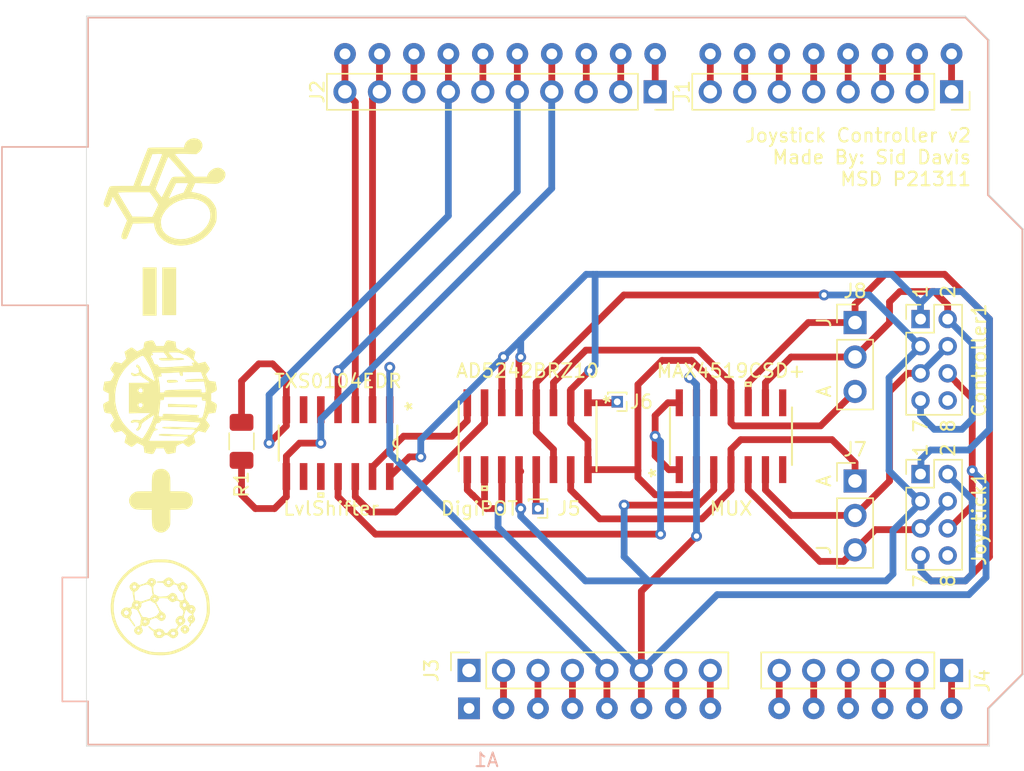
<source format=kicad_pcb>
(kicad_pcb (version 20171130) (host pcbnew "(5.1.5)-3")

  (general
    (thickness 1.6)
    (drawings 22)
    (tracks 293)
    (zones 0)
    (modules 16)
    (nets 53)
  )

  (page A4)
  (layers
    (0 F.Cu signal)
    (31 B.Cu signal)
    (32 B.Adhes user)
    (33 F.Adhes user)
    (34 B.Paste user)
    (35 F.Paste user)
    (36 B.SilkS user)
    (37 F.SilkS user)
    (38 B.Mask user)
    (39 F.Mask user)
    (40 Dwgs.User user)
    (41 Cmts.User user)
    (42 Eco1.User user)
    (43 Eco2.User user)
    (44 Edge.Cuts user)
    (45 Margin user)
    (46 B.CrtYd user)
    (47 F.CrtYd user)
    (48 B.Fab user)
    (49 F.Fab user)
  )

  (setup
    (last_trace_width 0.5)
    (user_trace_width 0.5)
    (trace_clearance 0.2)
    (zone_clearance 0.508)
    (zone_45_only no)
    (trace_min 0.2)
    (via_size 0.8)
    (via_drill 0.4)
    (via_min_size 0.4)
    (via_min_drill 0.3)
    (uvia_size 0.3)
    (uvia_drill 0.1)
    (uvias_allowed no)
    (uvia_min_size 0.2)
    (uvia_min_drill 0.1)
    (edge_width 0.05)
    (segment_width 0.2)
    (pcb_text_width 0.3)
    (pcb_text_size 1.5 1.5)
    (mod_edge_width 0.12)
    (mod_text_size 1 1)
    (mod_text_width 0.15)
    (pad_size 1.524 1.524)
    (pad_drill 0.762)
    (pad_to_mask_clearance 0.051)
    (solder_mask_min_width 0.25)
    (aux_axis_origin 0 0)
    (visible_elements 7FFFFFFF)
    (pcbplotparams
      (layerselection 0x010fc_ffffffff)
      (usegerberextensions false)
      (usegerberattributes false)
      (usegerberadvancedattributes false)
      (creategerberjobfile false)
      (excludeedgelayer true)
      (linewidth 0.100000)
      (plotframeref false)
      (viasonmask false)
      (mode 1)
      (useauxorigin false)
      (hpglpennumber 1)
      (hpglpenspeed 20)
      (hpglpendiameter 15.000000)
      (psnegative false)
      (psa4output false)
      (plotreference true)
      (plotvalue true)
      (plotinvisibletext false)
      (padsonsilk false)
      (subtractmaskfromsilk false)
      (outputformat 1)
      (mirror false)
      (drillshape 0)
      (scaleselection 1)
      (outputdirectory "gerbers/"))
  )

  (net 0 "")
  (net 1 "Net-(A1-Pad16)")
  (net 2 "Net-(A1-Pad15)")
  (net 3 "Net-(A1-Pad30)")
  (net 4 "Net-(A1-Pad14)")
  (net 5 "Net-(A1-Pad13)")
  (net 6 "Net-(A1-Pad28)")
  (net 7 "Net-(A1-Pad12)")
  (net 8 "Net-(A1-Pad11)")
  (net 9 "Net-(A1-Pad10)")
  (net 10 "Net-(A1-Pad25)")
  (net 11 "Net-(A1-Pad9)")
  (net 12 "Net-(A1-Pad24)")
  (net 13 "Net-(A1-Pad8)")
  (net 14 "Net-(A1-Pad23)")
  (net 15 "Net-(A1-Pad22)")
  (net 16 "Net-(A1-Pad21)")
  (net 17 "Net-(A1-Pad20)")
  (net 18 "Net-(A1-Pad4)")
  (net 19 "Net-(A1-Pad19)")
  (net 20 "Net-(A1-Pad3)")
  (net 21 "Net-(A1-Pad18)")
  (net 22 "Net-(A1-Pad2)")
  (net 23 "Net-(A1-Pad17)")
  (net 24 "Net-(A1-Pad1)")
  (net 25 "Net-(J3-Pad1)")
  (net 26 Ctrl_MUX)
  (net 27 GNDREF)
  (net 28 +5V)
  (net 29 Ard_SDA)
  (net 30 Ard_SCL)
  (net 31 "Net-(Controller1-Pad8)")
  (net 32 Ctrl_X)
  (net 33 Ctrl_Y)
  (net 34 -2V5)
  (net 35 +2V5)
  (net 36 "Net-(Joystick1-Pad8)")
  (net 37 Joy_X)
  (net 38 Joy_Y)
  (net 39 Shft_En)
  (net 40 Digi_SDA)
  (net 41 Digi_SCL)
  (net 42 Ard_MUX)
  (net 43 Digi_X)
  (net 44 Digi_Y)
  (net 45 "Net-(DigiPOT1-Pad13)")
  (net 46 "Net-(DigiPOT1-Pad1)")
  (net 47 "Net-(LvlShifter1-Pad10)")
  (net 48 "Net-(LvlShifter1-Pad9)")
  (net 49 "Net-(LvlShifter1-Pad6)")
  (net 50 "Net-(LvlShifter1-Pad5)")
  (net 51 "Net-(MUX1-Pad8)")
  (net 52 "Net-(MUX1-Pad7)")

  (net_class Default "This is the default net class."
    (clearance 0.2)
    (trace_width 0.25)
    (via_dia 0.8)
    (via_drill 0.4)
    (uvia_dia 0.3)
    (uvia_drill 0.1)
    (add_net +2V5)
    (add_net +5V)
    (add_net -2V5)
    (add_net Ard_MUX)
    (add_net Ard_SCL)
    (add_net Ard_SDA)
    (add_net Ctrl_MUX)
    (add_net Ctrl_X)
    (add_net Ctrl_Y)
    (add_net Digi_SCL)
    (add_net Digi_SDA)
    (add_net Digi_X)
    (add_net Digi_Y)
    (add_net GNDREF)
    (add_net Joy_X)
    (add_net Joy_Y)
    (add_net "Net-(A1-Pad1)")
    (add_net "Net-(A1-Pad10)")
    (add_net "Net-(A1-Pad11)")
    (add_net "Net-(A1-Pad12)")
    (add_net "Net-(A1-Pad13)")
    (add_net "Net-(A1-Pad14)")
    (add_net "Net-(A1-Pad15)")
    (add_net "Net-(A1-Pad16)")
    (add_net "Net-(A1-Pad17)")
    (add_net "Net-(A1-Pad18)")
    (add_net "Net-(A1-Pad19)")
    (add_net "Net-(A1-Pad2)")
    (add_net "Net-(A1-Pad20)")
    (add_net "Net-(A1-Pad21)")
    (add_net "Net-(A1-Pad22)")
    (add_net "Net-(A1-Pad23)")
    (add_net "Net-(A1-Pad24)")
    (add_net "Net-(A1-Pad25)")
    (add_net "Net-(A1-Pad28)")
    (add_net "Net-(A1-Pad3)")
    (add_net "Net-(A1-Pad30)")
    (add_net "Net-(A1-Pad4)")
    (add_net "Net-(A1-Pad8)")
    (add_net "Net-(A1-Pad9)")
    (add_net "Net-(Controller1-Pad8)")
    (add_net "Net-(DigiPOT1-Pad1)")
    (add_net "Net-(DigiPOT1-Pad13)")
    (add_net "Net-(J3-Pad1)")
    (add_net "Net-(Joystick1-Pad8)")
    (add_net "Net-(LvlShifter1-Pad10)")
    (add_net "Net-(LvlShifter1-Pad5)")
    (add_net "Net-(LvlShifter1-Pad6)")
    (add_net "Net-(LvlShifter1-Pad9)")
    (add_net "Net-(MUX1-Pad7)")
    (add_net "Net-(MUX1-Pad8)")
    (add_net Shft_En)
  )

  (module Logo:PCB-logo (layer F.Cu) (tedit 0) (tstamp 60695567)
    (at 95.504 105.41 90)
    (fp_text reference G*** (at 0 0 90) (layer F.SilkS) hide
      (effects (font (size 1.524 1.524) (thickness 0.3)))
    )
    (fp_text value LOGO (at 0.75 0 90) (layer F.SilkS) hide
      (effects (font (size 1.524 1.524) (thickness 0.3)))
    )
    (fp_poly (pts (xy -15.494 -2.645833) (xy -15.515166 -2.624667) (xy -15.536333 -2.645833) (xy -15.515166 -2.667)
      (xy -15.494 -2.645833)) (layer F.SilkS) (width 0.01))
    (fp_poly (pts (xy -13.716 -2.053167) (xy -13.737166 -2.032) (xy -13.758333 -2.053167) (xy -13.737166 -2.074333)
      (xy -13.716 -2.053167)) (layer F.SilkS) (width 0.01))
    (fp_poly (pts (xy -14.901333 -1.883833) (xy -14.9225 -1.862667) (xy -14.943666 -1.883833) (xy -14.9225 -1.905)
      (xy -14.901333 -1.883833)) (layer F.SilkS) (width 0.01))
    (fp_poly (pts (xy -16.237032 -1.286153) (xy -16.177445 -1.251992) (xy -16.187427 -1.229902) (xy -16.211168 -1.227667)
      (xy -16.268573 -1.258413) (xy -16.276867 -1.269515) (xy -16.270053 -1.293571) (xy -16.237032 -1.286153)) (layer F.SilkS) (width 0.01))
    (fp_poly (pts (xy -17.018 -0.105833) (xy -17.039166 -0.084667) (xy -17.060333 -0.105833) (xy -17.039166 -0.127)
      (xy -17.018 -0.105833)) (layer F.SilkS) (width 0.01))
    (fp_poly (pts (xy -15.748 -0.105833) (xy -15.769166 -0.084667) (xy -15.790333 -0.105833) (xy -15.769166 -0.127)
      (xy -15.748 -0.105833)) (layer F.SilkS) (width 0.01))
    (fp_poly (pts (xy -13.292666 0.359833) (xy -13.313833 0.381) (xy -13.335 0.359833) (xy -13.313833 0.338667)
      (xy -13.292666 0.359833)) (layer F.SilkS) (width 0.01))
    (fp_poly (pts (xy -13.305948 0.493012) (xy -13.313833 0.508) (xy -13.35372 0.548428) (xy -13.361163 0.550333)
      (xy -13.364052 0.522988) (xy -13.356166 0.508) (xy -13.316279 0.467571) (xy -13.308836 0.465667)
      (xy -13.305948 0.493012)) (layer F.SilkS) (width 0.01))
    (fp_poly (pts (xy -14.365111 0.733778) (xy -14.370922 0.758945) (xy -14.393333 0.762) (xy -14.428178 0.746511)
      (xy -14.421555 0.733778) (xy -14.371316 0.728711) (xy -14.365111 0.733778)) (layer F.SilkS) (width 0.01))
    (fp_poly (pts (xy -17.145 0.740833) (xy -17.166166 0.762) (xy -17.187333 0.740833) (xy -17.166166 0.719667)
      (xy -17.145 0.740833)) (layer F.SilkS) (width 0.01))
    (fp_poly (pts (xy -16.044333 1.3335) (xy -16.0655 1.354667) (xy -16.086666 1.3335) (xy -16.0655 1.312333)
      (xy -16.044333 1.3335)) (layer F.SilkS) (width 0.01))
    (fp_poly (pts (xy -13.631333 1.502833) (xy -13.6525 1.524) (xy -13.673666 1.502833) (xy -13.6525 1.481667)
      (xy -13.631333 1.502833)) (layer F.SilkS) (width 0.01))
    (fp_poly (pts (xy -15.24 2.0955) (xy -15.261166 2.116667) (xy -15.282333 2.0955) (xy -15.261166 2.074333)
      (xy -15.24 2.0955)) (layer F.SilkS) (width 0.01))
    (fp_poly (pts (xy -16.662917 1.39153) (xy -16.551991 1.48352) (xy -16.48029 1.602736) (xy -16.467666 1.672167)
      (xy -16.497016 1.77772) (xy -16.568 1.882117) (xy -16.571576 1.885757) (xy -16.674749 1.957951)
      (xy -16.781331 1.989605) (xy -16.785166 1.989667) (xy -16.89072 1.960317) (xy -16.995117 1.889333)
      (xy -16.998757 1.885757) (xy -17.070951 1.782584) (xy -17.102605 1.676002) (xy -17.102664 1.67225)
      (xy -16.884301 1.67225) (xy -16.855687 1.741719) (xy -16.78914 1.771604) (xy -16.775197 1.770059)
      (xy -16.704546 1.721242) (xy -16.687274 1.682136) (xy -16.70664 1.610871) (xy -16.771943 1.574475)
      (xy -16.846182 1.590795) (xy -16.857133 1.6002) (xy -16.884301 1.67225) (xy -17.102664 1.67225)
      (xy -17.102666 1.672167) (xy -17.065803 1.549917) (xy -16.973813 1.438991) (xy -16.854597 1.36729)
      (xy -16.785166 1.354667) (xy -16.662917 1.39153)) (layer F.SilkS) (width 0.01))
    (fp_poly (pts (xy -15.407132 -3.011115) (xy -15.281358 -2.914951) (xy -15.196062 -2.781249) (xy -15.167131 -2.631749)
      (xy -15.185244 -2.53858) (xy -15.206965 -2.429932) (xy -15.16959 -2.329564) (xy -15.157612 -2.310641)
      (xy -15.100499 -2.242189) (xy -15.060297 -2.226044) (xy -15.058868 -2.227243) (xy -14.995549 -2.239637)
      (xy -14.896766 -2.21637) (xy -14.79789 -2.16816) (xy -14.757213 -2.135833) (xy -14.715853 -2.104197)
      (xy -14.660497 -2.091947) (xy -14.655917 -2.092312) (xy -13.78342 -2.092312) (xy -13.780636 -2.005588)
      (xy -13.757886 -1.967961) (xy -13.67361 -1.910647) (xy -13.592017 -1.924479) (xy -13.560939 -1.957917)
      (xy -13.522098 -2.068318) (xy -13.562123 -2.153761) (xy -13.571311 -2.161887) (xy -13.65737 -2.192692)
      (xy -13.735202 -2.162091) (xy -13.78342 -2.092312) (xy -14.655917 -2.092312) (xy -14.5703 -2.099135)
      (xy -14.424417 -2.125812) (xy -14.37067 -2.136798) (xy -14.211182 -2.164947) (xy -14.0814 -2.17907)
      (xy -14.005436 -2.176735) (xy -13.999167 -2.174282) (xy -13.971245 -2.166781) (xy -13.980015 -2.179867)
      (xy -13.9728 -2.224512) (xy -13.911139 -2.286242) (xy -13.818468 -2.348939) (xy -13.718225 -2.396485)
      (xy -13.641019 -2.413) (xy -13.529981 -2.377388) (xy -13.417625 -2.288417) (xy -13.329895 -2.172886)
      (xy -13.292734 -2.057593) (xy -13.292666 -2.053167) (xy -13.325812 -1.938506) (xy -13.409622 -1.823865)
      (xy -13.526577 -1.70691) (xy -13.436847 -1.419446) (xy -13.382322 -1.26082) (xy -13.332177 -1.163436)
      (xy -13.272644 -1.105836) (xy -13.217392 -1.077436) (xy -13.075427 -0.981484) (xy -13.006474 -0.852446)
      (xy -13.014466 -0.705077) (xy -13.084072 -0.577209) (xy -13.200573 -0.484749) (xy -13.331143 -0.46799)
      (xy -13.454664 -0.527226) (xy -13.49677 -0.5715) (xy -13.562112 -0.634434) (xy -13.647344 -0.668338)
      (xy -13.77123 -0.676002) (xy -13.952534 -0.660215) (xy -14.027591 -0.650413) (xy -14.154737 -0.624395)
      (xy -14.213981 -0.586297) (xy -14.224 -0.549269) (xy -14.249508 -0.463553) (xy -14.304015 -0.376232)
      (xy -14.3444 -0.313387) (xy -14.365605 -0.235565) (xy -14.370657 -0.119951) (xy -14.362581 0.056272)
      (xy -14.36219 0.062375) (xy -14.348044 0.237639) (xy -14.327993 0.352291) (xy -14.294437 0.430367)
      (xy -14.239775 0.495904) (xy -14.218675 0.516197) (xy -14.119855 0.648954) (xy -14.097 0.761538)
      (xy -14.1341 0.904021) (xy -14.229578 1.022261) (xy -14.359697 1.091782) (xy -14.425902 1.100667)
      (xy -14.535359 1.138096) (xy -14.617934 1.232709) (xy -14.65952 1.357992) (xy -14.64601 1.48743)
      (xy -14.639739 1.502594) (xy -14.611197 1.563141) (xy -14.580769 1.595116) (xy -14.527355 1.60206)
      (xy -14.429855 1.587512) (xy -14.29456 1.560489) (xy -14.152337 1.522802) (xy -14.069432 1.481181)
      (xy -14.065659 1.475006) (xy -13.828361 1.475006) (xy -13.819155 1.56103) (xy -13.803611 1.583951)
      (xy -13.723162 1.640113) (xy -13.673666 1.651) (xy -13.586087 1.620463) (xy -13.543722 1.583951)
      (xy -13.51457 1.497993) (xy -13.5527 1.420986) (xy -13.642318 1.378226) (xy -13.673666 1.375833)
      (xy -13.774601 1.404842) (xy -13.828361 1.475006) (xy -14.065659 1.475006) (xy -14.054666 1.457016)
      (xy -14.01805 1.358979) (xy -13.924911 1.259911) (xy -13.800312 1.181408) (xy -13.69617 1.148139)
      (xy -13.581487 1.117591) (xy -13.518103 1.05738) (xy -13.484901 0.978818) (xy -13.459482 0.879501)
      (xy -13.47598 0.809122) (xy -13.545148 0.72775) (xy -13.555244 0.717601) (xy -13.651134 0.579543)
      (xy -13.673666 0.474632) (xy -13.670732 0.462383) (xy -13.462 0.462383) (xy -13.429987 0.561468)
      (xy -13.353626 0.611528) (xy -13.26243 0.603851) (xy -13.192958 0.541803) (xy -13.172774 0.441771)
      (xy -13.216752 0.34869) (xy -13.271079 0.311804) (xy -13.35847 0.316795) (xy -13.433087 0.377869)
      (xy -13.462 0.462383) (xy -13.670732 0.462383) (xy -13.640599 0.336607) (xy -13.557217 0.205984)
      (xy -13.44725 0.117101) (xy -13.418562 0.105483) (xy -13.370832 0.077625) (xy -13.345411 0.01851)
      (xy -13.33585 -0.093295) (xy -13.335 -0.172186) (xy -13.328508 -0.306314) (xy -13.311585 -0.397123)
      (xy -13.292666 -0.423333) (xy -13.269604 -0.385033) (xy -13.254229 -0.286124) (xy -13.250333 -0.187657)
      (xy -13.244874 -0.044374) (xy -13.219093 0.05021) (xy -13.158884 0.131834) (xy -13.102166 0.187758)
      (xy -12.989668 0.339571) (xy -12.956849 0.496463) (xy -13.000942 0.644242) (xy -13.119184 0.768712)
      (xy -13.226752 0.827219) (xy -13.349165 0.916244) (xy -13.418868 1.044015) (xy -13.427793 1.184679)
      (xy -13.375345 1.303309) (xy -13.302526 1.447998) (xy -13.314105 1.59065) (xy -13.410211 1.732642)
      (xy -13.41641 1.738923) (xy -13.564541 1.841836) (xy -13.715895 1.860424) (xy -13.866142 1.794693)
      (xy -13.931502 1.738343) (xy -14.002273 1.671521) (xy -14.06221 1.638534) (xy -14.139444 1.633903)
      (xy -14.262111 1.652149) (xy -14.319829 1.662713) (xy -14.493024 1.704429) (xy -14.614735 1.762605)
      (xy -14.715832 1.850536) (xy -14.813982 1.93562) (xy -14.904466 1.984812) (xy -14.93075 1.989667)
      (xy -14.98801 2.005215) (xy -15.000627 2.067477) (xy -14.995399 2.114155) (xy -15.003444 2.230631)
      (xy -15.075966 2.337299) (xy -15.085473 2.346988) (xy -15.221723 2.436235) (xy -15.362808 2.44484)
      (xy -15.495525 2.372402) (xy -15.508607 2.359908) (xy -15.6227 2.288935) (xy -15.74887 2.298151)
      (xy -15.852669 2.354589) (xy -15.96141 2.400718) (xy -16.046373 2.413) (xy -16.147318 2.383592)
      (xy -16.249585 2.312271) (xy -16.322859 2.224392) (xy -16.340666 2.166855) (xy -16.359397 2.144679)
      (xy -16.109886 2.144679) (xy -16.078032 2.192075) (xy -16.044333 2.201333) (xy -15.989133 2.170855)
      (xy -15.982641 2.161925) (xy -15.985391 2.111741) (xy -16.036284 2.08493) (xy -16.087357 2.095927)
      (xy -16.109886 2.144679) (xy -16.359397 2.144679) (xy -16.375795 2.125266) (xy -16.42015 2.116667)
      (xy -16.499464 2.094003) (xy -16.559576 2.042861) (xy -16.574475 1.988508) (xy -16.565929 1.97504)
      (xy -16.514249 1.974537) (xy -16.444431 2.008296) (xy -16.374207 2.043737) (xy -16.318286 2.02769)
      (xy -16.253756 1.966111) (xy -16.146263 1.889263) (xy -16.044333 1.862667) (xy -15.93284 1.895246)
      (xy -15.828026 1.97518) (xy -15.759498 2.075763) (xy -15.748 2.129978) (xy -15.717334 2.190985)
      (xy -15.6845 2.201333) (xy -15.632828 2.165851) (xy -15.626364 2.137917) (xy -15.402634 2.137917)
      (xy -15.37402 2.207386) (xy -15.307473 2.237271) (xy -15.293531 2.235726) (xy -15.22288 2.186909)
      (xy -15.205607 2.147802) (xy -15.224974 2.076538) (xy -15.290277 2.040141) (xy -15.364515 2.056462)
      (xy -15.375466 2.065867) (xy -15.402634 2.137917) (xy -15.626364 2.137917) (xy -15.621 2.114742)
      (xy -15.588882 2.021967) (xy -15.510273 1.918044) (xy -15.411787 1.834529) (xy -15.364595 1.810712)
      (xy -15.326257 1.775616) (xy -15.36494 1.730391) (xy -15.474231 1.679308) (xy -15.550491 1.655923)
      (xy -15.146396 1.655923) (xy -15.114249 1.712994) (xy -15.024149 1.765585) (xy -14.921169 1.751573)
      (xy -14.842157 1.68027) (xy -14.820725 1.610243) (xy -14.868159 1.550007) (xy -14.879348 1.541463)
      (xy -14.992624 1.492884) (xy -15.087711 1.525958) (xy -15.127174 1.573368) (xy -15.146396 1.655923)
      (xy -15.550491 1.655923) (xy -15.636908 1.629424) (xy -15.779174 1.595711) (xy -15.868114 1.587348)
      (xy -15.931191 1.604348) (xy -15.972144 1.629575) (xy -16.081901 1.679683) (xy -16.162842 1.693333)
      (xy -16.262634 1.660883) (xy -16.371581 1.580687) (xy -16.462595 1.478479) (xy -16.508586 1.379993)
      (xy -16.50947 1.369701) (xy -16.271809 1.369701) (xy -16.241323 1.430565) (xy -16.167387 1.472399)
      (xy -16.081363 1.445003) (xy -16.028422 1.387211) (xy -16.007482 1.313784) (xy -16.056315 1.239875)
      (xy -16.056428 1.239762) (xy -16.141737 1.19537) (xy -16.218758 1.215322) (xy -16.268458 1.279979)
      (xy -16.271809 1.369701) (xy -16.50947 1.369701) (xy -16.51 1.363548) (xy -16.545445 1.286167)
      (xy -16.638749 1.197424) (xy -16.670897 1.174774) (xy -16.775846 1.11155) (xy -16.842792 1.094781)
      (xy -16.900418 1.118755) (xy -16.911821 1.126816) (xy -17.048846 1.181324) (xy -17.192085 1.153521)
      (xy -17.31759 1.06159) (xy -17.420581 0.913751) (xy -17.427972 0.853768) (xy -17.219169 0.853768)
      (xy -17.178866 0.922867) (xy -17.088046 0.97088) (xy -16.998994 0.934557) (xy -16.974626 0.908913)
      (xy -16.949844 0.827526) (xy -16.96957 0.731131) (xy -17.020942 0.655859) (xy -17.072126 0.635)
      (xy -17.164507 0.669751) (xy -17.217394 0.753117) (xy -17.219169 0.853768) (xy -17.427972 0.853768)
      (xy -17.439169 0.762898) (xy -17.373377 0.612426) (xy -17.314333 0.54382) (xy -17.210731 0.398072)
      (xy -17.189196 0.254622) (xy -17.249881 0.120408) (xy -17.30375 0.065135) (xy -17.379649 -0.017213)
      (xy -17.413501 -0.114122) (xy -17.418055 -0.195251) (xy -17.221793 -0.195251) (xy -17.185399 -0.103503)
      (xy -17.098451 -0.04623) (xy -17.007051 -0.073034) (xy -16.984133 -0.093133) (xy -16.937024 -0.181851)
      (xy -16.940377 -0.279908) (xy -16.982346 -0.364028) (xy -17.051084 -0.410934) (xy -17.134746 -0.39735)
      (xy -17.137965 -0.395389) (xy -17.20594 -0.309447) (xy -17.221793 -0.195251) (xy -17.418055 -0.195251)
      (xy -17.420166 -0.232833) (xy -17.410477 -0.369205) (xy -17.37097 -0.460714) (xy -17.296962 -0.536641)
      (xy -17.163686 -0.617002) (xy -17.057959 -0.625622) (xy -16.957693 -0.63279) (xy -16.886013 -0.703524)
      (xy -16.877682 -0.717063) (xy -16.805801 -0.819237) (xy -16.721058 -0.914159) (xy -16.639726 -0.987281)
      (xy -16.578077 -1.024056) (xy -16.552383 -1.009936) (xy -16.552333 -1.007937) (xy -16.58253 -0.926389)
      (xy -16.615322 -0.889425) (xy -16.678582 -0.819699) (xy -16.753367 -0.715207) (xy -16.766448 -0.694539)
      (xy -16.820534 -0.59723) (xy -16.8292 -0.533584) (xy -16.795696 -0.467984) (xy -16.788126 -0.457045)
      (xy -16.731729 -0.311934) (xy -16.737229 -0.151318) (xy -16.796437 -0.001479) (xy -16.901167 0.111303)
      (xy -16.976771 0.148517) (xy -17.046318 0.206431) (xy -17.063681 0.298333) (xy -17.030876 0.393166)
      (xy -16.956739 0.456944) (xy -16.818685 0.561996) (xy -16.741493 0.712046) (xy -16.734379 0.86627)
      (xy -16.741231 0.968294) (xy -16.706275 1.033209) (xy -16.620605 1.092242) (xy -16.483307 1.173249)
      (xy -16.367293 1.073458) (xy -16.223499 0.988959) (xy -16.083037 0.988317) (xy -15.941659 1.071796)
      (xy -15.90947 1.102017) (xy -15.823173 1.206994) (xy -15.795862 1.302912) (xy -15.799566 1.35605)
      (xy -15.80292 1.441794) (xy -15.765316 1.488862) (xy -15.66659 1.523797) (xy -15.52651 1.55686)
      (xy -15.43218 1.552928) (xy -15.349323 1.502643) (xy -15.258464 1.412393) (xy -15.164623 1.320561)
      (xy -15.089147 1.279679) (xy -14.996033 1.27579) (xy -14.927182 1.283961) (xy -14.809847 1.295482)
      (xy -14.746134 1.279515) (xy -14.706341 1.223603) (xy -14.689177 1.18415) (xy -14.659535 1.07987)
      (xy -14.681387 0.994852) (xy -14.705801 0.954239) (xy -14.757205 0.841215) (xy -14.774333 0.748095)
      (xy -14.774311 0.748022) (xy -14.553839 0.748022) (xy -14.538838 0.802098) (xy -14.524135 0.820919)
      (xy -14.453141 0.882045) (xy -14.389739 0.865367) (xy -14.349237 0.823375) (xy -14.317106 0.758634)
      (xy -14.356168 0.696356) (xy -14.356562 0.695961) (xy -14.414981 0.656255) (xy -14.477717 0.678235)
      (xy -14.499494 0.693505) (xy -14.553839 0.748022) (xy -14.774311 0.748022) (xy -14.747408 0.661964)
      (xy -14.681954 0.560271) (xy -14.60095 0.471745) (xy -14.527376 0.425116) (xy -14.51456 0.423333)
      (xy -14.497582 0.38435) (xy -14.484797 0.280754) (xy -14.478367 0.132575) (xy -14.478 0.084667)
      (xy -14.479845 -0.084251) (xy -14.488141 -0.185504) (xy -14.507033 -0.236063) (xy -14.540665 -0.252901)
      (xy -14.56069 -0.254) (xy -14.64428 -0.285946) (xy -14.71944 -0.356419) (xy -14.7955 -0.458838)
      (xy -15.127235 -0.28282) (xy -15.306915 -0.180833) (xy -15.423398 -0.096214) (xy -15.492613 -0.016208)
      (xy -15.515234 0.027858) (xy -15.611034 0.167281) (xy -15.74274 0.242243) (xy -15.890106 0.248265)
      (xy -16.032883 0.180862) (xy -16.067424 0.150091) (xy -16.155661 0.016482) (xy -16.158188 -0.067863)
      (xy -15.954365 -0.067863) (xy -15.94244 -0.01617) (xy -15.88827 0.033514) (xy -15.810049 0.03277)
      (xy -15.744869 -0.01026) (xy -15.726833 -0.0635) (xy -15.756777 -0.134388) (xy -15.823126 -0.15302)
      (xy -15.922737 -0.134213) (xy -15.954365 -0.067863) (xy -16.158188 -0.067863) (xy -16.159788 -0.12125)
      (xy -16.080016 -0.259542) (xy -16.041109 -0.299345) (xy -15.970332 -0.373486) (xy -15.937407 -0.442798)
      (xy -15.941958 -0.529353) (xy -15.983609 -0.655221) (xy -16.032995 -0.774684) (xy -16.08694 -0.879024)
      (xy -16.143633 -0.920965) (xy -16.21046 -0.922379) (xy -16.323659 -0.944139) (xy -16.347984 -0.962557)
      (xy -15.967336 -0.962557) (xy -15.948353 -0.867668) (xy -15.901632 -0.719206) (xy -15.896135 -0.702831)
      (xy -15.829858 -0.529998) (xy -15.763679 -0.418286) (xy -15.683697 -0.345313) (xy -15.667833 -0.335215)
      (xy -15.581192 -0.272942) (xy -15.537572 -0.222829) (xy -15.536333 -0.216809) (xy -15.501534 -0.21752)
      (xy -15.408066 -0.251027) (xy -15.272326 -0.31096) (xy -15.183799 -0.35377) (xy -15.032002 -0.43228)
      (xy -14.91565 -0.498184) (xy -14.850831 -0.542064) (xy -14.842938 -0.553324) (xy -14.837781 -0.576693)
      (xy -14.595146 -0.576693) (xy -14.57654 -0.502494) (xy -14.523635 -0.465765) (xy -14.520333 -0.465667)
      (xy -14.46806 -0.499643) (xy -14.449883 -0.532012) (xy -14.448096 -0.610266) (xy -14.490197 -0.661029)
      (xy -14.550855 -0.659849) (xy -14.568288 -0.646312) (xy -14.595146 -0.576693) (xy -14.837781 -0.576693)
      (xy -14.831269 -0.606194) (xy -14.784763 -0.692056) (xy -14.723856 -0.779766) (xy -14.668982 -0.838177)
      (xy -14.650477 -0.846667) (xy -14.643375 -0.882983) (xy -14.662133 -0.978771) (xy -14.702714 -1.114289)
      (xy -14.708904 -1.132417) (xy -14.775217 -1.322212) (xy -14.821345 -1.445038) (xy -14.854374 -1.514081)
      (xy -14.881394 -1.542523) (xy -14.909491 -1.543551) (xy -14.926764 -1.537673) (xy -15.022476 -1.537119)
      (xy -15.13656 -1.579748) (xy -15.139116 -1.581589) (xy -14.736789 -1.581589) (xy -14.72029 -1.493082)
      (xy -14.677079 -1.359689) (xy -14.642176 -1.262752) (xy -14.590617 -1.111853) (xy -14.557884 -0.9965)
      (xy -14.54892 -0.935062) (xy -14.552528 -0.929676) (xy -14.539803 -0.914283) (xy -14.468819 -0.878263)
      (xy -14.445601 -0.867947) (xy -14.345871 -0.810773) (xy -14.286008 -0.750976) (xy -14.283249 -0.745021)
      (xy -14.244488 -0.704558) (xy -14.164398 -0.718283) (xy -14.154142 -0.722084) (xy -14.042782 -0.748236)
      (xy -13.901292 -0.762045) (xy -13.871994 -0.762648) (xy -13.730834 -0.770917) (xy -13.681911 -0.790466)
      (xy -13.365248 -0.790466) (xy -13.352433 -0.718918) (xy -13.302198 -0.678112) (xy -13.292666 -0.677333)
      (xy -13.240394 -0.71131) (xy -13.222217 -0.743679) (xy -13.220525 -0.824046) (xy -13.270048 -0.863669)
      (xy -13.330939 -0.849177) (xy -13.365248 -0.790466) (xy -13.681911 -0.790466) (xy -13.640795 -0.806895)
      (xy -13.568808 -0.88929) (xy -13.526803 -0.957945) (xy -13.487267 -1.032833) (xy -13.471348 -1.098807)
      (xy -13.478962 -1.182961) (xy -13.510028 -1.312395) (xy -13.52554 -1.370138) (xy -13.571703 -1.524416)
      (xy -13.616722 -1.619775) (xy -13.67612 -1.68031) (xy -13.753882 -1.724527) (xy -13.89291 -1.828208)
      (xy -13.97 -1.939754) (xy -14.011553 -2.022163) (xy -14.056931 -2.059947) (xy -14.134231 -2.064425)
      (xy -14.245166 -2.050618) (xy -14.393345 -2.031848) (xy -14.523779 -2.018685) (xy -14.565356 -2.015864)
      (xy -14.644074 -1.997984) (xy -14.659852 -1.941405) (xy -14.656629 -1.920594) (xy -14.663387 -1.818666)
      (xy -14.701253 -1.712262) (xy -14.729476 -1.647288) (xy -14.736789 -1.581589) (xy -15.139116 -1.581589)
      (xy -15.230284 -1.647247) (xy -15.262084 -1.696224) (xy -15.280551 -1.731821) (xy -15.31637 -1.740409)
      (xy -15.385674 -1.718052) (xy -15.504596 -1.660818) (xy -15.591575 -1.615875) (xy -15.742135 -1.535354)
      (xy -15.831586 -1.477765) (xy -15.874545 -1.428172) (xy -15.885633 -1.371642) (xy -15.882161 -1.318996)
      (xy -15.891171 -1.190777) (xy -15.930546 -1.085698) (xy -15.960696 -1.027393) (xy -15.967336 -0.962557)
      (xy -16.347984 -0.962557) (xy -16.426601 -1.022081) (xy -16.506091 -1.133964) (xy -16.548931 -1.257546)
      (xy -16.547578 -1.279383) (xy -16.330114 -1.279383) (xy -16.308864 -1.219615) (xy -16.300096 -1.208625)
      (xy -16.241064 -1.154391) (xy -16.213666 -1.143) (xy -16.163357 -1.171788) (xy -16.127237 -1.208625)
      (xy -16.09623 -1.270965) (xy -16.131778 -1.332926) (xy -16.14322 -1.344696) (xy -16.202734 -1.392158)
      (xy -16.251672 -1.37529) (xy -16.284113 -1.344696) (xy -16.330114 -1.279383) (xy -16.547578 -1.279383)
      (xy -16.541924 -1.370585) (xy -16.508206 -1.424194) (xy -16.493052 -1.480302) (xy -16.527554 -1.521002)
      (xy -16.590557 -1.550296) (xy -16.665544 -1.520915) (xy -16.686934 -1.506508) (xy -16.796228 -1.454885)
      (xy -16.881177 -1.439334) (xy -16.994999 -1.475796) (xy -17.101218 -1.566332) (xy -17.172564 -1.682661)
      (xy -17.187316 -1.75675) (xy -16.968967 -1.75675) (xy -16.940353 -1.687281) (xy -16.873806 -1.657396)
      (xy -16.859864 -1.658941) (xy -16.789213 -1.707758) (xy -16.771941 -1.746864) (xy -16.791307 -1.818129)
      (xy -16.85661 -1.854525) (xy -16.930848 -1.838205) (xy -16.9418 -1.8288) (xy -16.968967 -1.75675)
      (xy -17.187316 -1.75675) (xy -17.187333 -1.756833) (xy -17.150469 -1.879083) (xy -17.058479 -1.990009)
      (xy -16.939264 -2.06171) (xy -16.869833 -2.074334) (xy -16.761947 -2.042931) (xy -16.654093 -1.965756)
      (xy -16.575187 -1.868353) (xy -16.552333 -1.793841) (xy -16.516216 -1.678089) (xy -16.420122 -1.607442)
      (xy -16.282437 -1.594951) (xy -16.273904 -1.59623) (xy -16.148577 -1.598121) (xy -16.067938 -1.568357)
      (xy -16.022524 -1.549834) (xy -15.950724 -1.559501) (xy -15.836612 -1.601776) (xy -15.667977 -1.679293)
      (xy -15.516672 -1.757563) (xy -15.3997 -1.828901) (xy -15.356678 -1.864093) (xy -15.109049 -1.864093)
      (xy -15.06166 -1.804073) (xy -15.051426 -1.796273) (xy -14.980834 -1.757063) (xy -14.926306 -1.77858)
      (xy -14.903977 -1.799547) (xy -14.862521 -1.871606) (xy -14.885498 -1.937544) (xy -14.960586 -2.003804)
      (xy -15.040331 -1.98797) (xy -15.087219 -1.934271) (xy -15.109049 -1.864093) (xy -15.356678 -1.864093)
      (xy -15.334756 -1.882024) (xy -15.32723 -1.896519) (xy -15.306994 -1.971243) (xy -15.262981 -2.070825)
      (xy -15.225213 -2.169929) (xy -15.240113 -2.241144) (xy -15.252397 -2.259671) (xy -15.298984 -2.302759)
      (xy -15.364085 -2.302591) (xy -15.443593 -2.27622) (xy -15.545055 -2.24737) (xy -15.631126 -2.257409)
      (xy -15.74314 -2.310551) (xy -15.82654 -2.352842) (xy -15.894583 -2.369376) (xy -15.965504 -2.354296)
      (xy -16.057541 -2.301748) (xy -16.188928 -2.205876) (xy -16.27531 -2.139685) (xy -16.382997 -2.067152)
      (xy -16.479127 -2.019127) (xy -16.547564 -2.000496) (xy -16.572175 -2.016142) (xy -16.549395 -2.056707)
      (xy -16.494186 -2.105672) (xy -16.388679 -2.186191) (xy -16.253113 -2.28298) (xy -16.215346 -2.308988)
      (xy -16.066245 -2.416431) (xy -15.980513 -2.494279) (xy -15.947352 -2.553773) (xy -15.948534 -2.586669)
      (xy -15.946573 -2.645833) (xy -15.748 -2.645833) (xy -15.716817 -2.567099) (xy -15.646416 -2.491352)
      (xy -15.571522 -2.455424) (xy -15.568393 -2.455333) (xy -15.503413 -2.481405) (xy -15.444417 -2.525395)
      (xy -15.384228 -2.599967) (xy -15.367 -2.649371) (xy -15.400482 -2.729769) (xy -15.476466 -2.804093)
      (xy -15.5575 -2.836333) (xy -15.640914 -2.802646) (xy -15.716602 -2.725997) (xy -15.748 -2.645833)
      (xy -15.946573 -2.645833) (xy -15.94408 -2.721037) (xy -15.877207 -2.855938) (xy -15.766974 -2.968886)
      (xy -15.63244 -3.037395) (xy -15.5575 -3.048) (xy -15.407132 -3.011115)) (layer F.SilkS) (width 0.01))
    (fp_poly (pts (xy 1.586703 0.362652) (xy 1.601598 0.418373) (xy 1.607563 0.526725) (xy 1.608666 0.703408)
      (xy 1.608667 0.712193) (xy 1.605876 0.900685) (xy 1.595765 1.020419) (xy 1.575727 1.087175)
      (xy 1.543152 1.116731) (xy 1.541704 1.117304) (xy 1.476329 1.139646) (xy 1.46065 1.143)
      (xy 1.450232 1.104281) (xy 1.43565 1.001992) (xy 1.419796 0.856936) (xy 1.417417 0.83203)
      (xy 1.401587 0.624326) (xy 1.402293 0.485933) (xy 1.422361 0.402611) (xy 1.464619 0.360124)
      (xy 1.513849 0.346306) (xy 1.55881 0.343863) (xy 1.586703 0.362652)) (layer F.SilkS) (width 0.01))
    (fp_poly (pts (xy -0.183707 1.153583) (xy -0.193228 1.425723) (xy -0.201354 1.698253) (xy -0.207469 1.947331)
      (xy -0.210958 2.149111) (xy -0.211537 2.233083) (xy -0.215135 2.392275) (xy -0.224604 2.51217)
      (xy -0.238154 2.573409) (xy -0.243416 2.577422) (xy -0.307601 2.563705) (xy -0.355354 2.551976)
      (xy -0.392007 2.536136) (xy -0.413554 2.500691) (xy -0.422022 2.429274) (xy -0.419439 2.305518)
      (xy -0.408489 2.12297) (xy -0.398448 1.92537) (xy -0.390061 1.672848) (xy -0.384096 1.395145)
      (xy -0.381323 1.122002) (xy -0.381219 1.068917) (xy -0.381 0.423333) (xy -0.156007 0.423333)
      (xy -0.183707 1.153583)) (layer F.SilkS) (width 0.01))
    (fp_poly (pts (xy 9.906 -0.423333) (xy 6.35 -0.423333) (xy 6.35 -1.439333) (xy 9.906 -1.439333)
      (xy 9.906 -0.423333)) (layer F.SilkS) (width 0.01))
    (fp_poly (pts (xy 9.906 1.016) (xy 6.392334 1.016) (xy 6.392334 0) (xy 9.906 0)
      (xy 9.906 1.016)) (layer F.SilkS) (width 0.01))
    (fp_poly (pts (xy -7.022682 -2.388248) (xy -6.83801 -2.254982) (xy -6.68281 -2.052127) (xy -6.678083 -2.043867)
      (xy -6.6467 -1.9732) (xy -6.625287 -1.880854) (xy -6.612158 -1.75076) (xy -6.605628 -1.566849)
      (xy -6.604 -1.337552) (xy -6.604 -0.762) (xy -6.034492 -0.762) (xy -5.758062 -0.758356)
      (xy -5.551084 -0.745455) (xy -5.398582 -0.720344) (xy -5.285575 -0.680068) (xy -5.197085 -0.621675)
      (xy -5.162677 -0.590096) (xy -5.035402 -0.437392) (xy -4.970611 -0.279094) (xy -4.953 -0.084893)
      (xy -4.961196 0.069462) (xy -4.994409 0.179926) (xy -5.065578 0.286412) (xy -5.078532 0.302334)
      (xy -5.17928 0.411647) (xy -5.284054 0.490104) (xy -5.409122 0.542568) (xy -5.570752 0.573904)
      (xy -5.785214 0.588978) (xy -6.049481 0.592667) (xy -6.604 0.592667) (xy -6.604 1.147185)
      (xy -6.60819 1.426091) (xy -6.624048 1.636712) (xy -6.656506 1.795162) (xy -6.710497 1.917554)
      (xy -6.790951 2.020002) (xy -6.900865 2.117088) (xy -7.019082 2.197006) (xy -7.135279 2.234499)
      (xy -7.288589 2.243667) (xy -7.481736 2.225442) (xy -7.616306 2.173732) (xy -7.618593 2.172154)
      (xy -7.742001 2.077507) (xy -7.831713 1.982134) (xy -7.89296 1.870507) (xy -7.930968 1.727096)
      (xy -7.950968 1.536375) (xy -7.958186 1.282815) (xy -7.958666 1.162175) (xy -7.958666 0.592667)
      (xy -8.534218 0.592667) (xy -8.7815 0.590701) (xy -8.960252 0.583679) (xy -9.086542 0.569917)
      (xy -9.176439 0.547728) (xy -9.240533 0.518583) (xy -9.447097 0.36395) (xy -9.583378 0.180015)
      (xy -9.646241 -0.022305) (xy -9.63255 -0.232096) (xy -9.539171 -0.438441) (xy -9.522375 -0.462572)
      (xy -9.43333 -0.571859) (xy -9.338295 -0.651313) (xy -9.222201 -0.705487) (xy -9.06998 -0.738934)
      (xy -8.866564 -0.756208) (xy -8.596884 -0.761863) (xy -8.531526 -0.762) (xy -7.958666 -0.762)
      (xy -7.958601 -1.344083) (xy -7.954508 -1.629534) (xy -7.939089 -1.845632) (xy -7.907527 -2.007441)
      (xy -7.855002 -2.130027) (xy -7.776694 -2.228453) (xy -7.667786 -2.317782) (xy -7.641166 -2.336391)
      (xy -7.435498 -2.432366) (xy -7.225591 -2.448514) (xy -7.022682 -2.388248)) (layer F.SilkS) (width 0.01))
    (fp_poly (pts (xy -14.528417 -3.744055) (xy -14.0231 -3.609413) (xy -13.538702 -3.397142) (xy -13.2335 -3.214017)
      (xy -12.797441 -2.874083) (xy -12.42701 -2.482954) (xy -12.120159 -2.037808) (xy -11.874843 -1.535821)
      (xy -11.740495 -1.155206) (xy -11.695083 -0.99775) (xy -11.663592 -0.859733) (xy -11.643539 -0.7191)
      (xy -11.632439 -0.553792) (xy -11.627809 -0.341755) (xy -11.627087 -0.148167) (xy -11.628591 0.11089)
      (xy -11.634767 0.307401) (xy -11.648111 0.463462) (xy -11.671121 0.601164) (xy -11.706293 0.742603)
      (xy -11.741142 0.861103) (xy -11.942156 1.398501) (xy -12.201241 1.877163) (xy -12.522615 2.303687)
      (xy -12.902569 2.677893) (xy -13.124875 2.844486) (xy -13.400517 3.015019) (xy -13.701211 3.174591)
      (xy -13.998674 3.308303) (xy -14.264621 3.401253) (xy -14.2875 3.407497) (xy -14.438522 3.43634)
      (xy -14.64657 3.461426) (xy -14.886808 3.48131) (xy -15.134398 3.494548) (xy -15.364504 3.499693)
      (xy -15.552292 3.495303) (xy -15.642166 3.486292) (xy -16.132204 3.367495) (xy -16.614207 3.174733)
      (xy -17.070385 2.917794) (xy -17.482948 2.606465) (xy -17.785353 2.307167) (xy -18.08293 1.913717)
      (xy -18.335486 1.46399) (xy -18.531713 0.97937) (xy -18.59118 0.783167) (xy -18.649319 0.488854)
      (xy -18.68185 0.142589) (xy -18.687312 -0.148167) (xy -18.471345 -0.148167) (xy -18.469459 0.105228)
      (xy -18.461918 0.298032) (xy -18.445902 0.454273) (xy -18.41859 0.59798) (xy -18.37716 0.753182)
      (xy -18.357986 0.817349) (xy -18.158632 1.338374) (xy -17.895025 1.807977) (xy -17.571376 2.222186)
      (xy -17.191897 2.577029) (xy -16.7608 2.868533) (xy -16.282297 3.092726) (xy -15.790333 3.239147)
      (xy -15.511756 3.27861) (xy -15.184757 3.289197) (xy -14.840046 3.272131) (xy -14.508336 3.228638)
      (xy -14.285468 3.179114) (xy -13.822906 3.009527) (xy -13.379351 2.762195) (xy -12.9646 2.443537)
      (xy -12.602628 2.076477) (xy -12.465964 1.892317) (xy -12.319371 1.651566) (xy -12.175587 1.379208)
      (xy -12.047351 1.100229) (xy -11.947401 0.839612) (xy -11.910841 0.719667) (xy -11.873836 0.524268)
      (xy -11.848426 0.271709) (xy -11.834903 -0.013145) (xy -11.833557 -0.305429) (xy -11.84468 -0.580276)
      (xy -11.868562 -0.812822) (xy -11.891526 -0.931333) (xy -12.067126 -1.460806) (xy -12.312965 -1.943978)
      (xy -12.631339 -2.385074) (xy -12.7635 -2.533683) (xy -13.151748 -2.890382) (xy -13.574649 -3.174198)
      (xy -14.024266 -3.385094) (xy -14.492661 -3.523033) (xy -14.971897 -3.58798) (xy -15.454037 -3.579897)
      (xy -15.931144 -3.498749) (xy -16.39528 -3.344498) (xy -16.838509 -3.11711) (xy -17.252893 -2.816546)
      (xy -17.528234 -2.555548) (xy -17.812925 -2.22339) (xy -18.037417 -1.885291) (xy -18.216827 -1.514982)
      (xy -18.357986 -1.113683) (xy -18.405266 -0.948311) (xy -18.4374 -0.803196) (xy -18.457208 -0.654308)
      (xy -18.467513 -0.477621) (xy -18.471134 -0.249104) (xy -18.471345 -0.148167) (xy -18.687312 -0.148167)
      (xy -18.688791 -0.226886) (xy -18.670158 -0.590828) (xy -18.62597 -0.920494) (xy -18.590047 -1.0795)
      (xy -18.403386 -1.615465) (xy -18.146831 -2.105221) (xy -17.822006 -2.545996) (xy -17.583765 -2.796597)
      (xy -17.315594 -3.037464) (xy -17.06374 -3.226753) (xy -16.799324 -3.384478) (xy -16.580894 -3.491589)
      (xy -16.080892 -3.674837) (xy -15.566212 -3.777506) (xy -15.045754 -3.800332) (xy -14.528417 -3.744055)) (layer F.SilkS) (width 0.01))
    (fp_poly (pts (xy -0.171262 -4.332966) (xy -0.112355 -4.272874) (xy -0.054526 -4.168164) (xy -0.044586 -4.148009)
      (xy 0.058994 -3.937) (xy 0.620527 -3.937) (xy 0.719667 -4.148667) (xy 0.776297 -4.260353)
      (xy 0.831783 -4.326979) (xy 0.906035 -4.354777) (xy 1.018958 -4.34998) (xy 1.190462 -4.318822)
      (xy 1.234336 -4.309812) (xy 1.478935 -4.259291) (xy 1.504158 -4.066396) (xy 1.521127 -3.937744)
      (xy 1.534195 -3.840641) (xy 1.537274 -3.818558) (xy 1.577379 -3.773526) (xy 1.67384 -3.711378)
      (xy 1.786028 -3.65488) (xy 2.02689 -3.546144) (xy 2.218136 -3.702856) (xy 2.344826 -3.793639)
      (xy 2.435373 -3.831489) (xy 2.464107 -3.827839) (xy 2.527534 -3.788556) (xy 2.635409 -3.719514)
      (xy 2.733929 -3.655521) (xy 2.949025 -3.514931) (xy 2.886014 -3.257004) (xy 2.823003 -2.999076)
      (xy 2.995706 -2.826373) (xy 3.168409 -2.653669) (xy 3.426337 -2.716681) (xy 3.684265 -2.779692)
      (xy 3.824854 -2.564596) (xy 3.905485 -2.440257) (xy 3.969503 -2.339782) (xy 3.997172 -2.294774)
      (xy 3.989978 -2.228642) (xy 3.926305 -2.119387) (xy 3.872189 -2.048802) (xy 3.715478 -1.857557)
      (xy 3.824109 -1.616695) (xy 3.89205 -1.479249) (xy 3.949696 -1.40341) (xy 4.013826 -1.370564)
      (xy 4.051287 -1.364655) (xy 4.229429 -1.346072) (xy 4.342014 -1.322565) (xy 4.40776 -1.281062)
      (xy 4.445384 -1.208494) (xy 4.473603 -1.09179) (xy 4.478934 -1.066026) (xy 4.514256 -0.881739)
      (xy 4.52418 -0.759604) (xy 4.502299 -0.679262) (xy 4.442207 -0.620356) (xy 4.337497 -0.562527)
      (xy 4.317342 -0.552587) (xy 4.106334 -0.449007) (xy 4.106334 0.112527) (xy 4.318 0.211667)
      (xy 4.429687 0.268296) (xy 4.496312 0.323783) (xy 4.52411 0.398034) (xy 4.519314 0.510958)
      (xy 4.488156 0.682462) (xy 4.479146 0.726336) (xy 4.428625 0.970934) (xy 4.235729 0.996157)
      (xy 4.107078 1.013127) (xy 4.009974 1.026194) (xy 3.987891 1.029274) (xy 3.94286 1.069378)
      (xy 3.880711 1.16584) (xy 3.824213 1.278028) (xy 3.715478 1.51889) (xy 3.872189 1.710135)
      (xy 3.962972 1.836826) (xy 4.000823 1.927373) (xy 3.997172 1.956107) (xy 3.957889 2.019533)
      (xy 3.888848 2.127409) (xy 3.824854 2.225929) (xy 3.684265 2.441025) (xy 3.426337 2.378014)
      (xy 3.168409 2.315002) (xy 2.995706 2.487706) (xy 2.823003 2.660409) (xy 2.886014 2.918337)
      (xy 2.949025 3.176264) (xy 2.733929 3.316854) (xy 2.60959 3.397485) (xy 2.509115 3.461503)
      (xy 2.464107 3.489172) (xy 2.397975 3.481978) (xy 2.28872 3.418305) (xy 2.218136 3.364189)
      (xy 2.02689 3.207477) (xy 1.786028 3.316213) (xy 1.658621 3.381403) (xy 1.56835 3.442122)
      (xy 1.537274 3.479891) (xy 1.527246 3.553287) (xy 1.511277 3.673484) (xy 1.504158 3.727729)
      (xy 1.478935 3.920624) (xy 1.234336 3.971145) (xy 1.048471 4.006905) (xy 0.925237 4.017573)
      (xy 0.844728 3.996915) (xy 0.787036 3.938697) (xy 0.732252 3.836688) (xy 0.719667 3.81)
      (xy 0.620527 3.598333) (xy 0.058994 3.598333) (xy -0.044586 3.809342) (xy -0.108283 3.92385)
      (xy -0.175025 3.991447) (xy -0.264215 4.017736) (xy -0.395252 4.00832) (xy -0.587538 3.968801)
      (xy -0.592666 3.967621) (xy -0.709281 3.938937) (xy -0.785486 3.916766) (xy -0.799169 3.910841)
      (xy -0.812206 3.865188) (xy -0.829117 3.760843) (xy -0.841503 3.661496) (xy -0.867833 3.425055)
      (xy -1.108695 3.316266) (xy -1.349556 3.207477) (xy -1.540802 3.364189) (xy -1.667493 3.454972)
      (xy -1.75804 3.492822) (xy -1.786774 3.489172) (xy -1.8502 3.449889) (xy -1.958075 3.380847)
      (xy -2.056596 3.316854) (xy -2.271692 3.176264) (xy -2.20868 2.918337) (xy -2.177759 2.791765)
      (xy -1.185333 2.791765) (xy -1.17759 2.902314) (xy -1.140344 2.960237) (xy -1.052566 2.99715)
      (xy -1.04775 2.998624) (xy -0.859723 3.050157) (xy -0.637229 3.102646) (xy -0.40772 3.150457)
      (xy -0.198648 3.187951) (xy -0.037465 3.209494) (xy -0.010583 3.211568) (xy 0.053936 3.203184)
      (xy 0.080416 3.151796) (xy 0.084667 3.069167) (xy 0.091747 2.969619) (xy 0.127657 2.928789)
      (xy 0.211667 2.921) (xy 0.338667 2.921) (xy 0.338667 0.127) (xy 0.235516 0.127)
      (xy 0.161519 0.111889) (xy 0.127808 0.050207) (xy 0.119099 -0.010583) (xy 0.105834 -0.148167)
      (xy -0.192267 -0.169333) (xy 0.677334 -0.169333) (xy 0.677334 0) (xy 0.684798 0.111389)
      (xy 0.714054 0.160455) (xy 0.7582 0.169333) (xy 0.798963 0.178895) (xy 0.826132 0.218512)
      (xy 0.844703 0.304583) (xy 0.859675 0.453507) (xy 0.864629 0.518583) (xy 0.872502 0.663909)
      (xy 0.880305 0.876225) (xy 0.887572 1.137856) (xy 0.893841 1.431127) (xy 0.898648 1.738363)
      (xy 0.900179 1.87329) (xy 0.910167 2.878747) (xy 0.79375 2.878707) (xy 0.713986 2.888842)
      (xy 0.682328 2.93652) (xy 0.677334 3.019778) (xy 0.679098 3.10724) (xy 0.692902 3.165603)
      (xy 0.73151 3.197197) (xy 0.807688 3.204356) (xy 0.9342 3.18941) (xy 1.123812 3.154692)
      (xy 1.264548 3.127041) (xy 1.491928 3.0822) (xy 1.476214 2.39835) (xy 1.470765 2.143801)
      (xy 1.46883 1.961512) (xy 1.471705 1.839103) (xy 1.480689 1.764197) (xy 1.497078 1.724414)
      (xy 1.522169 1.707377) (xy 1.549189 1.701832) (xy 1.588679 1.701275) (xy 1.615764 1.722607)
      (xy 1.634242 1.780211) (xy 1.647917 1.888467) (xy 1.660589 2.061759) (xy 1.665606 2.142334)
      (xy 1.6775 2.358797) (xy 1.686842 2.570796) (xy 1.692371 2.74742) (xy 1.693334 2.82232)
      (xy 1.693334 3.049136) (xy 1.852084 2.979814) (xy 1.979762 2.929226) (xy 2.091181 2.893308)
      (xy 2.107108 2.889449) (xy 2.142908 2.879418) (xy 2.168274 2.859115) (xy 2.184716 2.815993)
      (xy 2.193741 2.737505) (xy 2.196859 2.611107) (xy 2.195581 2.424252) (xy 2.191774 2.185619)
      (xy 2.180167 1.502833) (xy 2.042584 1.516125) (xy 1.9479 1.517339) (xy 1.910616 1.484167)
      (xy 1.905 1.424238) (xy 1.923691 1.344163) (xy 1.995298 1.300856) (xy 2.038076 1.289832)
      (xy 2.171153 1.260603) (xy 2.144129 0.852552) (xy 2.13173 0.635781) (xy 2.122271 0.414216)
      (xy 2.117287 0.226002) (xy 2.116886 0.176553) (xy 2.1168 0.070761) (xy 2.543365 0.070761)
      (xy 2.549006 0.250835) (xy 2.560494 0.488304) (xy 2.577588 0.791816) (xy 2.600047 1.170019)
      (xy 2.6035 1.227667) (xy 2.62069 1.514727) (xy 2.636112 1.77256) (xy 2.649069 1.989518)
      (xy 2.658868 2.153953) (xy 2.664812 2.254219) (xy 2.666322 2.280285) (xy 2.697237 2.271157)
      (xy 2.770863 2.227681) (xy 2.772834 2.226393) (xy 2.847144 2.182513) (xy 2.874685 2.194512)
      (xy 2.878667 2.263857) (xy 2.888314 2.345142) (xy 2.923359 2.3619) (xy 2.992955 2.312808)
      (xy 3.069278 2.236283) (xy 3.258872 2.02212) (xy 3.390573 1.843762) (xy 3.460438 1.706954)
      (xy 3.471081 1.651) (xy 3.493485 1.543815) (xy 3.547549 1.421224) (xy 3.556158 1.40656)
      (xy 3.598329 1.320658) (xy 3.624151 1.217085) (xy 3.637103 1.073615) (xy 3.640667 0.86802)
      (xy 3.640667 0.86681) (xy 3.639396 0.69423) (xy 3.635982 0.558875) (xy 3.631021 0.479156)
      (xy 3.627688 0.465667) (xy 3.592579 0.492185) (xy 3.51344 0.561526) (xy 3.413255 0.653269)
      (xy 3.211801 0.840872) (xy 3.220902 1.185173) (xy 3.221204 1.377664) (xy 3.208408 1.502565)
      (xy 3.180342 1.576248) (xy 3.166805 1.592671) (xy 3.13988 1.610866) (xy 3.120136 1.595139)
      (xy 3.10525 1.5339) (xy 3.092896 1.415557) (xy 3.080752 1.228516) (xy 3.075803 1.138788)
      (xy 3.06422 0.887318) (xy 3.055 0.618567) (xy 3.049292 0.37016) (xy 3.048 0.227676)
      (xy 3.049874 0.039801) (xy 3.057783 -0.081243) (xy 3.075156 -0.153248) (xy 3.105421 -0.194011)
      (xy 3.132667 -0.211667) (xy 3.175581 -0.229818) (xy 3.200834 -0.217162) (xy 3.213094 -0.158612)
      (xy 3.217028 -0.03908) (xy 3.217334 0.06201) (xy 3.221935 0.214162) (xy 3.234112 0.326869)
      (xy 3.251422 0.379496) (xy 3.255089 0.381) (xy 3.307213 0.356437) (xy 3.39934 0.293584)
      (xy 3.464571 0.243417) (xy 3.636297 0.105833) (xy 3.638482 -0.328083) (xy 3.634663 -0.552757)
      (xy 3.620063 -0.695975) (xy 3.593992 -0.760349) (xy 3.55576 -0.748485) (xy 3.534834 -0.719667)
      (xy 3.481227 -0.67801) (xy 3.438567 -0.709289) (xy 3.429 -0.762) (xy 3.411019 -0.829675)
      (xy 3.351212 -0.83902) (xy 3.240782 -0.790236) (xy 3.201164 -0.767134) (xy 3.066198 -0.698256)
      (xy 2.918651 -0.639532) (xy 2.910417 -0.636851) (xy 2.805212 -0.593564) (xy 2.760161 -0.53794)
      (xy 2.751667 -0.461476) (xy 2.726915 -0.352195) (xy 2.645834 -0.288631) (xy 2.61132 -0.271334)
      (xy 2.584103 -0.248526) (xy 2.56394 -0.21156) (xy 2.550591 -0.151789) (xy 2.543813 -0.060564)
      (xy 2.543365 0.070761) (xy 2.1168 0.070761) (xy 2.116667 -0.091394) (xy 1.989667 -0.0635)
      (xy 1.901274 -0.051316) (xy 1.867729 -0.083661) (xy 1.862667 -0.16597) (xy 1.862037 -0.235092)
      (xy 1.849312 -0.274917) (xy 1.808237 -0.288496) (xy 1.722558 -0.278883) (xy 1.57602 -0.249133)
      (xy 1.502818 -0.233569) (xy 1.30283 -0.199857) (xy 1.088068 -0.176782) (xy 0.941917 -0.170069)
      (xy 0.677334 -0.169333) (xy -0.192267 -0.169333) (xy -0.275166 -0.175219) (xy -0.473128 -0.193529)
      (xy -0.662972 -0.218317) (xy -0.811355 -0.245033) (xy -0.84215 -0.252568) (xy -0.980965 -0.277666)
      (xy -1.060161 -0.252218) (xy -1.094601 -0.165935) (xy -1.100018 -0.074083) (xy -1.08663 0.011639)
      (xy -1.029697 0.040773) (xy -0.994833 0.042333) (xy -0.963493 0.040138) (xy -0.938374 0.039102)
      (xy -0.919145 0.047546) (xy -0.905476 0.073794) (xy -0.897035 0.126167) (xy -0.893491 0.212987)
      (xy -0.894511 0.342578) (xy -0.899767 0.523261) (xy -0.908924 0.763358) (xy -0.921654 1.071192)
      (xy -0.937624 1.455085) (xy -0.93812 1.467144) (xy -0.988875 2.701455) (xy -1.087104 2.664109)
      (xy -1.150348 2.646904) (xy -1.178286 2.67281) (xy -1.18521 2.760399) (xy -1.185333 2.791765)
      (xy -2.177759 2.791765) (xy -2.145669 2.660409) (xy -2.491076 2.315002) (xy -2.749003 2.378014)
      (xy -3.006931 2.441025) (xy -3.14752 2.225929) (xy -3.228151 2.10159) (xy -3.29217 2.001115)
      (xy -3.319838 1.956107) (xy -3.312666 1.88995) (xy -3.249019 1.780737) (xy -3.19528 1.710654)
      (xy -3.047176 1.529912) (xy -2.878666 1.529912) (xy -2.749633 1.717456) (xy -2.670661 1.822185)
      (xy -2.60606 1.890259) (xy -2.580299 1.905) (xy -2.565668 1.864362) (xy -2.553806 1.749172)
      (xy -2.545282 1.569517) (xy -2.540666 1.335484) (xy -2.54 1.191837) (xy -2.538238 0.917255)
      (xy -2.533385 0.637321) (xy -2.526092 0.377976) (xy -2.517012 0.165164) (xy -2.512313 0.088619)
      (xy -2.498007 -0.092792) (xy -2.484163 -0.2023) (xy -2.467211 -0.252573) (xy -2.443576 -0.25628)
      (xy -2.420424 -0.237234) (xy -2.401329 -0.209605) (xy -2.387478 -0.163742) (xy -2.378734 -0.089886)
      (xy -2.374957 0.021717) (xy -2.376009 0.180825) (xy -2.381752 0.397194) (xy -2.392049 0.68058)
      (xy -2.403435 0.961234) (xy -2.450647 2.0955) (xy -2.296232 2.25425) (xy -2.199492 2.349367)
      (xy -2.129722 2.400308) (xy -2.082462 2.399994) (xy -2.053258 2.341346) (xy -2.037652 2.217285)
      (xy -2.031186 2.020733) (xy -2.029691 1.830917) (xy -2.026567 1.573232) (xy -2.019622 1.298145)
      (xy -2.009587 1.019082) (xy -1.997196 0.749471) (xy -1.983178 0.502738) (xy -1.968266 0.292309)
      (xy -1.953191 0.131611) (xy -1.938685 0.03407) (xy -1.93055 0.011439) (xy -1.900651 -0.003039)
      (xy -1.878108 0.025329) (xy -1.862557 0.103143) (xy -1.853632 0.237006) (xy -1.850969 0.433518)
      (xy -1.854201 0.699281) (xy -1.862965 1.040898) (xy -1.866777 1.164167) (xy -1.877093 1.468749)
      (xy -1.887824 1.751982) (xy -1.898388 2.000793) (xy -1.908196 2.202112) (xy -1.916666 2.342867)
      (xy -1.922325 2.404792) (xy -1.927659 2.490124) (xy -1.902158 2.551938) (xy -1.829688 2.614539)
      (xy -1.747023 2.668897) (xy -1.636583 2.734401) (xy -1.558328 2.77234) (xy -1.534542 2.776319)
      (xy -1.527954 2.731279) (xy -1.517953 2.612918) (xy -1.505285 2.43248) (xy -1.490695 2.20121)
      (xy -1.474931 1.93035) (xy -1.459429 1.644381) (xy -1.442517 1.326246) (xy -1.425698 1.018715)
      (xy -1.409854 0.737255) (xy -1.395866 0.497332) (xy -1.384616 0.314414) (xy -1.378299 0.221139)
      (xy -1.368172 0.061678) (xy -1.370291 -0.034409) (xy -1.389524 -0.088092) (xy -1.430739 -0.120341)
      (xy -1.460946 -0.134906) (xy -1.544993 -0.204004) (xy -1.566333 -0.304176) (xy -1.577562 -0.38271)
      (xy -1.622519 -0.437746) (xy -1.718107 -0.481377) (xy -1.87325 -0.523775) (xy -1.956489 -0.534887)
      (xy -1.986403 -0.4985) (xy -1.989666 -0.441779) (xy -2.006371 -0.362281) (xy -2.044179 -0.350135)
      (xy -2.084631 -0.397836) (xy -2.108526 -0.490094) (xy -2.122147 -0.551008) (xy -2.158175 -0.602474)
      (xy -2.231264 -0.655747) (xy -2.356073 -0.722079) (xy -2.500109 -0.790756) (xy -2.878666 -0.967679)
      (xy -2.878666 1.529912) (xy -3.047176 1.529912) (xy -3.038994 1.519927) (xy -3.143178 1.278547)
      (xy -3.206788 1.150535) (xy -3.267594 1.06003) (xy -3.306431 1.029274) (xy -3.382599 1.019211)
      (xy -3.504658 1.00319) (xy -3.558395 0.996157) (xy -3.751291 0.970934) (xy -3.801812 0.726336)
      (xy -3.837572 0.54047) (xy -3.84824 0.417237) (xy -3.827581 0.336728) (xy -3.769364 0.279035)
      (xy -3.667354 0.224252) (xy -3.640666 0.211667) (xy -3.429 0.112527) (xy -3.429 -0.451194)
      (xy -3.640666 -0.550333) (xy -3.752353 -0.606963) (xy -3.818979 -0.66245) (xy -3.846777 -0.736701)
      (xy -3.84198 -0.849625) (xy -3.810822 -1.021129) (xy -3.801812 -1.065003) (xy -3.751291 -1.309601)
      (xy -3.558395 -1.334824) (xy -3.428586 -1.351834) (xy -3.329273 -1.364908) (xy -3.306431 -1.367941)
      (xy -3.259749 -1.408335) (xy -3.207232 -1.490504) (xy -2.709333 -1.490504) (xy -2.673117 -1.437768)
      (xy -2.573741 -1.357733) (xy -2.425117 -1.258151) (xy -2.241154 -1.146777) (xy -2.035763 -1.031365)
      (xy -1.822855 -0.919667) (xy -1.616339 -0.819437) (xy -1.430128 -0.738429) (xy -1.27813 -0.684396)
      (xy -1.248833 -0.67644) (xy -1.127931 -0.641942) (xy -1.039318 -0.610948) (xy -0.98762 -0.592674)
      (xy -0.980593 -0.609212) (xy -1.018236 -0.676595) (xy -1.039318 -0.710868) (xy -1.176339 -0.925934)
      (xy -1.311026 -1.124839) (xy -1.434546 -1.2957) (xy -1.538067 -1.426638) (xy -1.612755 -1.505771)
      (xy -1.643849 -1.524) (xy -1.787645 -1.545156) (xy -1.923411 -1.600315) (xy -2.036121 -1.677015)
      (xy -2.110746 -1.762794) (xy -2.132261 -1.845189) (xy -2.099377 -1.901782) (xy -2.045161 -1.921979)
      (xy -1.985241 -1.878272) (xy -1.959453 -1.847293) (xy -1.840017 -1.757691) (xy -1.714866 -1.729283)
      (xy -1.607101 -1.725594) (xy -1.552501 -1.753743) (xy -1.520454 -1.833318) (xy -1.51385 -1.857913)
      (xy -1.50324 -2.041851) (xy -1.52739 -2.124852) (xy -1.557027 -2.224285) (xy -1.53897 -2.285822)
      (xy -1.527106 -2.298939) (xy -1.477 -2.320613) (xy -1.417237 -2.276814) (xy -1.395816 -2.251809)
      (xy -1.350893 -2.179557) (xy -1.331871 -2.089392) (xy -1.334366 -1.953394) (xy -1.339318 -1.891976)
      (xy -1.362661 -1.629833) (xy -1.102538 -1.259417) (xy -0.995778 -1.108438) (xy -0.908594 -0.987121)
      (xy -0.851306 -0.909705) (xy -0.833958 -0.888948) (xy -0.831967 -0.929061) (xy -0.831527 -1.040654)
      (xy -0.832557 -1.210554) (xy -0.834978 -1.425589) (xy -0.837347 -1.582485) (xy -0.420364 -1.582485)
      (xy -0.379863 -1.499356) (xy -0.287095 -1.446716) (xy -0.225173 -1.439333) (xy -0.140333 -1.469094)
      (xy -0.101151 -1.54875) (xy -0.101153 -1.552482) (xy 0.677524 -1.552482) (xy 0.701875 -1.471585)
      (xy 0.705556 -1.467556) (xy 0.782802 -1.43996) (xy 0.885635 -1.451398) (xy 0.967798 -1.496097)
      (xy 0.971981 -1.500802) (xy 1.005116 -1.591988) (xy 0.976337 -1.680542) (xy 0.906429 -1.74568)
      (xy 0.816178 -1.766618) (xy 0.738802 -1.733981) (xy 0.691757 -1.655366) (xy 0.677524 -1.552482)
      (xy -0.101153 -1.552482) (xy -0.10123 -1.669911) (xy -0.159705 -1.746077) (xy -0.259636 -1.761843)
      (xy -0.315936 -1.744082) (xy -0.401441 -1.672071) (xy -0.420364 -1.582485) (xy -0.837347 -1.582485)
      (xy -0.838701 -1.672115) (xy -0.851902 -2.455333) (xy 1.397 -2.455333) (xy 1.397 -1.693333)
      (xy 1.39867 -1.450076) (xy 1.40331 -1.239142) (xy 1.410363 -1.073847) (xy 1.419274 -0.967506)
      (xy 1.42875 -0.933187) (xy 1.464311 -0.966849) (xy 1.535158 -1.056248) (xy 1.629911 -1.186479)
      (xy 1.70539 -1.295463) (xy 1.950281 -1.655885) (xy 1.91041 -1.875248) (xy 1.893723 -2.016251)
      (xy 1.896683 -2.126793) (xy 1.906625 -2.162037) (xy 1.984973 -2.263471) (xy 2.068968 -2.300482)
      (xy 2.112755 -2.288418) (xy 2.144154 -2.250227) (xy 2.127308 -2.185824) (xy 2.096638 -2.129993)
      (xy 2.052765 -2.042952) (xy 2.047911 -1.969801) (xy 2.081279 -1.869256) (xy 2.091155 -1.845369)
      (xy 2.147787 -1.73881) (xy 2.202229 -1.705264) (xy 2.225732 -1.709882) (xy 2.323245 -1.731198)
      (xy 2.388501 -1.735667) (xy 2.485713 -1.775047) (xy 2.533021 -1.843088) (xy 2.578205 -1.916145)
      (xy 2.632197 -1.921088) (xy 2.668135 -1.904393) (xy 2.754305 -1.858276) (xy 2.668201 -1.737353)
      (xy 2.556631 -1.63512) (xy 2.383401 -1.565609) (xy 2.368434 -1.56167) (xy 2.249681 -1.524959)
      (xy 2.162308 -1.474828) (xy 2.081763 -1.391621) (xy 1.983489 -1.25568) (xy 1.980209 -1.250872)
      (xy 1.867124 -1.085896) (xy 1.748709 -0.914524) (xy 1.664823 -0.794184) (xy 1.588436 -0.679184)
      (xy 1.537294 -0.59039) (xy 1.524 -0.555264) (xy 1.560901 -0.549267) (xy 1.660907 -0.568631)
      (xy 1.807973 -0.608658) (xy 1.986052 -0.664646) (xy 2.1791 -0.731899) (xy 2.3495 -0.797019)
      (xy 2.743364 -0.981269) (xy 3.15174 -1.221588) (xy 3.201966 -1.254536) (xy 3.318095 -1.334853)
      (xy 3.380725 -1.399384) (xy 3.3927 -1.469892) (xy 3.356859 -1.568143) (xy 3.276046 -1.715901)
      (xy 3.264787 -1.735667) (xy 3.025132 -2.10471) (xy 2.749952 -2.439908) (xy 2.455475 -2.723184)
      (xy 2.2225 -2.896676) (xy 2.036751 -3.015488) (xy 1.899591 -3.099229) (xy 1.789052 -3.159626)
      (xy 1.683166 -3.208407) (xy 1.559965 -3.257297) (xy 1.515612 -3.274013) (xy 1.019612 -3.417121)
      (xy 0.513374 -3.482215) (xy 0.007403 -3.470683) (xy -0.487795 -3.383915) (xy -0.961715 -3.2233)
      (xy -1.403854 -2.990228) (xy -1.5875 -2.863678) (xy -1.791494 -2.697227) (xy -2.000449 -2.502202)
      (xy -2.192212 -2.301016) (xy -2.344629 -2.116082) (xy -2.388646 -2.053167) (xy -2.542053 -1.813044)
      (xy -2.645425 -1.638659) (xy -2.699787 -1.528213) (xy -2.709333 -1.490504) (xy -3.207232 -1.490504)
      (xy -3.197661 -1.505478) (xy -3.143178 -1.617214) (xy -3.038994 -1.858594) (xy -3.19528 -2.049321)
      (xy -3.285873 -2.17582) (xy -3.323528 -2.266232) (xy -3.319838 -2.294774) (xy -3.280556 -2.3582)
      (xy -3.211514 -2.466076) (xy -3.14752 -2.564596) (xy -3.006931 -2.779692) (xy -2.749003 -2.716681)
      (xy -2.491076 -2.653669) (xy -2.145669 -2.999076) (xy -2.20868 -3.257004) (xy -2.271692 -3.514931)
      (xy -2.056596 -3.655521) (xy -1.932257 -3.736152) (xy -1.831782 -3.80017) (xy -1.786774 -3.827839)
      (xy -1.720642 -3.820645) (xy -1.611386 -3.756972) (xy -1.540802 -3.702856) (xy -1.349556 -3.546144)
      (xy -1.108695 -3.654776) (xy -0.971249 -3.722717) (xy -0.89541 -3.780363) (xy -0.862564 -3.844493)
      (xy -0.856655 -3.881954) (xy -0.838072 -4.060096) (xy -0.814564 -4.172681) (xy -0.773062 -4.238427)
      (xy -0.700494 -4.276051) (xy -0.583789 -4.30427) (xy -0.558026 -4.309601) (xy -0.373739 -4.344922)
      (xy -0.251603 -4.354846) (xy -0.171262 -4.332966)) (layer F.SilkS) (width 0.01))
    (fp_poly (pts (xy 14.667429 -4.304072) (xy 14.797713 -4.267628) (xy 14.94385 -4.218704) (xy 15.139787 -4.149335)
      (xy 15.359463 -4.073586) (xy 15.505224 -4.024539) (xy 15.657598 -3.968342) (xy 15.782856 -3.911839)
      (xy 15.854112 -3.867171) (xy 15.854474 -3.866812) (xy 15.876719 -3.830405) (xy 15.893245 -3.764641)
      (xy 15.90481 -3.658628) (xy 15.912173 -3.501476) (xy 15.916093 -3.282295) (xy 15.917328 -2.990194)
      (xy 15.917334 -2.964451) (xy 15.917334 -2.124949) (xy 16.03375 -2.082322) (xy 16.305333 -1.982083)
      (xy 16.601958 -1.871224) (xy 16.913301 -1.753735) (xy 17.229039 -1.633609) (xy 17.538847 -1.514835)
      (xy 17.832402 -1.401405) (xy 18.099379 -1.29731) (xy 18.329456 -1.20654) (xy 18.512307 -1.133086)
      (xy 18.63761 -1.080939) (xy 18.695039 -1.054091) (xy 18.696715 -1.052899) (xy 18.713383 -1.023282)
      (xy 18.726644 -0.959802) (xy 18.736832 -0.854495) (xy 18.744283 -0.699396) (xy 18.749333 -0.486542)
      (xy 18.752318 -0.207967) (xy 18.753573 0.144292) (xy 18.753667 0.298153) (xy 18.753667 1.601939)
      (xy 18.871793 1.627884) (xy 19.09092 1.716458) (xy 19.263909 1.868379) (xy 19.380383 2.070248)
      (xy 19.429967 2.30867) (xy 19.431 2.349916) (xy 19.397123 2.57649) (xy 19.30481 2.754697)
      (xy 19.168037 2.880041) (xy 19.000782 2.948027) (xy 18.817023 2.954161) (xy 18.630735 2.893945)
      (xy 18.455897 2.762887) (xy 18.388831 2.685096) (xy 18.266834 2.524876) (xy 18.281755 1.723131)
      (xy 18.284852 1.453717) (xy 18.283575 1.230652) (xy 18.278217 1.063818) (xy 18.269075 0.963095)
      (xy 18.258251 0.936943) (xy 18.217299 0.9682) (xy 18.122004 1.048097) (xy 17.981248 1.168959)
      (xy 17.803914 1.323115) (xy 17.598884 1.50289) (xy 17.407247 1.672078) (xy 16.594667 2.391656)
      (xy 16.594667 3.295434) (xy 16.740041 3.343412) (xy 16.894464 3.42954) (xy 17.044109 3.571999)
      (xy 17.165744 3.744488) (xy 17.230836 3.899008) (xy 17.258982 4.134611) (xy 17.207912 4.341255)
      (xy 17.082395 4.516072) (xy 16.918135 4.627705) (xy 16.731975 4.658295) (xy 16.527766 4.607453)
      (xy 16.467006 4.578108) (xy 16.306639 4.451564) (xy 16.177131 4.272611) (xy 16.095206 4.070298)
      (xy 16.075632 3.898203) (xy 16.080819 3.785959) (xy 16.088328 3.610224) (xy 16.097281 3.392112)
      (xy 16.106803 3.152736) (xy 16.110186 3.065826) (xy 16.134876 2.427485) (xy 15.803855 2.278724)
      (xy 15.472834 2.129962) (xy 15.4226 2.427683) (xy 15.317678 2.8526) (xy 15.156555 3.214632)
      (xy 14.938509 3.514851) (xy 14.662817 3.754328) (xy 14.442426 3.882841) (xy 14.324074 3.936904)
      (xy 14.218165 3.971405) (xy 14.099655 3.99064) (xy 13.9435 3.998899) (xy 13.756138 4.0005)
      (xy 13.552929 3.999058) (xy 13.407188 3.990897) (xy 13.291719 3.97026) (xy 13.179331 3.931394)
      (xy 13.042827 3.868544) (xy 12.974932 3.835176) (xy 12.61237 3.611425) (xy 12.294501 3.326673)
      (xy 12.025335 2.991959) (xy 11.808883 2.61832) (xy 11.649153 2.216795) (xy 11.550156 1.798421)
      (xy 11.515901 1.374235) (xy 11.519054 1.335938) (xy 11.983581 1.335938) (xy 12.016634 1.728937)
      (xy 12.12477 2.132068) (xy 12.235125 2.395414) (xy 12.435375 2.742271) (xy 12.67281 3.03373)
      (xy 12.93925 3.265096) (xy 13.226516 3.431676) (xy 13.526428 3.528775) (xy 13.830805 3.551699)
      (xy 14.131469 3.495754) (xy 14.144747 3.491319) (xy 14.39946 3.363778) (xy 14.609593 3.167947)
      (xy 14.762142 2.934757) (xy 14.901738 2.605561) (xy 14.971046 2.271759) (xy 14.97218 1.915548)
      (xy 14.922314 1.5875) (xy 14.802691 1.1922) (xy 14.620587 0.827409) (xy 14.38516 0.505526)
      (xy 14.359246 0.480818) (xy 14.999071 0.480818) (xy 15.010714 0.52156) (xy 15.053765 0.614902)
      (xy 15.10959 0.723032) (xy 15.186676 0.886209) (xy 15.266342 1.085869) (xy 15.32609 1.262288)
      (xy 15.419324 1.572076) (xy 15.763579 1.734891) (xy 15.916769 1.807202) (xy 16.037428 1.86389)
      (xy 16.107774 1.896616) (xy 16.118417 1.901353) (xy 16.122749 1.86349) (xy 16.126223 1.758222)
      (xy 16.128428 1.602808) (xy 16.129 1.458424) (xy 16.129 1.011848) (xy 15.570408 0.73996)
      (xy 15.373001 0.645093) (xy 15.204455 0.566409) (xy 15.078418 0.510099) (xy 15.00854 0.482353)
      (xy 14.999071 0.480818) (xy 14.359246 0.480818) (xy 14.105569 0.238951) (xy 13.790971 0.040085)
      (xy 13.773029 0.03145) (xy 13.596572 -0.045159) (xy 13.596302 -0.045236) (xy 15.072374 -0.045236)
      (xy 15.109179 -0.020004) (xy 15.210179 0.034999) (xy 15.363004 0.113404) (xy 15.555283 0.20884)
      (xy 15.735786 0.296333) (xy 15.96037 0.405784) (xy 16.164228 0.50828) (xy 16.332441 0.596077)
      (xy 16.450087 0.661429) (xy 16.496078 0.690989) (xy 16.538582 0.729378) (xy 16.566732 0.776478)
      (xy 16.583468 0.849126) (xy 16.591731 0.96416) (xy 16.594459 1.138419) (xy 16.594667 1.255669)
      (xy 16.594667 1.743193) (xy 16.73225 1.627613) (xy 16.807867 1.562853) (xy 16.934051 1.453412)
      (xy 17.097847 1.310585) (xy 17.286301 1.145668) (xy 17.47304 0.981751) (xy 17.660441 0.816069)
      (xy 17.823012 0.670546) (xy 17.951159 0.553918) (xy 18.035286 0.474926) (xy 18.065797 0.442306)
      (xy 18.065707 0.442008) (xy 18.014683 0.415368) (xy 17.897912 0.364011) (xy 17.727321 0.292621)
      (xy 17.514839 0.205881) (xy 17.272396 0.108473) (xy 17.011919 0.005079) (xy 16.745338 -0.099617)
      (xy 16.484582 -0.200932) (xy 16.241579 -0.294185) (xy 16.028258 -0.374691) (xy 15.856548 -0.437769)
      (xy 15.738377 -0.478736) (xy 15.685675 -0.492909) (xy 15.684579 -0.492721) (xy 15.62146 -0.457479)
      (xy 15.518495 -0.389325) (xy 15.394791 -0.302227) (xy 15.269457 -0.21015) (xy 15.161599 -0.127062)
      (xy 15.090324 -0.066929) (xy 15.072374 -0.045236) (xy 13.596302 -0.045236) (xy 13.450992 -0.086532)
      (xy 13.295231 -0.102086) (xy 13.186834 -0.103015) (xy 12.883793 -0.065694) (xy 12.623582 0.041837)
      (xy 12.402359 0.222227) (xy 12.216285 0.478122) (xy 12.14451 0.615418) (xy 12.026058 0.961842)
      (xy 11.983581 1.335938) (xy 11.519054 1.335938) (xy 11.550398 0.955276) (xy 11.657656 0.552581)
      (xy 11.724457 0.392896) (xy 11.902483 0.096276) (xy 12.134299 -0.161201) (xy 12.404906 -0.367767)
      (xy 12.699301 -0.511657) (xy 12.960147 -0.576311) (xy 13.167494 -0.603817) (xy 13.165607 -0.732674)
      (xy 13.629433 -0.732674) (xy 14.0643 -0.517669) (xy 14.240947 -0.431877) (xy 14.391238 -0.361765)
      (xy 14.498168 -0.31508) (xy 14.54321 -0.299499) (xy 14.59224 -0.32219) (xy 14.694371 -0.386435)
      (xy 14.835204 -0.482681) (xy 15.000339 -0.601375) (xy 15.01946 -0.615458) (xy 15.451667 -0.934583)
      (xy 15.451667 -1.280583) (xy 15.917393 -1.280583) (xy 15.917453 -0.9525) (xy 17.070976 -0.479642)
      (xy 17.364422 -0.359689) (xy 17.632609 -0.250706) (xy 17.86551 -0.156717) (xy 18.053093 -0.081748)
      (xy 18.185331 -0.029821) (xy 18.252193 -0.004962) (xy 18.257898 -0.003392) (xy 18.271551 -0.040863)
      (xy 18.279563 -0.143881) (xy 18.280827 -0.293448) (xy 18.279065 -0.365954) (xy 18.266834 -0.731908)
      (xy 17.10301 -1.170288) (xy 16.807901 -1.281312) (xy 16.539591 -1.381996) (xy 16.307984 -1.468644)
      (xy 16.122985 -1.537559) (xy 15.994498 -1.585046) (xy 15.932428 -1.607409) (xy 15.92826 -1.608667)
      (xy 15.923119 -1.569728) (xy 15.919296 -1.466482) (xy 15.917462 -1.319288) (xy 15.917393 -1.280583)
      (xy 15.451667 -1.280583) (xy 15.451667 -2.097125) (xy 15.45056 -2.400912) (xy 15.447437 -2.675036)
      (xy 15.442592 -2.908688) (xy 15.436321 -3.091061) (xy 15.428919 -3.211348) (xy 15.420682 -3.258742)
      (xy 15.419917 -3.259062) (xy 15.376241 -3.237886) (xy 15.270611 -3.17874) (xy 15.113397 -3.087674)
      (xy 14.914971 -2.970734) (xy 14.685702 -2.833968) (xy 14.520334 -2.734456) (xy 13.6525 -2.210454)
      (xy 13.640966 -1.471564) (xy 13.629433 -0.732674) (xy 13.165607 -0.732674) (xy 13.155997 -1.388682)
      (xy 13.1445 -2.173548) (xy 12.617016 -2.380144) (xy 12.417057 -2.460184) (xy 12.243281 -2.532961)
      (xy 12.11226 -2.591303) (xy 12.040565 -2.628039) (xy 12.034932 -2.632054) (xy 11.989842 -2.716263)
      (xy 11.984947 -2.831431) (xy 12.019077 -2.934642) (xy 12.043964 -2.963442) (xy 12.101473 -2.9978)
      (xy 12.174971 -3.009964) (xy 12.27716 -2.997392) (xy 12.420745 -2.957543) (xy 12.618431 -2.887873)
      (xy 12.832344 -2.80572) (xy 13.366854 -2.596287) (xy 14.248504 -3.12615) (xy 15.130154 -3.656014)
      (xy 14.809329 -3.764757) (xy 14.64819 -3.823602) (xy 14.512794 -3.880682) (xy 14.42821 -3.925261)
      (xy 14.419752 -3.9316) (xy 14.360847 -4.027399) (xy 14.364849 -4.138791) (xy 14.420671 -4.240219)
      (xy 14.517227 -4.306124) (xy 14.58735 -4.318) (xy 14.667429 -4.304072)) (layer F.SilkS) (width 0.01))
  )

  (module Connector_PinHeader_2.00mm:PinHeader_2x04_P2.00mm_Vertical (layer F.Cu) (tedit 59FED667) (tstamp 60692A7C)
    (at 151.384 99.314)
    (descr "Through hole straight pin header, 2x04, 2.00mm pitch, double rows")
    (tags "Through hole pin header THT 2x04 2.00mm double row")
    (path /606C936D)
    (fp_text reference Controller1 (at 4.318 3.048 90) (layer F.SilkS)
      (effects (font (size 1 1) (thickness 0.15)))
    )
    (fp_text value Conn_02x04_Odd_Even (at -2.032 0.762 90) (layer F.Fab) hide
      (effects (font (size 1 1) (thickness 0.15)))
    )
    (fp_text user %R (at 1.016 2.794 90) (layer F.Fab)
      (effects (font (size 1 1) (thickness 0.15)))
    )
    (fp_line (start 3.5 -1.5) (end -1.5 -1.5) (layer F.CrtYd) (width 0.05))
    (fp_line (start 3.5 7.5) (end 3.5 -1.5) (layer F.CrtYd) (width 0.05))
    (fp_line (start -1.5 7.5) (end 3.5 7.5) (layer F.CrtYd) (width 0.05))
    (fp_line (start -1.5 -1.5) (end -1.5 7.5) (layer F.CrtYd) (width 0.05))
    (fp_line (start -1.06 -1.06) (end 0 -1.06) (layer F.SilkS) (width 0.12))
    (fp_line (start -1.06 0) (end -1.06 -1.06) (layer F.SilkS) (width 0.12))
    (fp_line (start 1 -1.06) (end 3.06 -1.06) (layer F.SilkS) (width 0.12))
    (fp_line (start 1 1) (end 1 -1.06) (layer F.SilkS) (width 0.12))
    (fp_line (start -1.06 1) (end 1 1) (layer F.SilkS) (width 0.12))
    (fp_line (start 3.06 -1.06) (end 3.06 7.06) (layer F.SilkS) (width 0.12))
    (fp_line (start -1.06 1) (end -1.06 7.06) (layer F.SilkS) (width 0.12))
    (fp_line (start -1.06 7.06) (end 3.06 7.06) (layer F.SilkS) (width 0.12))
    (fp_line (start -1 0) (end 0 -1) (layer F.Fab) (width 0.1))
    (fp_line (start -1 7) (end -1 0) (layer F.Fab) (width 0.1))
    (fp_line (start 3 7) (end -1 7) (layer F.Fab) (width 0.1))
    (fp_line (start 3 -1) (end 3 7) (layer F.Fab) (width 0.1))
    (fp_line (start 0 -1) (end 3 -1) (layer F.Fab) (width 0.1))
    (pad 8 thru_hole oval (at 2 6) (size 1.35 1.35) (drill 0.8) (layers *.Cu *.Mask)
      (net 31 "Net-(Controller1-Pad8)"))
    (pad 7 thru_hole oval (at 0 6) (size 1.35 1.35) (drill 0.8) (layers *.Cu *.Mask)
      (net 32 Ctrl_X))
    (pad 6 thru_hole oval (at 2 4) (size 1.35 1.35) (drill 0.8) (layers *.Cu *.Mask)
      (net 27 GNDREF))
    (pad 5 thru_hole oval (at 0 4) (size 1.35 1.35) (drill 0.8) (layers *.Cu *.Mask)
      (net 33 Ctrl_Y))
    (pad 4 thru_hole oval (at 2 2) (size 1.35 1.35) (drill 0.8) (layers *.Cu *.Mask)
      (net 33 Ctrl_Y))
    (pad 3 thru_hole oval (at 0 2) (size 1.35 1.35) (drill 0.8) (layers *.Cu *.Mask)
      (net 34 -2V5))
    (pad 2 thru_hole oval (at 2 0) (size 1.35 1.35) (drill 0.8) (layers *.Cu *.Mask)
      (net 32 Ctrl_X))
    (pad 1 thru_hole rect (at 0 0) (size 1.35 1.35) (drill 0.8) (layers *.Cu *.Mask)
      (net 35 +2V5))
    (model ${KISYS3DMOD}/Connector_PinHeader_2.00mm.3dshapes/PinHeader_2x04_P2.00mm_Vertical.wrl
      (at (xyz 0 0 0))
      (scale (xyz 1 1 1))
      (rotate (xyz 0 0 0))
    )
  )

  (module Connector_PinHeader_2.00mm:PinHeader_2x04_P2.00mm_Vertical (layer F.Cu) (tedit 59FED667) (tstamp 60692A5E)
    (at 151.384 110.744)
    (descr "Through hole straight pin header, 2x04, 2.00mm pitch, double rows")
    (tags "Through hole pin header THT 2x04 2.00mm double row")
    (path /606C8239)
    (fp_text reference Joystick1 (at 4.318 3.302 90) (layer F.SilkS)
      (effects (font (size 1 1) (thickness 0.15)))
    )
    (fp_text value Conn_02x04_Odd_Even (at -2.032 2.794 90) (layer F.Fab) hide
      (effects (font (size 1 1) (thickness 0.15)))
    )
    (fp_text user %R (at 1.016 2.794 90) (layer F.Fab)
      (effects (font (size 1 1) (thickness 0.15)))
    )
    (fp_line (start 3.5 -1.5) (end -1.5 -1.5) (layer F.CrtYd) (width 0.05))
    (fp_line (start 3.5 7.5) (end 3.5 -1.5) (layer F.CrtYd) (width 0.05))
    (fp_line (start -1.5 7.5) (end 3.5 7.5) (layer F.CrtYd) (width 0.05))
    (fp_line (start -1.5 -1.5) (end -1.5 7.5) (layer F.CrtYd) (width 0.05))
    (fp_line (start -1.06 -1.06) (end 0 -1.06) (layer F.SilkS) (width 0.12))
    (fp_line (start -1.06 0) (end -1.06 -1.06) (layer F.SilkS) (width 0.12))
    (fp_line (start 1 -1.06) (end 3.06 -1.06) (layer F.SilkS) (width 0.12))
    (fp_line (start 1 1) (end 1 -1.06) (layer F.SilkS) (width 0.12))
    (fp_line (start -1.06 1) (end 1 1) (layer F.SilkS) (width 0.12))
    (fp_line (start 3.06 -1.06) (end 3.06 7.06) (layer F.SilkS) (width 0.12))
    (fp_line (start -1.06 1) (end -1.06 7.06) (layer F.SilkS) (width 0.12))
    (fp_line (start -1.06 7.06) (end 3.06 7.06) (layer F.SilkS) (width 0.12))
    (fp_line (start -1 0) (end 0 -1) (layer F.Fab) (width 0.1))
    (fp_line (start -1 7) (end -1 0) (layer F.Fab) (width 0.1))
    (fp_line (start 3 7) (end -1 7) (layer F.Fab) (width 0.1))
    (fp_line (start 3 -1) (end 3 7) (layer F.Fab) (width 0.1))
    (fp_line (start 0 -1) (end 3 -1) (layer F.Fab) (width 0.1))
    (pad 8 thru_hole oval (at 2 6) (size 1.35 1.35) (drill 0.8) (layers *.Cu *.Mask)
      (net 36 "Net-(Joystick1-Pad8)"))
    (pad 7 thru_hole oval (at 0 6) (size 1.35 1.35) (drill 0.8) (layers *.Cu *.Mask)
      (net 37 Joy_X))
    (pad 6 thru_hole oval (at 2 4) (size 1.35 1.35) (drill 0.8) (layers *.Cu *.Mask)
      (net 27 GNDREF))
    (pad 5 thru_hole oval (at 0 4) (size 1.35 1.35) (drill 0.8) (layers *.Cu *.Mask)
      (net 38 Joy_Y))
    (pad 4 thru_hole oval (at 2 2) (size 1.35 1.35) (drill 0.8) (layers *.Cu *.Mask)
      (net 38 Joy_Y))
    (pad 3 thru_hole oval (at 0 2) (size 1.35 1.35) (drill 0.8) (layers *.Cu *.Mask)
      (net 34 -2V5))
    (pad 2 thru_hole oval (at 2 0) (size 1.35 1.35) (drill 0.8) (layers *.Cu *.Mask)
      (net 37 Joy_X))
    (pad 1 thru_hole rect (at 0 0) (size 1.35 1.35) (drill 0.8) (layers *.Cu *.Mask)
      (net 35 +2V5))
    (model ${KISYS3DMOD}/Connector_PinHeader_2.00mm.3dshapes/PinHeader_2x04_P2.00mm_Vertical.wrl
      (at (xyz 0 0 0))
      (scale (xyz 1 1 1))
      (rotate (xyz 0 0 0))
    )
  )

  (module Connector_PinHeader_2.54mm:PinHeader_1x03_P2.54mm_Vertical (layer F.Cu) (tedit 59FED5CC) (tstamp 6069820F)
    (at 146.558 99.568)
    (descr "Through hole straight pin header, 1x03, 2.54mm pitch, single row")
    (tags "Through hole pin header THT 1x03 2.54mm single row")
    (path /607C6587)
    (fp_text reference J8 (at 0 -2.33) (layer F.SilkS)
      (effects (font (size 1 1) (thickness 0.15)))
    )
    (fp_text value X (at 0 7.41) (layer F.Fab)
      (effects (font (size 1 1) (thickness 0.15)))
    )
    (fp_text user %R (at 0 2.54 90) (layer F.Fab)
      (effects (font (size 1 1) (thickness 0.15)))
    )
    (fp_line (start 1.8 -1.8) (end -1.8 -1.8) (layer F.CrtYd) (width 0.05))
    (fp_line (start 1.8 6.85) (end 1.8 -1.8) (layer F.CrtYd) (width 0.05))
    (fp_line (start -1.8 6.85) (end 1.8 6.85) (layer F.CrtYd) (width 0.05))
    (fp_line (start -1.8 -1.8) (end -1.8 6.85) (layer F.CrtYd) (width 0.05))
    (fp_line (start -1.33 -1.33) (end 0 -1.33) (layer F.SilkS) (width 0.12))
    (fp_line (start -1.33 0) (end -1.33 -1.33) (layer F.SilkS) (width 0.12))
    (fp_line (start -1.33 1.27) (end 1.33 1.27) (layer F.SilkS) (width 0.12))
    (fp_line (start 1.33 1.27) (end 1.33 6.41) (layer F.SilkS) (width 0.12))
    (fp_line (start -1.33 1.27) (end -1.33 6.41) (layer F.SilkS) (width 0.12))
    (fp_line (start -1.33 6.41) (end 1.33 6.41) (layer F.SilkS) (width 0.12))
    (fp_line (start -1.27 -0.635) (end -0.635 -1.27) (layer F.Fab) (width 0.1))
    (fp_line (start -1.27 6.35) (end -1.27 -0.635) (layer F.Fab) (width 0.1))
    (fp_line (start 1.27 6.35) (end -1.27 6.35) (layer F.Fab) (width 0.1))
    (fp_line (start 1.27 -1.27) (end 1.27 6.35) (layer F.Fab) (width 0.1))
    (fp_line (start -0.635 -1.27) (end 1.27 -1.27) (layer F.Fab) (width 0.1))
    (pad 3 thru_hole oval (at 0 5.08) (size 1.7 1.7) (drill 1) (layers *.Cu *.Mask)
      (net 43 Digi_X))
    (pad 2 thru_hole oval (at 0 2.54) (size 1.7 1.7) (drill 1) (layers *.Cu *.Mask)
      (net 32 Ctrl_X))
    (pad 1 thru_hole rect (at 0 0) (size 1.7 1.7) (drill 1) (layers *.Cu *.Mask)
      (net 37 Joy_X))
    (model ${KISYS3DMOD}/Connector_PinHeader_2.54mm.3dshapes/PinHeader_1x03_P2.54mm_Vertical.wrl
      (at (xyz 0 0 0))
      (scale (xyz 1 1 1))
      (rotate (xyz 0 0 0))
    )
  )

  (module Connector_PinHeader_2.54mm:PinHeader_1x03_P2.54mm_Vertical (layer F.Cu) (tedit 59FED5CC) (tstamp 606981F8)
    (at 146.558 111.252)
    (descr "Through hole straight pin header, 1x03, 2.54mm pitch, single row")
    (tags "Through hole pin header THT 1x03 2.54mm single row")
    (path /6079BCD2)
    (fp_text reference J7 (at 0 -2.33) (layer F.SilkS)
      (effects (font (size 1 1) (thickness 0.15)))
    )
    (fp_text value Y (at 0 7.41) (layer F.Fab)
      (effects (font (size 1 1) (thickness 0.15)))
    )
    (fp_text user %R (at 0 2.54 90) (layer F.Fab)
      (effects (font (size 1 1) (thickness 0.15)))
    )
    (fp_line (start 1.8 -1.8) (end -1.8 -1.8) (layer F.CrtYd) (width 0.05))
    (fp_line (start 1.8 6.85) (end 1.8 -1.8) (layer F.CrtYd) (width 0.05))
    (fp_line (start -1.8 6.85) (end 1.8 6.85) (layer F.CrtYd) (width 0.05))
    (fp_line (start -1.8 -1.8) (end -1.8 6.85) (layer F.CrtYd) (width 0.05))
    (fp_line (start -1.33 -1.33) (end 0 -1.33) (layer F.SilkS) (width 0.12))
    (fp_line (start -1.33 0) (end -1.33 -1.33) (layer F.SilkS) (width 0.12))
    (fp_line (start -1.33 1.27) (end 1.33 1.27) (layer F.SilkS) (width 0.12))
    (fp_line (start 1.33 1.27) (end 1.33 6.41) (layer F.SilkS) (width 0.12))
    (fp_line (start -1.33 1.27) (end -1.33 6.41) (layer F.SilkS) (width 0.12))
    (fp_line (start -1.33 6.41) (end 1.33 6.41) (layer F.SilkS) (width 0.12))
    (fp_line (start -1.27 -0.635) (end -0.635 -1.27) (layer F.Fab) (width 0.1))
    (fp_line (start -1.27 6.35) (end -1.27 -0.635) (layer F.Fab) (width 0.1))
    (fp_line (start 1.27 6.35) (end -1.27 6.35) (layer F.Fab) (width 0.1))
    (fp_line (start 1.27 -1.27) (end 1.27 6.35) (layer F.Fab) (width 0.1))
    (fp_line (start -0.635 -1.27) (end 1.27 -1.27) (layer F.Fab) (width 0.1))
    (pad 3 thru_hole oval (at 0 5.08) (size 1.7 1.7) (drill 1) (layers *.Cu *.Mask)
      (net 38 Joy_Y))
    (pad 2 thru_hole oval (at 0 2.54) (size 1.7 1.7) (drill 1) (layers *.Cu *.Mask)
      (net 33 Ctrl_Y))
    (pad 1 thru_hole rect (at 0 0) (size 1.7 1.7) (drill 1) (layers *.Cu *.Mask)
      (net 44 Digi_Y))
    (model ${KISYS3DMOD}/Connector_PinHeader_2.54mm.3dshapes/PinHeader_1x03_P2.54mm_Vertical.wrl
      (at (xyz 0 0 0))
      (scale (xyz 1 1 1))
      (rotate (xyz 0 0 0))
    )
  )

  (module Connector_PinHeader_1.00mm:PinHeader_1x01_P1.00mm_Vertical (layer F.Cu) (tedit 59FED738) (tstamp 606949D8)
    (at 129.032 105.41 180)
    (descr "Through hole straight pin header, 1x01, 1.00mm pitch, single row")
    (tags "Through hole pin header THT 1x01 1.00mm single row")
    (path /60758652)
    (fp_text reference J6 (at -1.778 0) (layer F.SilkS)
      (effects (font (size 1 1) (thickness 0.15)))
    )
    (fp_text value O1 (at 0 1.56) (layer F.Fab)
      (effects (font (size 1 1) (thickness 0.15)))
    )
    (fp_text user %R (at 0 0 90) (layer F.Fab)
      (effects (font (size 0.76 0.76) (thickness 0.114)))
    )
    (fp_line (start 1.15 -1) (end -1.15 -1) (layer F.CrtYd) (width 0.05))
    (fp_line (start 1.15 1) (end 1.15 -1) (layer F.CrtYd) (width 0.05))
    (fp_line (start -1.15 1) (end 1.15 1) (layer F.CrtYd) (width 0.05))
    (fp_line (start -1.15 -1) (end -1.15 1) (layer F.CrtYd) (width 0.05))
    (fp_line (start -0.695 -0.685) (end 0 -0.685) (layer F.SilkS) (width 0.12))
    (fp_line (start -0.695 0) (end -0.695 -0.685) (layer F.SilkS) (width 0.12))
    (fp_line (start 0.608276 0.685) (end 0.695 0.685) (layer F.SilkS) (width 0.12))
    (fp_line (start -0.695 0.685) (end -0.608276 0.685) (layer F.SilkS) (width 0.12))
    (fp_line (start 0.695 0.685) (end 0.695 0.56) (layer F.SilkS) (width 0.12))
    (fp_line (start -0.695 0.685) (end -0.695 0.56) (layer F.SilkS) (width 0.12))
    (fp_line (start -0.695 0.685) (end 0.695 0.685) (layer F.SilkS) (width 0.12))
    (fp_line (start -0.635 -0.1825) (end -0.3175 -0.5) (layer F.Fab) (width 0.1))
    (fp_line (start -0.635 0.5) (end -0.635 -0.1825) (layer F.Fab) (width 0.1))
    (fp_line (start 0.635 0.5) (end -0.635 0.5) (layer F.Fab) (width 0.1))
    (fp_line (start 0.635 -0.5) (end 0.635 0.5) (layer F.Fab) (width 0.1))
    (fp_line (start -0.3175 -0.5) (end 0.635 -0.5) (layer F.Fab) (width 0.1))
    (pad 1 thru_hole rect (at 0 0 180) (size 0.85 0.85) (drill 0.5) (layers *.Cu *.Mask)
      (net 46 "Net-(DigiPOT1-Pad1)"))
    (model ${KISYS3DMOD}/Connector_PinHeader_1.00mm.3dshapes/PinHeader_1x01_P1.00mm_Vertical.wrl
      (at (xyz 0 0 0))
      (scale (xyz 1 1 1))
      (rotate (xyz 0 0 0))
    )
  )

  (module Connector_PinHeader_1.00mm:PinHeader_1x01_P1.00mm_Vertical (layer F.Cu) (tedit 59FED738) (tstamp 606949C2)
    (at 123.19 113.284 180)
    (descr "Through hole straight pin header, 1x01, 1.00mm pitch, single row")
    (tags "Through hole pin header THT 1x01 1.00mm single row")
    (path /60759E2A)
    (fp_text reference J5 (at -2.286 0) (layer F.SilkS)
      (effects (font (size 1 1) (thickness 0.15)))
    )
    (fp_text value O2 (at 0 1.56) (layer F.Fab)
      (effects (font (size 1 1) (thickness 0.15)))
    )
    (fp_text user %R (at 0 0 90) (layer F.Fab)
      (effects (font (size 0.76 0.76) (thickness 0.114)))
    )
    (fp_line (start 1.15 -1) (end -1.15 -1) (layer F.CrtYd) (width 0.05))
    (fp_line (start 1.15 1) (end 1.15 -1) (layer F.CrtYd) (width 0.05))
    (fp_line (start -1.15 1) (end 1.15 1) (layer F.CrtYd) (width 0.05))
    (fp_line (start -1.15 -1) (end -1.15 1) (layer F.CrtYd) (width 0.05))
    (fp_line (start -0.695 -0.685) (end 0 -0.685) (layer F.SilkS) (width 0.12))
    (fp_line (start -0.695 0) (end -0.695 -0.685) (layer F.SilkS) (width 0.12))
    (fp_line (start 0.608276 0.685) (end 0.695 0.685) (layer F.SilkS) (width 0.12))
    (fp_line (start -0.695 0.685) (end -0.608276 0.685) (layer F.SilkS) (width 0.12))
    (fp_line (start 0.695 0.685) (end 0.695 0.56) (layer F.SilkS) (width 0.12))
    (fp_line (start -0.695 0.685) (end -0.695 0.56) (layer F.SilkS) (width 0.12))
    (fp_line (start -0.695 0.685) (end 0.695 0.685) (layer F.SilkS) (width 0.12))
    (fp_line (start -0.635 -0.1825) (end -0.3175 -0.5) (layer F.Fab) (width 0.1))
    (fp_line (start -0.635 0.5) (end -0.635 -0.1825) (layer F.Fab) (width 0.1))
    (fp_line (start 0.635 0.5) (end -0.635 0.5) (layer F.Fab) (width 0.1))
    (fp_line (start 0.635 -0.5) (end 0.635 0.5) (layer F.Fab) (width 0.1))
    (fp_line (start -0.3175 -0.5) (end 0.635 -0.5) (layer F.Fab) (width 0.1))
    (pad 1 thru_hole rect (at 0 0 180) (size 0.85 0.85) (drill 0.5) (layers *.Cu *.Mask)
      (net 45 "Net-(DigiPOT1-Pad13)"))
    (model ${KISYS3DMOD}/Connector_PinHeader_1.00mm.3dshapes/PinHeader_1x01_P1.00mm_Vertical.wrl
      (at (xyz 0 0 0))
      (scale (xyz 1 1 1))
      (rotate (xyz 0 0 0))
    )
  )

  (module Resistor_SMD:R_1206_3216Metric (layer F.Cu) (tedit 5B301BBD) (tstamp 6069315C)
    (at 101.346 108.328 90)
    (descr "Resistor SMD 1206 (3216 Metric), square (rectangular) end terminal, IPC_7351 nominal, (Body size source: http://www.tortai-tech.com/upload/download/2011102023233369053.pdf), generated with kicad-footprint-generator")
    (tags resistor)
    (path /6071F76F)
    (attr smd)
    (fp_text reference R1 (at -3.178 0 90) (layer F.SilkS)
      (effects (font (size 1 1) (thickness 0.15)))
    )
    (fp_text value 10k (at 3.68 0 90) (layer F.Fab)
      (effects (font (size 1 1) (thickness 0.15)))
    )
    (fp_text user %R (at 0 0 90) (layer F.Fab)
      (effects (font (size 0.8 0.8) (thickness 0.12)))
    )
    (fp_line (start 2.28 1.12) (end -2.28 1.12) (layer F.CrtYd) (width 0.05))
    (fp_line (start 2.28 -1.12) (end 2.28 1.12) (layer F.CrtYd) (width 0.05))
    (fp_line (start -2.28 -1.12) (end 2.28 -1.12) (layer F.CrtYd) (width 0.05))
    (fp_line (start -2.28 1.12) (end -2.28 -1.12) (layer F.CrtYd) (width 0.05))
    (fp_line (start -0.602064 0.91) (end 0.602064 0.91) (layer F.SilkS) (width 0.12))
    (fp_line (start -0.602064 -0.91) (end 0.602064 -0.91) (layer F.SilkS) (width 0.12))
    (fp_line (start 1.6 0.8) (end -1.6 0.8) (layer F.Fab) (width 0.1))
    (fp_line (start 1.6 -0.8) (end 1.6 0.8) (layer F.Fab) (width 0.1))
    (fp_line (start -1.6 -0.8) (end 1.6 -0.8) (layer F.Fab) (width 0.1))
    (fp_line (start -1.6 0.8) (end -1.6 -0.8) (layer F.Fab) (width 0.1))
    (pad 2 smd roundrect (at 1.4 0 90) (size 1.25 1.75) (layers F.Cu F.Paste F.Mask) (roundrect_rratio 0.2)
      (net 27 GNDREF))
    (pad 1 smd roundrect (at -1.4 0 90) (size 1.25 1.75) (layers F.Cu F.Paste F.Mask) (roundrect_rratio 0.2)
      (net 39 Shft_En))
    (model ${KISYS3DMOD}/Resistor_SMD.3dshapes/R_1206_3216Metric.wrl
      (at (xyz 0 0 0))
      (scale (xyz 1 1 1))
      (rotate (xyz 0 0 0))
    )
  )

  (module Module:Arduino_UNO_R3_WithMountingHoles locked (layer B.Cu) (tedit 5B3F95CF) (tstamp 6068F299)
    (at 118.11 128.016)
    (descr "Arduino UNO R3, http://www.mouser.com/pdfdocs/Gravitech_Arduino_Nano3_0.pdf")
    (tags "Arduino UNO R3")
    (path /60633246)
    (fp_text reference A1 (at 1.27 3.81 -180) (layer B.SilkS)
      (effects (font (size 1 1) (thickness 0.15)) (justify mirror))
    )
    (fp_text value Arduino_UNO_R3 (at 0 -22.86) (layer B.Fab)
      (effects (font (size 1 1) (thickness 0.15)) (justify mirror))
    )
    (fp_line (start -27.94 2.54) (end 38.1 2.54) (layer B.Fab) (width 0.1))
    (fp_line (start -27.94 -50.8) (end -27.94 2.54) (layer B.Fab) (width 0.1))
    (fp_line (start 36.58 -50.8) (end -27.94 -50.8) (layer B.Fab) (width 0.1))
    (fp_line (start 38.1 -49.28) (end 36.58 -50.8) (layer B.Fab) (width 0.1))
    (fp_line (start 38.1 0) (end 40.64 -2.54) (layer B.Fab) (width 0.1))
    (fp_line (start 38.1 2.54) (end 38.1 0) (layer B.Fab) (width 0.1))
    (fp_line (start 40.64 -35.31) (end 38.1 -37.85) (layer B.Fab) (width 0.1))
    (fp_line (start 40.64 -2.54) (end 40.64 -35.31) (layer B.Fab) (width 0.1))
    (fp_line (start 38.1 -37.85) (end 38.1 -49.28) (layer B.Fab) (width 0.1))
    (fp_line (start -29.84 -9.53) (end -29.84 -0.64) (layer B.Fab) (width 0.1))
    (fp_line (start -16.51 -9.53) (end -29.84 -9.53) (layer B.Fab) (width 0.1))
    (fp_line (start -16.51 -0.64) (end -16.51 -9.53) (layer B.Fab) (width 0.1))
    (fp_line (start -29.84 -0.64) (end -16.51 -0.64) (layer B.Fab) (width 0.1))
    (fp_line (start -34.29 -41.27) (end -34.29 -29.84) (layer B.Fab) (width 0.1))
    (fp_line (start -18.41 -41.27) (end -34.29 -41.27) (layer B.Fab) (width 0.1))
    (fp_line (start -18.41 -29.84) (end -18.41 -41.27) (layer B.Fab) (width 0.1))
    (fp_line (start -34.29 -29.84) (end -18.41 -29.84) (layer B.Fab) (width 0.1))
    (fp_line (start 38.23 -37.85) (end 40.77 -35.31) (layer B.SilkS) (width 0.12))
    (fp_line (start 38.23 -49.28) (end 38.23 -37.85) (layer B.SilkS) (width 0.12))
    (fp_line (start 36.58 -50.93) (end 38.23 -49.28) (layer B.SilkS) (width 0.12))
    (fp_line (start -28.07 -50.93) (end 36.58 -50.93) (layer B.SilkS) (width 0.12))
    (fp_line (start -28.07 -41.4) (end -28.07 -50.93) (layer B.SilkS) (width 0.12))
    (fp_line (start -34.42 -41.4) (end -28.07 -41.4) (layer B.SilkS) (width 0.12))
    (fp_line (start -34.42 -29.72) (end -34.42 -41.4) (layer B.SilkS) (width 0.12))
    (fp_line (start -28.07 -29.72) (end -34.42 -29.72) (layer B.SilkS) (width 0.12))
    (fp_line (start -28.07 -9.65) (end -28.07 -29.72) (layer B.SilkS) (width 0.12))
    (fp_line (start -29.97 -9.65) (end -28.07 -9.65) (layer B.SilkS) (width 0.12))
    (fp_line (start -29.97 -0.51) (end -29.97 -9.65) (layer B.SilkS) (width 0.12))
    (fp_line (start -28.07 -0.51) (end -29.97 -0.51) (layer B.SilkS) (width 0.12))
    (fp_line (start -28.07 2.67) (end -28.07 -0.51) (layer B.SilkS) (width 0.12))
    (fp_line (start 38.23 2.67) (end -28.07 2.67) (layer B.SilkS) (width 0.12))
    (fp_line (start 38.23 0) (end 38.23 2.67) (layer B.SilkS) (width 0.12))
    (fp_line (start 40.77 -2.54) (end 38.23 0) (layer B.SilkS) (width 0.12))
    (fp_line (start 40.77 -35.31) (end 40.77 -2.54) (layer B.SilkS) (width 0.12))
    (fp_line (start -28.19 2.79) (end 38.35 2.79) (layer B.CrtYd) (width 0.05))
    (fp_line (start -28.19 -0.38) (end -28.19 2.79) (layer B.CrtYd) (width 0.05))
    (fp_line (start -30.1 -0.38) (end -28.19 -0.38) (layer B.CrtYd) (width 0.05))
    (fp_line (start -30.1 -9.78) (end -30.1 -0.38) (layer B.CrtYd) (width 0.05))
    (fp_line (start -28.19 -9.78) (end -30.1 -9.78) (layer B.CrtYd) (width 0.05))
    (fp_line (start -28.19 -29.59) (end -28.19 -9.78) (layer B.CrtYd) (width 0.05))
    (fp_line (start -34.54 -29.59) (end -28.19 -29.59) (layer B.CrtYd) (width 0.05))
    (fp_line (start -34.54 -41.53) (end -34.54 -29.59) (layer B.CrtYd) (width 0.05))
    (fp_line (start -28.19 -41.53) (end -34.54 -41.53) (layer B.CrtYd) (width 0.05))
    (fp_line (start -28.19 -51.05) (end -28.19 -41.53) (layer B.CrtYd) (width 0.05))
    (fp_line (start 36.58 -51.05) (end -28.19 -51.05) (layer B.CrtYd) (width 0.05))
    (fp_line (start 38.35 -49.28) (end 36.58 -51.05) (layer B.CrtYd) (width 0.05))
    (fp_line (start 38.35 -37.85) (end 38.35 -49.28) (layer B.CrtYd) (width 0.05))
    (fp_line (start 40.89 -35.31) (end 38.35 -37.85) (layer B.CrtYd) (width 0.05))
    (fp_line (start 40.89 -2.54) (end 40.89 -35.31) (layer B.CrtYd) (width 0.05))
    (fp_line (start 38.35 0) (end 40.89 -2.54) (layer B.CrtYd) (width 0.05))
    (fp_line (start 38.35 2.79) (end 38.35 0) (layer B.CrtYd) (width 0.05))
    (fp_text user %R (at 0 -20.32 -180) (layer B.Fab)
      (effects (font (size 1 1) (thickness 0.15)) (justify mirror))
    )
    (pad "" np_thru_hole circle (at 38.1 -5.08 270) (size 3.2 3.2) (drill 3.2) (layers *.Cu *.Mask))
    (pad "" np_thru_hole circle (at 38.1 -33.02 270) (size 3.2 3.2) (drill 3.2) (layers *.Cu *.Mask))
    (pad "" np_thru_hole circle (at -12.7 -48.26 270) (size 3.2 3.2) (drill 3.2) (layers *.Cu *.Mask))
    (pad "" np_thru_hole circle (at -13.97 0 270) (size 3.2 3.2) (drill 3.2) (layers *.Cu *.Mask))
    (pad 16 thru_hole oval (at 33.02 -48.26 270) (size 1.6 1.6) (drill 0.8) (layers *.Cu *.Mask)
      (net 1 "Net-(A1-Pad16)"))
    (pad 15 thru_hole oval (at 35.56 -48.26 270) (size 1.6 1.6) (drill 0.8) (layers *.Cu *.Mask)
      (net 2 "Net-(A1-Pad15)"))
    (pad 30 thru_hole oval (at -4.06 -48.26 270) (size 1.6 1.6) (drill 0.8) (layers *.Cu *.Mask)
      (net 3 "Net-(A1-Pad30)"))
    (pad 14 thru_hole oval (at 35.56 0 270) (size 1.6 1.6) (drill 0.8) (layers *.Cu *.Mask)
      (net 4 "Net-(A1-Pad14)"))
    (pad 29 thru_hole oval (at -1.52 -48.26 270) (size 1.6 1.6) (drill 0.8) (layers *.Cu *.Mask)
      (net 27 GNDREF))
    (pad 13 thru_hole oval (at 33.02 0 270) (size 1.6 1.6) (drill 0.8) (layers *.Cu *.Mask)
      (net 5 "Net-(A1-Pad13)"))
    (pad 28 thru_hole oval (at 1.02 -48.26 270) (size 1.6 1.6) (drill 0.8) (layers *.Cu *.Mask)
      (net 6 "Net-(A1-Pad28)"))
    (pad 12 thru_hole oval (at 30.48 0 270) (size 1.6 1.6) (drill 0.8) (layers *.Cu *.Mask)
      (net 7 "Net-(A1-Pad12)"))
    (pad 27 thru_hole oval (at 3.56 -48.26 270) (size 1.6 1.6) (drill 0.8) (layers *.Cu *.Mask)
      (net 42 Ard_MUX))
    (pad 11 thru_hole oval (at 27.94 0 270) (size 1.6 1.6) (drill 0.8) (layers *.Cu *.Mask)
      (net 8 "Net-(A1-Pad11)"))
    (pad 26 thru_hole oval (at 6.1 -48.26 270) (size 1.6 1.6) (drill 0.8) (layers *.Cu *.Mask)
      (net 39 Shft_En))
    (pad 10 thru_hole oval (at 25.4 0 270) (size 1.6 1.6) (drill 0.8) (layers *.Cu *.Mask)
      (net 9 "Net-(A1-Pad10)"))
    (pad 25 thru_hole oval (at 8.64 -48.26 270) (size 1.6 1.6) (drill 0.8) (layers *.Cu *.Mask)
      (net 10 "Net-(A1-Pad25)"))
    (pad 9 thru_hole oval (at 22.86 0 270) (size 1.6 1.6) (drill 0.8) (layers *.Cu *.Mask)
      (net 11 "Net-(A1-Pad9)"))
    (pad 24 thru_hole oval (at 11.18 -48.26 270) (size 1.6 1.6) (drill 0.8) (layers *.Cu *.Mask)
      (net 12 "Net-(A1-Pad24)"))
    (pad 8 thru_hole oval (at 17.78 0 270) (size 1.6 1.6) (drill 0.8) (layers *.Cu *.Mask)
      (net 13 "Net-(A1-Pad8)"))
    (pad 23 thru_hole oval (at 13.72 -48.26 270) (size 1.6 1.6) (drill 0.8) (layers *.Cu *.Mask)
      (net 14 "Net-(A1-Pad23)"))
    (pad 7 thru_hole oval (at 15.24 0 270) (size 1.6 1.6) (drill 0.8) (layers *.Cu *.Mask)
      (net 27 GNDREF))
    (pad 22 thru_hole oval (at 17.78 -48.26 270) (size 1.6 1.6) (drill 0.8) (layers *.Cu *.Mask)
      (net 15 "Net-(A1-Pad22)"))
    (pad 6 thru_hole oval (at 12.7 0 270) (size 1.6 1.6) (drill 0.8) (layers *.Cu *.Mask)
      (net 27 GNDREF))
    (pad 21 thru_hole oval (at 20.32 -48.26 270) (size 1.6 1.6) (drill 0.8) (layers *.Cu *.Mask)
      (net 16 "Net-(A1-Pad21)"))
    (pad 5 thru_hole oval (at 10.16 0 270) (size 1.6 1.6) (drill 0.8) (layers *.Cu *.Mask)
      (net 28 +5V))
    (pad 20 thru_hole oval (at 22.86 -48.26 270) (size 1.6 1.6) (drill 0.8) (layers *.Cu *.Mask)
      (net 17 "Net-(A1-Pad20)"))
    (pad 4 thru_hole oval (at 7.62 0 270) (size 1.6 1.6) (drill 0.8) (layers *.Cu *.Mask)
      (net 18 "Net-(A1-Pad4)"))
    (pad 19 thru_hole oval (at 25.4 -48.26 270) (size 1.6 1.6) (drill 0.8) (layers *.Cu *.Mask)
      (net 19 "Net-(A1-Pad19)"))
    (pad 3 thru_hole oval (at 5.08 0 270) (size 1.6 1.6) (drill 0.8) (layers *.Cu *.Mask)
      (net 20 "Net-(A1-Pad3)"))
    (pad 18 thru_hole oval (at 27.94 -48.26 270) (size 1.6 1.6) (drill 0.8) (layers *.Cu *.Mask)
      (net 21 "Net-(A1-Pad18)"))
    (pad 2 thru_hole oval (at 2.54 0 270) (size 1.6 1.6) (drill 0.8) (layers *.Cu *.Mask)
      (net 22 "Net-(A1-Pad2)"))
    (pad 17 thru_hole oval (at 30.48 -48.26 270) (size 1.6 1.6) (drill 0.8) (layers *.Cu *.Mask)
      (net 23 "Net-(A1-Pad17)"))
    (pad 1 thru_hole rect (at 0 0 270) (size 1.6 1.6) (drill 0.8) (layers *.Cu *.Mask)
      (net 24 "Net-(A1-Pad1)"))
    (pad 31 thru_hole oval (at -6.6 -48.26 270) (size 1.6 1.6) (drill 0.8) (layers *.Cu *.Mask)
      (net 29 Ard_SDA))
    (pad 32 thru_hole oval (at -9.14 -48.26 270) (size 1.6 1.6) (drill 0.8) (layers *.Cu *.Mask)
      (net 30 Ard_SCL))
    (model ${KISYS3DMOD}/Module.3dshapes/Arduino_UNO_R3_WithMountingHoles.wrl
      (at (xyz 0 0 0))
      (scale (xyz 1 1 1))
      (rotate (xyz 0 0 0))
    )
  )

  (module Connector_PinSocket_2.54mm:PinSocket_1x06_P2.54mm_Vertical (layer F.Cu) (tedit 5A19A430) (tstamp 60691CBF)
    (at 153.67 125.222 270)
    (descr "Through hole straight socket strip, 1x06, 2.54mm pitch, single row (from Kicad 4.0.7), script generated")
    (tags "Through hole socket strip THT 1x06 2.54mm single row")
    (path /606982AB)
    (fp_text reference J4 (at 0.762 -2.286 90) (layer F.SilkS)
      (effects (font (size 1 1) (thickness 0.15)))
    )
    (fp_text value Conn_01x06_Male (at 0 15.47 90) (layer F.Fab)
      (effects (font (size 1 1) (thickness 0.15)))
    )
    (fp_text user %R (at 0 6.35) (layer F.Fab)
      (effects (font (size 1 1) (thickness 0.15)))
    )
    (fp_line (start -1.8 14.45) (end -1.8 -1.8) (layer F.CrtYd) (width 0.05))
    (fp_line (start 1.75 14.45) (end -1.8 14.45) (layer F.CrtYd) (width 0.05))
    (fp_line (start 1.75 -1.8) (end 1.75 14.45) (layer F.CrtYd) (width 0.05))
    (fp_line (start -1.8 -1.8) (end 1.75 -1.8) (layer F.CrtYd) (width 0.05))
    (fp_line (start 0 -1.33) (end 1.33 -1.33) (layer F.SilkS) (width 0.12))
    (fp_line (start 1.33 -1.33) (end 1.33 0) (layer F.SilkS) (width 0.12))
    (fp_line (start 1.33 1.27) (end 1.33 14.03) (layer F.SilkS) (width 0.12))
    (fp_line (start -1.33 14.03) (end 1.33 14.03) (layer F.SilkS) (width 0.12))
    (fp_line (start -1.33 1.27) (end -1.33 14.03) (layer F.SilkS) (width 0.12))
    (fp_line (start -1.33 1.27) (end 1.33 1.27) (layer F.SilkS) (width 0.12))
    (fp_line (start -1.27 13.97) (end -1.27 -1.27) (layer F.Fab) (width 0.1))
    (fp_line (start 1.27 13.97) (end -1.27 13.97) (layer F.Fab) (width 0.1))
    (fp_line (start 1.27 -0.635) (end 1.27 13.97) (layer F.Fab) (width 0.1))
    (fp_line (start 0.635 -1.27) (end 1.27 -0.635) (layer F.Fab) (width 0.1))
    (fp_line (start -1.27 -1.27) (end 0.635 -1.27) (layer F.Fab) (width 0.1))
    (pad 6 thru_hole oval (at 0 12.7 270) (size 1.7 1.7) (drill 1) (layers *.Cu *.Mask)
      (net 11 "Net-(A1-Pad9)"))
    (pad 5 thru_hole oval (at 0 10.16 270) (size 1.7 1.7) (drill 1) (layers *.Cu *.Mask)
      (net 9 "Net-(A1-Pad10)"))
    (pad 4 thru_hole oval (at 0 7.62 270) (size 1.7 1.7) (drill 1) (layers *.Cu *.Mask)
      (net 8 "Net-(A1-Pad11)"))
    (pad 3 thru_hole oval (at 0 5.08 270) (size 1.7 1.7) (drill 1) (layers *.Cu *.Mask)
      (net 7 "Net-(A1-Pad12)"))
    (pad 2 thru_hole oval (at 0 2.54 270) (size 1.7 1.7) (drill 1) (layers *.Cu *.Mask)
      (net 5 "Net-(A1-Pad13)"))
    (pad 1 thru_hole rect (at 0 0 270) (size 1.7 1.7) (drill 1) (layers *.Cu *.Mask)
      (net 4 "Net-(A1-Pad14)"))
    (model ${KISYS3DMOD}/Connector_PinSocket_2.54mm.3dshapes/PinSocket_1x06_P2.54mm_Vertical.wrl
      (at (xyz 0 0 0))
      (scale (xyz 1 1 1))
      (rotate (xyz 0 0 0))
    )
  )

  (module Connector_PinSocket_2.54mm:PinSocket_1x08_P2.54mm_Vertical (layer F.Cu) (tedit 5A19A420) (tstamp 60691CA5)
    (at 118.11 125.222 90)
    (descr "Through hole straight socket strip, 1x08, 2.54mm pitch, single row (from Kicad 4.0.7), script generated")
    (tags "Through hole socket strip THT 1x08 2.54mm single row")
    (path /60696C2E)
    (fp_text reference J3 (at 0 -2.77 90) (layer F.SilkS)
      (effects (font (size 1 1) (thickness 0.15)))
    )
    (fp_text value Conn_01x08_Male (at 0 20.55 90) (layer F.Fab)
      (effects (font (size 1 1) (thickness 0.15)))
    )
    (fp_text user %R (at 0 8.89) (layer F.Fab)
      (effects (font (size 1 1) (thickness 0.15)))
    )
    (fp_line (start -1.8 19.55) (end -1.8 -1.8) (layer F.CrtYd) (width 0.05))
    (fp_line (start 1.75 19.55) (end -1.8 19.55) (layer F.CrtYd) (width 0.05))
    (fp_line (start 1.75 -1.8) (end 1.75 19.55) (layer F.CrtYd) (width 0.05))
    (fp_line (start -1.8 -1.8) (end 1.75 -1.8) (layer F.CrtYd) (width 0.05))
    (fp_line (start 0 -1.33) (end 1.33 -1.33) (layer F.SilkS) (width 0.12))
    (fp_line (start 1.33 -1.33) (end 1.33 0) (layer F.SilkS) (width 0.12))
    (fp_line (start 1.33 1.27) (end 1.33 19.11) (layer F.SilkS) (width 0.12))
    (fp_line (start -1.33 19.11) (end 1.33 19.11) (layer F.SilkS) (width 0.12))
    (fp_line (start -1.33 1.27) (end -1.33 19.11) (layer F.SilkS) (width 0.12))
    (fp_line (start -1.33 1.27) (end 1.33 1.27) (layer F.SilkS) (width 0.12))
    (fp_line (start -1.27 19.05) (end -1.27 -1.27) (layer F.Fab) (width 0.1))
    (fp_line (start 1.27 19.05) (end -1.27 19.05) (layer F.Fab) (width 0.1))
    (fp_line (start 1.27 -0.635) (end 1.27 19.05) (layer F.Fab) (width 0.1))
    (fp_line (start 0.635 -1.27) (end 1.27 -0.635) (layer F.Fab) (width 0.1))
    (fp_line (start -1.27 -1.27) (end 0.635 -1.27) (layer F.Fab) (width 0.1))
    (pad 8 thru_hole oval (at 0 17.78 90) (size 1.7 1.7) (drill 1) (layers *.Cu *.Mask)
      (net 13 "Net-(A1-Pad8)"))
    (pad 7 thru_hole oval (at 0 15.24 90) (size 1.7 1.7) (drill 1) (layers *.Cu *.Mask)
      (net 27 GNDREF))
    (pad 6 thru_hole oval (at 0 12.7 90) (size 1.7 1.7) (drill 1) (layers *.Cu *.Mask)
      (net 27 GNDREF))
    (pad 5 thru_hole oval (at 0 10.16 90) (size 1.7 1.7) (drill 1) (layers *.Cu *.Mask)
      (net 28 +5V))
    (pad 4 thru_hole oval (at 0 7.62 90) (size 1.7 1.7) (drill 1) (layers *.Cu *.Mask)
      (net 18 "Net-(A1-Pad4)"))
    (pad 3 thru_hole oval (at 0 5.08 90) (size 1.7 1.7) (drill 1) (layers *.Cu *.Mask)
      (net 20 "Net-(A1-Pad3)"))
    (pad 2 thru_hole oval (at 0 2.54 90) (size 1.7 1.7) (drill 1) (layers *.Cu *.Mask)
      (net 22 "Net-(A1-Pad2)"))
    (pad 1 thru_hole rect (at 0 0 90) (size 1.7 1.7) (drill 1) (layers *.Cu *.Mask)
      (net 25 "Net-(J3-Pad1)"))
    (model ${KISYS3DMOD}/Connector_PinSocket_2.54mm.3dshapes/PinSocket_1x08_P2.54mm_Vertical.wrl
      (at (xyz 0 0 0))
      (scale (xyz 1 1 1))
      (rotate (xyz 0 0 0))
    )
  )

  (module Connector_PinSocket_2.54mm:PinSocket_1x10_P2.54mm_Vertical (layer F.Cu) (tedit 5A19A425) (tstamp 60691C89)
    (at 131.826 82.55 270)
    (descr "Through hole straight socket strip, 1x10, 2.54mm pitch, single row (from Kicad 4.0.7), script generated")
    (tags "Through hole socket strip THT 1x10 2.54mm single row")
    (path /60698E49)
    (fp_text reference J2 (at 0 24.892 90) (layer F.SilkS)
      (effects (font (size 1 1) (thickness 0.15)))
    )
    (fp_text value Conn_01x10_Male (at 0 25.63 90) (layer F.Fab)
      (effects (font (size 1 1) (thickness 0.15)))
    )
    (fp_text user %R (at 0 11.43) (layer F.Fab)
      (effects (font (size 1 1) (thickness 0.15)))
    )
    (fp_line (start -1.8 24.6) (end -1.8 -1.8) (layer F.CrtYd) (width 0.05))
    (fp_line (start 1.75 24.6) (end -1.8 24.6) (layer F.CrtYd) (width 0.05))
    (fp_line (start 1.75 -1.8) (end 1.75 24.6) (layer F.CrtYd) (width 0.05))
    (fp_line (start -1.8 -1.8) (end 1.75 -1.8) (layer F.CrtYd) (width 0.05))
    (fp_line (start 0 -1.33) (end 1.33 -1.33) (layer F.SilkS) (width 0.12))
    (fp_line (start 1.33 -1.33) (end 1.33 0) (layer F.SilkS) (width 0.12))
    (fp_line (start 1.33 1.27) (end 1.33 24.19) (layer F.SilkS) (width 0.12))
    (fp_line (start -1.33 24.19) (end 1.33 24.19) (layer F.SilkS) (width 0.12))
    (fp_line (start -1.33 1.27) (end -1.33 24.19) (layer F.SilkS) (width 0.12))
    (fp_line (start -1.33 1.27) (end 1.33 1.27) (layer F.SilkS) (width 0.12))
    (fp_line (start -1.27 24.13) (end -1.27 -1.27) (layer F.Fab) (width 0.1))
    (fp_line (start 1.27 24.13) (end -1.27 24.13) (layer F.Fab) (width 0.1))
    (fp_line (start 1.27 -0.635) (end 1.27 24.13) (layer F.Fab) (width 0.1))
    (fp_line (start 0.635 -1.27) (end 1.27 -0.635) (layer F.Fab) (width 0.1))
    (fp_line (start -1.27 -1.27) (end 0.635 -1.27) (layer F.Fab) (width 0.1))
    (pad 10 thru_hole oval (at 0 22.86 270) (size 1.7 1.7) (drill 1) (layers *.Cu *.Mask)
      (net 30 Ard_SCL))
    (pad 9 thru_hole oval (at 0 20.32 270) (size 1.7 1.7) (drill 1) (layers *.Cu *.Mask)
      (net 29 Ard_SDA))
    (pad 8 thru_hole oval (at 0 17.78 270) (size 1.7 1.7) (drill 1) (layers *.Cu *.Mask)
      (net 3 "Net-(A1-Pad30)"))
    (pad 7 thru_hole oval (at 0 15.24 270) (size 1.7 1.7) (drill 1) (layers *.Cu *.Mask)
      (net 27 GNDREF))
    (pad 6 thru_hole oval (at 0 12.7 270) (size 1.7 1.7) (drill 1) (layers *.Cu *.Mask)
      (net 6 "Net-(A1-Pad28)"))
    (pad 5 thru_hole oval (at 0 10.16 270) (size 1.7 1.7) (drill 1) (layers *.Cu *.Mask)
      (net 42 Ard_MUX))
    (pad 4 thru_hole oval (at 0 7.62 270) (size 1.7 1.7) (drill 1) (layers *.Cu *.Mask)
      (net 39 Shft_En))
    (pad 3 thru_hole oval (at 0 5.08 270) (size 1.7 1.7) (drill 1) (layers *.Cu *.Mask)
      (net 10 "Net-(A1-Pad25)"))
    (pad 2 thru_hole oval (at 0 2.54 270) (size 1.7 1.7) (drill 1) (layers *.Cu *.Mask)
      (net 12 "Net-(A1-Pad24)"))
    (pad 1 thru_hole rect (at 0 0 270) (size 1.7 1.7) (drill 1) (layers *.Cu *.Mask)
      (net 14 "Net-(A1-Pad23)"))
    (model ${KISYS3DMOD}/Connector_PinSocket_2.54mm.3dshapes/PinSocket_1x10_P2.54mm_Vertical.wrl
      (at (xyz 0 0 0))
      (scale (xyz 1 1 1))
      (rotate (xyz 0 0 0))
    )
  )

  (module Connector_PinSocket_2.54mm:PinSocket_1x08_P2.54mm_Vertical (layer F.Cu) (tedit 5A19A420) (tstamp 60691C6B)
    (at 153.67 82.55 270)
    (descr "Through hole straight socket strip, 1x08, 2.54mm pitch, single row (from Kicad 4.0.7), script generated")
    (tags "Through hole socket strip THT 1x08 2.54mm single row")
    (path /60694DDB)
    (fp_text reference J1 (at 0 19.812 90) (layer F.SilkS)
      (effects (font (size 1 1) (thickness 0.15)))
    )
    (fp_text value Conn_01x08_Male (at 0 20.55 90) (layer F.Fab)
      (effects (font (size 1 1) (thickness 0.15)))
    )
    (fp_text user %R (at 0 8.89) (layer F.Fab)
      (effects (font (size 1 1) (thickness 0.15)))
    )
    (fp_line (start -1.8 19.55) (end -1.8 -1.8) (layer F.CrtYd) (width 0.05))
    (fp_line (start 1.75 19.55) (end -1.8 19.55) (layer F.CrtYd) (width 0.05))
    (fp_line (start 1.75 -1.8) (end 1.75 19.55) (layer F.CrtYd) (width 0.05))
    (fp_line (start -1.8 -1.8) (end 1.75 -1.8) (layer F.CrtYd) (width 0.05))
    (fp_line (start 0 -1.33) (end 1.33 -1.33) (layer F.SilkS) (width 0.12))
    (fp_line (start 1.33 -1.33) (end 1.33 0) (layer F.SilkS) (width 0.12))
    (fp_line (start 1.33 1.27) (end 1.33 19.11) (layer F.SilkS) (width 0.12))
    (fp_line (start -1.33 19.11) (end 1.33 19.11) (layer F.SilkS) (width 0.12))
    (fp_line (start -1.33 1.27) (end -1.33 19.11) (layer F.SilkS) (width 0.12))
    (fp_line (start -1.33 1.27) (end 1.33 1.27) (layer F.SilkS) (width 0.12))
    (fp_line (start -1.27 19.05) (end -1.27 -1.27) (layer F.Fab) (width 0.1))
    (fp_line (start 1.27 19.05) (end -1.27 19.05) (layer F.Fab) (width 0.1))
    (fp_line (start 1.27 -0.635) (end 1.27 19.05) (layer F.Fab) (width 0.1))
    (fp_line (start 0.635 -1.27) (end 1.27 -0.635) (layer F.Fab) (width 0.1))
    (fp_line (start -1.27 -1.27) (end 0.635 -1.27) (layer F.Fab) (width 0.1))
    (pad 8 thru_hole oval (at 0 17.78 270) (size 1.7 1.7) (drill 1) (layers *.Cu *.Mask)
      (net 15 "Net-(A1-Pad22)"))
    (pad 7 thru_hole oval (at 0 15.24 270) (size 1.7 1.7) (drill 1) (layers *.Cu *.Mask)
      (net 16 "Net-(A1-Pad21)"))
    (pad 6 thru_hole oval (at 0 12.7 270) (size 1.7 1.7) (drill 1) (layers *.Cu *.Mask)
      (net 17 "Net-(A1-Pad20)"))
    (pad 5 thru_hole oval (at 0 10.16 270) (size 1.7 1.7) (drill 1) (layers *.Cu *.Mask)
      (net 19 "Net-(A1-Pad19)"))
    (pad 4 thru_hole oval (at 0 7.62 270) (size 1.7 1.7) (drill 1) (layers *.Cu *.Mask)
      (net 21 "Net-(A1-Pad18)"))
    (pad 3 thru_hole oval (at 0 5.08 270) (size 1.7 1.7) (drill 1) (layers *.Cu *.Mask)
      (net 23 "Net-(A1-Pad17)"))
    (pad 2 thru_hole oval (at 0 2.54 270) (size 1.7 1.7) (drill 1) (layers *.Cu *.Mask)
      (net 1 "Net-(A1-Pad16)"))
    (pad 1 thru_hole rect (at 0 0 270) (size 1.7 1.7) (drill 1) (layers *.Cu *.Mask)
      (net 2 "Net-(A1-Pad15)"))
    (model ${KISYS3DMOD}/Connector_PinSocket_2.54mm.3dshapes/PinSocket_1x08_P2.54mm_Vertical.wrl
      (at (xyz 0 0 0))
      (scale (xyz 1 1 1))
      (rotate (xyz 0 0 0))
    )
  )

  (module MAX4519CSD:MAX4519CSD&plus_ (layer F.Cu) (tedit 0) (tstamp 6068F3DA)
    (at 137.414 107.95 90)
    (path /6068889F)
    (fp_text reference MUX (at -5.334 0) (layer F.SilkS)
      (effects (font (size 1 1) (thickness 0.15)))
    )
    (fp_text value MAX4519CSD+ (at 4.826 0) (layer F.SilkS)
      (effects (font (size 1 1) (thickness 0.15)))
    )
    (fp_arc (start 0 -4.3688) (end 0.3048 -4.3688) (angle 180) (layer F.Fab) (width 0.1524))
    (fp_line (start -2.2479 4.3307) (end -3.7084 4.3307) (layer F.CrtYd) (width 0.1524))
    (fp_line (start -2.2479 4.6228) (end -2.2479 4.3307) (layer F.CrtYd) (width 0.1524))
    (fp_line (start 2.2479 4.6228) (end -2.2479 4.6228) (layer F.CrtYd) (width 0.1524))
    (fp_line (start 2.2479 4.3307) (end 2.2479 4.6228) (layer F.CrtYd) (width 0.1524))
    (fp_line (start 3.7084 4.3307) (end 2.2479 4.3307) (layer F.CrtYd) (width 0.1524))
    (fp_line (start 3.7084 -4.3307) (end 3.7084 4.3307) (layer F.CrtYd) (width 0.1524))
    (fp_line (start 2.2479 -4.3307) (end 3.7084 -4.3307) (layer F.CrtYd) (width 0.1524))
    (fp_line (start 2.2479 -4.6228) (end 2.2479 -4.3307) (layer F.CrtYd) (width 0.1524))
    (fp_line (start -2.2479 -4.6228) (end 2.2479 -4.6228) (layer F.CrtYd) (width 0.1524))
    (fp_line (start -2.2479 -4.3307) (end -2.2479 -4.6228) (layer F.CrtYd) (width 0.1524))
    (fp_line (start -3.7084 -4.3307) (end -2.2479 -4.3307) (layer F.CrtYd) (width 0.1524))
    (fp_line (start -3.7084 4.3307) (end -3.7084 -4.3307) (layer F.CrtYd) (width 0.1524))
    (fp_line (start 3.7084 1.0795) (end 3.9624 1.0795) (layer F.SilkS) (width 0.1524))
    (fp_line (start 3.7084 1.4605) (end 3.7084 1.0795) (layer F.SilkS) (width 0.1524))
    (fp_line (start 3.9624 1.4605) (end 3.7084 1.4605) (layer F.SilkS) (width 0.1524))
    (fp_line (start 3.9624 1.0795) (end 3.9624 1.4605) (layer F.SilkS) (width 0.1524))
    (fp_line (start -1.9939 -4.3688) (end -1.9939 4.3688) (layer F.Fab) (width 0.1524))
    (fp_line (start 1.9939 -4.3688) (end -1.9939 -4.3688) (layer F.Fab) (width 0.1524))
    (fp_line (start 1.9939 4.3688) (end 1.9939 -4.3688) (layer F.Fab) (width 0.1524))
    (fp_line (start -1.9939 4.3688) (end 1.9939 4.3688) (layer F.Fab) (width 0.1524))
    (fp_line (start 2.1209 -4.4958) (end -2.1209 -4.4958) (layer F.SilkS) (width 0.1524))
    (fp_line (start -2.1209 4.4958) (end 2.1209 4.4958) (layer F.SilkS) (width 0.1524))
    (fp_line (start 3.0988 -4.0513) (end 1.9939 -4.0513) (layer F.Fab) (width 0.1524))
    (fp_line (start 3.0988 -3.5687) (end 3.0988 -4.0513) (layer F.Fab) (width 0.1524))
    (fp_line (start 1.9939 -3.5687) (end 3.0988 -3.5687) (layer F.Fab) (width 0.1524))
    (fp_line (start 1.9939 -4.0513) (end 1.9939 -3.5687) (layer F.Fab) (width 0.1524))
    (fp_line (start 3.0988 -2.7813) (end 1.9939 -2.7813) (layer F.Fab) (width 0.1524))
    (fp_line (start 3.0988 -2.2987) (end 3.0988 -2.7813) (layer F.Fab) (width 0.1524))
    (fp_line (start 1.9939 -2.2987) (end 3.0988 -2.2987) (layer F.Fab) (width 0.1524))
    (fp_line (start 1.9939 -2.7813) (end 1.9939 -2.2987) (layer F.Fab) (width 0.1524))
    (fp_line (start 3.0988 -1.5113) (end 1.9939 -1.5113) (layer F.Fab) (width 0.1524))
    (fp_line (start 3.0988 -1.0287) (end 3.0988 -1.5113) (layer F.Fab) (width 0.1524))
    (fp_line (start 1.9939 -1.0287) (end 3.0988 -1.0287) (layer F.Fab) (width 0.1524))
    (fp_line (start 1.9939 -1.5113) (end 1.9939 -1.0287) (layer F.Fab) (width 0.1524))
    (fp_line (start 3.0988 -0.2413) (end 1.9939 -0.2413) (layer F.Fab) (width 0.1524))
    (fp_line (start 3.0988 0.2413) (end 3.0988 -0.2413) (layer F.Fab) (width 0.1524))
    (fp_line (start 1.9939 0.2413) (end 3.0988 0.2413) (layer F.Fab) (width 0.1524))
    (fp_line (start 1.9939 -0.2413) (end 1.9939 0.2413) (layer F.Fab) (width 0.1524))
    (fp_line (start 3.0988 1.0287) (end 1.9939 1.0287) (layer F.Fab) (width 0.1524))
    (fp_line (start 3.0988 1.5113) (end 3.0988 1.0287) (layer F.Fab) (width 0.1524))
    (fp_line (start 1.9939 1.5113) (end 3.0988 1.5113) (layer F.Fab) (width 0.1524))
    (fp_line (start 1.9939 1.0287) (end 1.9939 1.5113) (layer F.Fab) (width 0.1524))
    (fp_line (start 3.0988 2.2987) (end 1.9939 2.2987) (layer F.Fab) (width 0.1524))
    (fp_line (start 3.0988 2.7813) (end 3.0988 2.2987) (layer F.Fab) (width 0.1524))
    (fp_line (start 1.9939 2.7813) (end 3.0988 2.7813) (layer F.Fab) (width 0.1524))
    (fp_line (start 1.9939 2.2987) (end 1.9939 2.7813) (layer F.Fab) (width 0.1524))
    (fp_line (start 3.0988 3.5687) (end 1.9939 3.5687) (layer F.Fab) (width 0.1524))
    (fp_line (start 3.0988 4.0513) (end 3.0988 3.5687) (layer F.Fab) (width 0.1524))
    (fp_line (start 1.9939 4.0513) (end 3.0988 4.0513) (layer F.Fab) (width 0.1524))
    (fp_line (start 1.9939 3.5687) (end 1.9939 4.0513) (layer F.Fab) (width 0.1524))
    (fp_line (start -3.0988 4.0513) (end -1.9939 4.0513) (layer F.Fab) (width 0.1524))
    (fp_line (start -3.0988 3.5687) (end -3.0988 4.0513) (layer F.Fab) (width 0.1524))
    (fp_line (start -1.9939 3.5687) (end -3.0988 3.5687) (layer F.Fab) (width 0.1524))
    (fp_line (start -1.9939 4.0513) (end -1.9939 3.5687) (layer F.Fab) (width 0.1524))
    (fp_line (start -3.0988 2.7813) (end -1.9939 2.7813) (layer F.Fab) (width 0.1524))
    (fp_line (start -3.0988 2.2987) (end -3.0988 2.7813) (layer F.Fab) (width 0.1524))
    (fp_line (start -1.9939 2.2987) (end -3.0988 2.2987) (layer F.Fab) (width 0.1524))
    (fp_line (start -1.9939 2.7813) (end -1.9939 2.2987) (layer F.Fab) (width 0.1524))
    (fp_line (start -3.0988 1.5113) (end -1.9939 1.5113) (layer F.Fab) (width 0.1524))
    (fp_line (start -3.0988 1.0287) (end -3.0988 1.5113) (layer F.Fab) (width 0.1524))
    (fp_line (start -1.9939 1.0287) (end -3.0988 1.0287) (layer F.Fab) (width 0.1524))
    (fp_line (start -1.9939 1.5113) (end -1.9939 1.0287) (layer F.Fab) (width 0.1524))
    (fp_line (start -3.0988 0.2413) (end -1.9939 0.2413) (layer F.Fab) (width 0.1524))
    (fp_line (start -3.0988 -0.2413) (end -3.0988 0.2413) (layer F.Fab) (width 0.1524))
    (fp_line (start -1.9939 -0.2413) (end -3.0988 -0.2413) (layer F.Fab) (width 0.1524))
    (fp_line (start -1.9939 0.2413) (end -1.9939 -0.2413) (layer F.Fab) (width 0.1524))
    (fp_line (start -3.0988 -1.0287) (end -1.9939 -1.0287) (layer F.Fab) (width 0.1524))
    (fp_line (start -3.0988 -1.5113) (end -3.0988 -1.0287) (layer F.Fab) (width 0.1524))
    (fp_line (start -1.9939 -1.5113) (end -3.0988 -1.5113) (layer F.Fab) (width 0.1524))
    (fp_line (start -1.9939 -1.0287) (end -1.9939 -1.5113) (layer F.Fab) (width 0.1524))
    (fp_line (start -3.0988 -2.2987) (end -1.9939 -2.2987) (layer F.Fab) (width 0.1524))
    (fp_line (start -3.0988 -2.7813) (end -3.0988 -2.2987) (layer F.Fab) (width 0.1524))
    (fp_line (start -1.9939 -2.7813) (end -3.0988 -2.7813) (layer F.Fab) (width 0.1524))
    (fp_line (start -1.9939 -2.2987) (end -1.9939 -2.7813) (layer F.Fab) (width 0.1524))
    (fp_line (start -3.0988 -3.5687) (end -1.9939 -3.5687) (layer F.Fab) (width 0.1524))
    (fp_line (start -3.0988 -4.0513) (end -3.0988 -3.5687) (layer F.Fab) (width 0.1524))
    (fp_line (start -1.9939 -4.0513) (end -3.0988 -4.0513) (layer F.Fab) (width 0.1524))
    (fp_line (start -1.9939 -3.5687) (end -1.9939 -4.0513) (layer F.Fab) (width 0.1524))
    (fp_text user * (at -1.6129 -4.2926 90) (layer F.Fab)
      (effects (font (size 1 1) (thickness 0.15)))
    )
    (fp_text user * (at -2.7178 -5.4864 90) (layer F.SilkS)
      (effects (font (size 1 1) (thickness 0.15)))
    )
    (fp_text user * (at -1.6129 -4.2926 90) (layer F.Fab)
      (effects (font (size 1 1) (thickness 0.15)))
    )
    (fp_text user * (at -2.7178 -5.4864 90) (layer F.SilkS)
      (effects (font (size 1 1) (thickness 0.15)))
    )
    (fp_text user "Copyright 2016 Accelerated Designs. All rights reserved." (at 0 0 90) (layer Cmts.User)
      (effects (font (size 0.127 0.127) (thickness 0.002)))
    )
    (pad 14 smd rect (at 2.4638 -3.81 90) (size 1.9812 0.5334) (layers F.Cu F.Paste F.Mask)
      (net 26 Ctrl_MUX))
    (pad 13 smd rect (at 2.4638 -2.54 90) (size 1.9812 0.5334) (layers F.Cu F.Paste F.Mask)
      (net 27 GNDREF))
    (pad 12 smd rect (at 2.4638 -1.27 90) (size 1.9812 0.5334) (layers F.Cu F.Paste F.Mask)
      (net 35 +2V5))
    (pad 11 smd rect (at 2.4638 0 90) (size 1.9812 0.5334) (layers F.Cu F.Paste F.Mask)
      (net 43 Digi_X))
    (pad 10 smd rect (at 2.4638 1.27 90) (size 1.9812 0.5334) (layers F.Cu F.Paste F.Mask)
      (net 37 Joy_X))
    (pad 9 smd rect (at 2.4638 2.54 90) (size 1.9812 0.5334) (layers F.Cu F.Paste F.Mask)
      (net 32 Ctrl_X))
    (pad 8 smd rect (at 2.4638 3.81 90) (size 1.9812 0.5334) (layers F.Cu F.Paste F.Mask)
      (net 51 "Net-(MUX1-Pad8)"))
    (pad 7 smd rect (at -2.4638 3.81 90) (size 1.9812 0.5334) (layers F.Cu F.Paste F.Mask)
      (net 52 "Net-(MUX1-Pad7)"))
    (pad 6 smd rect (at -2.4638 2.54 90) (size 1.9812 0.5334) (layers F.Cu F.Paste F.Mask)
      (net 33 Ctrl_Y))
    (pad 5 smd rect (at -2.4638 1.27 90) (size 1.9812 0.5334) (layers F.Cu F.Paste F.Mask)
      (net 38 Joy_Y))
    (pad 4 smd rect (at -2.4638 0 90) (size 1.9812 0.5334) (layers F.Cu F.Paste F.Mask)
      (net 44 Digi_Y))
    (pad 3 smd rect (at -2.4638 -1.27 90) (size 1.9812 0.5334) (layers F.Cu F.Paste F.Mask)
      (net 34 -2V5))
    (pad 2 smd rect (at -2.4638 -2.54 90) (size 1.9812 0.5334) (layers F.Cu F.Paste F.Mask)
      (net 35 +2V5))
    (pad 1 smd rect (at -2.4638 -3.81 90) (size 1.9812 0.5334) (layers F.Cu F.Paste F.Mask)
      (net 26 Ctrl_MUX))
  )

  (module AD5242BRZ10:AD5242BRZ10 (layer F.Cu) (tedit 0) (tstamp 6068F370)
    (at 122.428 107.95 270)
    (path /6068C48A)
    (fp_text reference DigiPOT (at 5.334 3.556) (layer F.SilkS)
      (effects (font (size 1 1) (thickness 0.15)))
    )
    (fp_text value AD5242BRZ10 (at -4.826 0) (layer F.SilkS)
      (effects (font (size 1 1) (thickness 0.15)))
    )
    (fp_arc (start 0 -4.95) (end 0.3048 -4.95) (angle 180) (layer F.Fab) (width 0.1524))
    (fp_line (start -2.704 4.9794) (end -3.7096 4.9794) (layer F.CrtYd) (width 0.1524))
    (fp_line (start -2.704 5.204) (end -2.704 4.9794) (layer F.CrtYd) (width 0.1524))
    (fp_line (start 2.704 5.204) (end -2.704 5.204) (layer F.CrtYd) (width 0.1524))
    (fp_line (start 2.704 4.9794) (end 2.704 5.204) (layer F.CrtYd) (width 0.1524))
    (fp_line (start 3.7096 4.9794) (end 2.704 4.9794) (layer F.CrtYd) (width 0.1524))
    (fp_line (start 3.7096 -4.9794) (end 3.7096 4.9794) (layer F.CrtYd) (width 0.1524))
    (fp_line (start 2.704 -4.9794) (end 3.7096 -4.9794) (layer F.CrtYd) (width 0.1524))
    (fp_line (start 2.704 -5.204) (end 2.704 -4.9794) (layer F.CrtYd) (width 0.1524))
    (fp_line (start -2.704 -5.204) (end 2.704 -5.204) (layer F.CrtYd) (width 0.1524))
    (fp_line (start -2.704 -4.9794) (end -2.704 -5.204) (layer F.CrtYd) (width 0.1524))
    (fp_line (start -3.7096 -4.9794) (end -2.704 -4.9794) (layer F.CrtYd) (width 0.1524))
    (fp_line (start -3.7096 4.9794) (end -3.7096 -4.9794) (layer F.CrtYd) (width 0.1524))
    (fp_line (start 3.709599 2.9845) (end 3.963599 2.9845) (layer F.SilkS) (width 0.1524))
    (fp_line (start 3.709599 3.3655) (end 3.709599 2.9845) (layer F.SilkS) (width 0.1524))
    (fp_line (start 3.963599 3.3655) (end 3.709599 3.3655) (layer F.SilkS) (width 0.1524))
    (fp_line (start 3.963599 2.9845) (end 3.963599 3.3655) (layer F.SilkS) (width 0.1524))
    (fp_line (start -2.45 -4.95) (end -2.45 4.95) (layer F.Fab) (width 0.1524))
    (fp_line (start 2.45 -4.95) (end -2.45 -4.95) (layer F.Fab) (width 0.1524))
    (fp_line (start 2.45 4.95) (end 2.45 -4.95) (layer F.Fab) (width 0.1524))
    (fp_line (start -2.45 4.95) (end 2.45 4.95) (layer F.Fab) (width 0.1524))
    (fp_line (start 2.577 -5.077) (end -2.577 -5.077) (layer F.SilkS) (width 0.1524))
    (fp_line (start -2.577 5.077) (end 2.577 5.077) (layer F.SilkS) (width 0.1524))
    (fp_line (start 3.1 -4.7) (end 2.45 -4.7) (layer F.Fab) (width 0.1524))
    (fp_line (start 3.1 -4.19) (end 3.1 -4.7) (layer F.Fab) (width 0.1524))
    (fp_line (start 2.45 -4.19) (end 3.1 -4.19) (layer F.Fab) (width 0.1524))
    (fp_line (start 2.45 -4.7) (end 2.45 -4.19) (layer F.Fab) (width 0.1524))
    (fp_line (start 3.1 -3.43) (end 2.45 -3.43) (layer F.Fab) (width 0.1524))
    (fp_line (start 3.1 -2.92) (end 3.1 -3.43) (layer F.Fab) (width 0.1524))
    (fp_line (start 2.45 -2.92) (end 3.1 -2.92) (layer F.Fab) (width 0.1524))
    (fp_line (start 2.45 -3.43) (end 2.45 -2.92) (layer F.Fab) (width 0.1524))
    (fp_line (start 3.1 -2.16) (end 2.45 -2.16) (layer F.Fab) (width 0.1524))
    (fp_line (start 3.1 -1.65) (end 3.1 -2.16) (layer F.Fab) (width 0.1524))
    (fp_line (start 2.45 -1.65) (end 3.1 -1.65) (layer F.Fab) (width 0.1524))
    (fp_line (start 2.45 -2.16) (end 2.45 -1.65) (layer F.Fab) (width 0.1524))
    (fp_line (start 3.1 -0.89) (end 2.45 -0.89) (layer F.Fab) (width 0.1524))
    (fp_line (start 3.1 -0.38) (end 3.1 -0.89) (layer F.Fab) (width 0.1524))
    (fp_line (start 2.45 -0.38) (end 3.1 -0.38) (layer F.Fab) (width 0.1524))
    (fp_line (start 2.45 -0.89) (end 2.45 -0.38) (layer F.Fab) (width 0.1524))
    (fp_line (start 3.1 0.38) (end 2.45 0.38) (layer F.Fab) (width 0.1524))
    (fp_line (start 3.1 0.89) (end 3.1 0.38) (layer F.Fab) (width 0.1524))
    (fp_line (start 2.45 0.89) (end 3.1 0.89) (layer F.Fab) (width 0.1524))
    (fp_line (start 2.45 0.38) (end 2.45 0.89) (layer F.Fab) (width 0.1524))
    (fp_line (start 3.1 1.65) (end 2.45 1.65) (layer F.Fab) (width 0.1524))
    (fp_line (start 3.1 2.16) (end 3.1 1.65) (layer F.Fab) (width 0.1524))
    (fp_line (start 2.45 2.16) (end 3.1 2.16) (layer F.Fab) (width 0.1524))
    (fp_line (start 2.45 1.65) (end 2.45 2.16) (layer F.Fab) (width 0.1524))
    (fp_line (start 3.1 2.92) (end 2.45 2.92) (layer F.Fab) (width 0.1524))
    (fp_line (start 3.1 3.43) (end 3.1 2.92) (layer F.Fab) (width 0.1524))
    (fp_line (start 2.45 3.43) (end 3.1 3.43) (layer F.Fab) (width 0.1524))
    (fp_line (start 2.45 2.92) (end 2.45 3.43) (layer F.Fab) (width 0.1524))
    (fp_line (start 3.1 4.19) (end 2.45 4.19) (layer F.Fab) (width 0.1524))
    (fp_line (start 3.1 4.7) (end 3.1 4.19) (layer F.Fab) (width 0.1524))
    (fp_line (start 2.45 4.7) (end 3.1 4.7) (layer F.Fab) (width 0.1524))
    (fp_line (start 2.45 4.19) (end 2.45 4.7) (layer F.Fab) (width 0.1524))
    (fp_line (start -3.1 4.7) (end -2.45 4.7) (layer F.Fab) (width 0.1524))
    (fp_line (start -3.1 4.19) (end -3.1 4.7) (layer F.Fab) (width 0.1524))
    (fp_line (start -2.45 4.19) (end -3.1 4.19) (layer F.Fab) (width 0.1524))
    (fp_line (start -2.45 4.7) (end -2.45 4.19) (layer F.Fab) (width 0.1524))
    (fp_line (start -3.1 3.43) (end -2.45 3.43) (layer F.Fab) (width 0.1524))
    (fp_line (start -3.1 2.92) (end -3.1 3.43) (layer F.Fab) (width 0.1524))
    (fp_line (start -2.45 2.92) (end -3.1 2.92) (layer F.Fab) (width 0.1524))
    (fp_line (start -2.45 3.43) (end -2.45 2.92) (layer F.Fab) (width 0.1524))
    (fp_line (start -3.1 2.16) (end -2.45 2.16) (layer F.Fab) (width 0.1524))
    (fp_line (start -3.1 1.65) (end -3.1 2.16) (layer F.Fab) (width 0.1524))
    (fp_line (start -2.45 1.65) (end -3.1 1.65) (layer F.Fab) (width 0.1524))
    (fp_line (start -2.45 2.16) (end -2.45 1.65) (layer F.Fab) (width 0.1524))
    (fp_line (start -3.1 0.89) (end -2.45 0.89) (layer F.Fab) (width 0.1524))
    (fp_line (start -3.1 0.38) (end -3.1 0.89) (layer F.Fab) (width 0.1524))
    (fp_line (start -2.45 0.38) (end -3.1 0.38) (layer F.Fab) (width 0.1524))
    (fp_line (start -2.45 0.89) (end -2.45 0.38) (layer F.Fab) (width 0.1524))
    (fp_line (start -3.1 -0.38) (end -2.45 -0.38) (layer F.Fab) (width 0.1524))
    (fp_line (start -3.1 -0.89) (end -3.1 -0.38) (layer F.Fab) (width 0.1524))
    (fp_line (start -2.45 -0.89) (end -3.1 -0.89) (layer F.Fab) (width 0.1524))
    (fp_line (start -2.45 -0.38) (end -2.45 -0.89) (layer F.Fab) (width 0.1524))
    (fp_line (start -3.1 -1.65) (end -2.45 -1.65) (layer F.Fab) (width 0.1524))
    (fp_line (start -3.1 -2.16) (end -3.1 -1.65) (layer F.Fab) (width 0.1524))
    (fp_line (start -2.45 -2.16) (end -3.1 -2.16) (layer F.Fab) (width 0.1524))
    (fp_line (start -2.45 -1.65) (end -2.45 -2.16) (layer F.Fab) (width 0.1524))
    (fp_line (start -3.1 -2.92) (end -2.45 -2.92) (layer F.Fab) (width 0.1524))
    (fp_line (start -3.1 -3.43) (end -3.1 -2.92) (layer F.Fab) (width 0.1524))
    (fp_line (start -2.45 -3.43) (end -3.1 -3.43) (layer F.Fab) (width 0.1524))
    (fp_line (start -2.45 -2.92) (end -2.45 -3.43) (layer F.Fab) (width 0.1524))
    (fp_line (start -3.1 -4.19) (end -2.45 -4.19) (layer F.Fab) (width 0.1524))
    (fp_line (start -3.1 -4.7) (end -3.1 -4.19) (layer F.Fab) (width 0.1524))
    (fp_line (start -2.45 -4.7) (end -3.1 -4.7) (layer F.Fab) (width 0.1524))
    (fp_line (start -2.45 -4.19) (end -2.45 -4.7) (layer F.Fab) (width 0.1524))
    (fp_text user * (at -2.069 -4.8738 90) (layer F.Fab)
      (effects (font (size 1 1) (thickness 0.15)))
    )
    (fp_text user * (at -2.719 -6.1488 90) (layer F.SilkS)
      (effects (font (size 1 1) (thickness 0.15)))
    )
    (fp_text user * (at -2.069 -4.8738 90) (layer F.Fab)
      (effects (font (size 1 1) (thickness 0.15)))
    )
    (fp_text user * (at -2.719 -6.1488 90) (layer F.SilkS)
      (effects (font (size 1 1) (thickness 0.15)))
    )
    (fp_text user "Copyright 2016 Accelerated Designs. All rights reserved." (at 0 0 90) (layer Cmts.User)
      (effects (font (size 0.127 0.127) (thickness 0.002)))
    )
    (pad 16 smd rect (at 2.464999 -4.445 270) (size 1.9812 0.5608) (layers F.Cu F.Paste F.Mask)
      (net 35 +2V5))
    (pad 15 smd rect (at 2.464999 -3.175 270) (size 1.9812 0.5608) (layers F.Cu F.Paste F.Mask)
      (net 44 Digi_Y))
    (pad 14 smd rect (at 2.464999 -1.905 270) (size 1.9812 0.5608) (layers F.Cu F.Paste F.Mask)
      (net 34 -2V5))
    (pad 13 smd rect (at 2.464999 -0.635 270) (size 1.9812 0.5608) (layers F.Cu F.Paste F.Mask)
      (net 45 "Net-(DigiPOT1-Pad13)"))
    (pad 12 smd rect (at 2.464999 0.635 270) (size 1.9812 0.5608) (layers F.Cu F.Paste F.Mask)
      (net 34 -2V5))
    (pad 11 smd rect (at 2.464999 1.905 270) (size 1.9812 0.5608) (layers F.Cu F.Paste F.Mask)
      (net 27 GNDREF))
    (pad 10 smd rect (at 2.464999 3.175 270) (size 1.9812 0.5608) (layers F.Cu F.Paste F.Mask)
      (net 27 GNDREF))
    (pad 9 smd rect (at 2.464999 4.445 270) (size 1.9812 0.5608) (layers F.Cu F.Paste F.Mask)
      (net 27 GNDREF))
    (pad 8 smd rect (at -2.464999 4.445 270) (size 1.9812 0.5608) (layers F.Cu F.Paste F.Mask)
      (net 40 Digi_SDA))
    (pad 7 smd rect (at -2.464999 3.175 270) (size 1.9812 0.5608) (layers F.Cu F.Paste F.Mask)
      (net 41 Digi_SCL))
    (pad 6 smd rect (at -2.464999 1.905 270) (size 1.9812 0.5608) (layers F.Cu F.Paste F.Mask)
      (net 35 +2V5))
    (pad 5 smd rect (at -2.464999 0.635 270) (size 1.9812 0.5608) (layers F.Cu F.Paste F.Mask)
      (net 35 +2V5))
    (pad 4 smd rect (at -2.464999 -0.635 270) (size 1.9812 0.5608) (layers F.Cu F.Paste F.Mask)
      (net 34 -2V5))
    (pad 3 smd rect (at -2.464999 -1.905 270) (size 1.9812 0.5608) (layers F.Cu F.Paste F.Mask)
      (net 43 Digi_X))
    (pad 2 smd rect (at -2.464999 -3.175 270) (size 1.9812 0.5608) (layers F.Cu F.Paste F.Mask)
      (net 35 +2V5))
    (pad 1 smd rect (at -2.464999 -4.445 270) (size 1.9812 0.5608) (layers F.Cu F.Paste F.Mask)
      (net 46 "Net-(DigiPOT1-Pad1)"))
  )

  (module TXS0104EDR:TXS0104EDR (layer F.Cu) (tedit 0) (tstamp 6068F2FC)
    (at 108.458 108.458 270)
    (path /6068DCF2)
    (fp_text reference LvlShifter (at 4.826 0.508) (layer F.SilkS)
      (effects (font (size 1 1) (thickness 0.15)))
    )
    (fp_text value TXS0104EDR (at -4.572 0) (layer F.SilkS)
      (effects (font (size 1 1) (thickness 0.15)))
    )
    (fp_arc (start 0 -4.3688) (end 0.3048 -4.3688) (angle 180) (layer F.Fab) (width 0.1524))
    (fp_arc (start 0 -4.3688) (end 0.3048 -4.3688) (angle 180) (layer F.SilkS) (width 0.1524))
    (fp_line (start 3.7084 4.6228) (end -3.7084 4.6228) (layer F.CrtYd) (width 0.1524))
    (fp_line (start 3.7084 -4.6228) (end 3.7084 4.6228) (layer F.CrtYd) (width 0.1524))
    (fp_line (start -3.7084 -4.6228) (end 3.7084 -4.6228) (layer F.CrtYd) (width 0.1524))
    (fp_line (start -3.7084 4.6228) (end -3.7084 -4.6228) (layer F.CrtYd) (width 0.1524))
    (fp_line (start 3.7084 1.0795) (end 3.9624 1.0795) (layer F.SilkS) (width 0.1524))
    (fp_line (start 3.7084 1.4605) (end 3.7084 1.0795) (layer F.SilkS) (width 0.1524))
    (fp_line (start 3.9624 1.4605) (end 3.7084 1.4605) (layer F.SilkS) (width 0.1524))
    (fp_line (start 3.9624 1.0795) (end 3.9624 1.4605) (layer F.SilkS) (width 0.1524))
    (fp_line (start -1.9939 -4.3688) (end -1.9939 4.3688) (layer F.Fab) (width 0.1524))
    (fp_line (start 1.9939 -4.3688) (end -1.9939 -4.3688) (layer F.Fab) (width 0.1524))
    (fp_line (start 1.9939 4.3688) (end 1.9939 -4.3688) (layer F.Fab) (width 0.1524))
    (fp_line (start -1.9939 4.3688) (end 1.9939 4.3688) (layer F.Fab) (width 0.1524))
    (fp_line (start 1.292503 -4.3688) (end -1.292503 -4.3688) (layer F.SilkS) (width 0.1524))
    (fp_line (start -1.292503 4.3688) (end 1.292503 4.3688) (layer F.SilkS) (width 0.1524))
    (fp_line (start 3.0988 -4.064) (end 1.9939 -4.064) (layer F.Fab) (width 0.1524))
    (fp_line (start 3.0988 -3.556) (end 3.0988 -4.064) (layer F.Fab) (width 0.1524))
    (fp_line (start 1.9939 -3.556) (end 3.0988 -3.556) (layer F.Fab) (width 0.1524))
    (fp_line (start 1.9939 -4.064) (end 1.9939 -3.556) (layer F.Fab) (width 0.1524))
    (fp_line (start 3.0988 -2.794) (end 1.9939 -2.794) (layer F.Fab) (width 0.1524))
    (fp_line (start 3.0988 -2.286) (end 3.0988 -2.794) (layer F.Fab) (width 0.1524))
    (fp_line (start 1.9939 -2.286) (end 3.0988 -2.286) (layer F.Fab) (width 0.1524))
    (fp_line (start 1.9939 -2.794) (end 1.9939 -2.286) (layer F.Fab) (width 0.1524))
    (fp_line (start 3.0988 -1.524) (end 1.9939 -1.524) (layer F.Fab) (width 0.1524))
    (fp_line (start 3.0988 -1.016) (end 3.0988 -1.524) (layer F.Fab) (width 0.1524))
    (fp_line (start 1.9939 -1.016) (end 3.0988 -1.016) (layer F.Fab) (width 0.1524))
    (fp_line (start 1.9939 -1.524) (end 1.9939 -1.016) (layer F.Fab) (width 0.1524))
    (fp_line (start 3.0988 -0.254) (end 1.9939 -0.254) (layer F.Fab) (width 0.1524))
    (fp_line (start 3.0988 0.254) (end 3.0988 -0.254) (layer F.Fab) (width 0.1524))
    (fp_line (start 1.9939 0.254) (end 3.0988 0.254) (layer F.Fab) (width 0.1524))
    (fp_line (start 1.9939 -0.254) (end 1.9939 0.254) (layer F.Fab) (width 0.1524))
    (fp_line (start 3.0988 1.016) (end 1.9939 1.016) (layer F.Fab) (width 0.1524))
    (fp_line (start 3.0988 1.524) (end 3.0988 1.016) (layer F.Fab) (width 0.1524))
    (fp_line (start 1.9939 1.524) (end 3.0988 1.524) (layer F.Fab) (width 0.1524))
    (fp_line (start 1.9939 1.016) (end 1.9939 1.524) (layer F.Fab) (width 0.1524))
    (fp_line (start 3.0988 2.286) (end 1.9939 2.286) (layer F.Fab) (width 0.1524))
    (fp_line (start 3.0988 2.794) (end 3.0988 2.286) (layer F.Fab) (width 0.1524))
    (fp_line (start 1.9939 2.794) (end 3.0988 2.794) (layer F.Fab) (width 0.1524))
    (fp_line (start 1.9939 2.286) (end 1.9939 2.794) (layer F.Fab) (width 0.1524))
    (fp_line (start 3.0988 3.556) (end 1.9939 3.556) (layer F.Fab) (width 0.1524))
    (fp_line (start 3.0988 4.064) (end 3.0988 3.556) (layer F.Fab) (width 0.1524))
    (fp_line (start 1.9939 4.064) (end 3.0988 4.064) (layer F.Fab) (width 0.1524))
    (fp_line (start 1.9939 3.556) (end 1.9939 4.064) (layer F.Fab) (width 0.1524))
    (fp_line (start -3.0988 4.064) (end -1.9939 4.064) (layer F.Fab) (width 0.1524))
    (fp_line (start -3.0988 3.556) (end -3.0988 4.064) (layer F.Fab) (width 0.1524))
    (fp_line (start -1.9939 3.556) (end -3.0988 3.556) (layer F.Fab) (width 0.1524))
    (fp_line (start -1.9939 4.064) (end -1.9939 3.556) (layer F.Fab) (width 0.1524))
    (fp_line (start -3.0988 2.794) (end -1.9939 2.794) (layer F.Fab) (width 0.1524))
    (fp_line (start -3.0988 2.286) (end -3.0988 2.794) (layer F.Fab) (width 0.1524))
    (fp_line (start -1.9939 2.286) (end -3.0988 2.286) (layer F.Fab) (width 0.1524))
    (fp_line (start -1.9939 2.794) (end -1.9939 2.286) (layer F.Fab) (width 0.1524))
    (fp_line (start -3.0988 1.524) (end -1.9939 1.524) (layer F.Fab) (width 0.1524))
    (fp_line (start -3.0988 1.016) (end -3.0988 1.524) (layer F.Fab) (width 0.1524))
    (fp_line (start -1.9939 1.016) (end -3.0988 1.016) (layer F.Fab) (width 0.1524))
    (fp_line (start -1.9939 1.524) (end -1.9939 1.016) (layer F.Fab) (width 0.1524))
    (fp_line (start -3.0988 0.254) (end -1.9939 0.254) (layer F.Fab) (width 0.1524))
    (fp_line (start -3.0988 -0.254) (end -3.0988 0.254) (layer F.Fab) (width 0.1524))
    (fp_line (start -1.9939 -0.254) (end -3.0988 -0.254) (layer F.Fab) (width 0.1524))
    (fp_line (start -1.9939 0.254) (end -1.9939 -0.254) (layer F.Fab) (width 0.1524))
    (fp_line (start -3.0988 -1.016) (end -1.9939 -1.016) (layer F.Fab) (width 0.1524))
    (fp_line (start -3.0988 -1.524) (end -3.0988 -1.016) (layer F.Fab) (width 0.1524))
    (fp_line (start -1.9939 -1.524) (end -3.0988 -1.524) (layer F.Fab) (width 0.1524))
    (fp_line (start -1.9939 -1.016) (end -1.9939 -1.524) (layer F.Fab) (width 0.1524))
    (fp_line (start -3.0988 -2.286) (end -1.9939 -2.286) (layer F.Fab) (width 0.1524))
    (fp_line (start -3.0988 -2.794) (end -3.0988 -2.286) (layer F.Fab) (width 0.1524))
    (fp_line (start -1.9939 -2.794) (end -3.0988 -2.794) (layer F.Fab) (width 0.1524))
    (fp_line (start -1.9939 -2.286) (end -1.9939 -2.794) (layer F.Fab) (width 0.1524))
    (fp_line (start -3.0988 -3.556) (end -1.9939 -3.556) (layer F.Fab) (width 0.1524))
    (fp_line (start -3.0988 -4.064) (end -3.0988 -3.556) (layer F.Fab) (width 0.1524))
    (fp_line (start -1.9939 -4.064) (end -3.0988 -4.064) (layer F.Fab) (width 0.1524))
    (fp_line (start -1.9939 -3.556) (end -1.9939 -4.064) (layer F.Fab) (width 0.1524))
    (fp_text user * (at -2.7178 -5.5118 90) (layer F.SilkS)
      (effects (font (size 1 1) (thickness 0.15)))
    )
    (fp_text user * (at -2.7178 -5.5118 90) (layer F.Fab)
      (effects (font (size 1 1) (thickness 0.15)))
    )
    (fp_text user * (at -2.7178 -5.5118 90) (layer F.Fab)
      (effects (font (size 1 1) (thickness 0.15)))
    )
    (fp_text user * (at -2.7178 -5.5118 90) (layer F.SilkS)
      (effects (font (size 1 1) (thickness 0.15)))
    )
    (fp_text user "Copyright 2016 Accelerated Designs. All rights reserved." (at 0 0 90) (layer Cmts.User)
      (effects (font (size 0.127 0.127) (thickness 0.002)))
    )
    (pad 14 smd rect (at 2.4638 -3.81 270) (size 1.9812 0.5588) (layers F.Cu F.Paste F.Mask)
      (net 35 +2V5))
    (pad 13 smd rect (at 2.4638 -2.54 270) (size 1.9812 0.5588) (layers F.Cu F.Paste F.Mask)
      (net 40 Digi_SDA))
    (pad 12 smd rect (at 2.4638 -1.27 270) (size 1.9812 0.5588) (layers F.Cu F.Paste F.Mask)
      (net 41 Digi_SCL))
    (pad 11 smd rect (at 2.4638 0 270) (size 1.9812 0.5588) (layers F.Cu F.Paste F.Mask)
      (net 26 Ctrl_MUX))
    (pad 10 smd rect (at 2.4638 1.27 270) (size 1.9812 0.5588) (layers F.Cu F.Paste F.Mask)
      (net 47 "Net-(LvlShifter1-Pad10)"))
    (pad 9 smd rect (at 2.4638 2.54 270) (size 1.9812 0.5588) (layers F.Cu F.Paste F.Mask)
      (net 48 "Net-(LvlShifter1-Pad9)"))
    (pad 8 smd rect (at 2.4638 3.81 270) (size 1.9812 0.5588) (layers F.Cu F.Paste F.Mask)
      (net 39 Shft_En))
    (pad 7 smd rect (at -2.4638 3.81 270) (size 1.9812 0.5588) (layers F.Cu F.Paste F.Mask)
      (net 27 GNDREF))
    (pad 6 smd rect (at -2.4638 2.54 270) (size 1.9812 0.5588) (layers F.Cu F.Paste F.Mask)
      (net 49 "Net-(LvlShifter1-Pad6)"))
    (pad 5 smd rect (at -2.4638 1.27 270) (size 1.9812 0.5588) (layers F.Cu F.Paste F.Mask)
      (net 50 "Net-(LvlShifter1-Pad5)"))
    (pad 4 smd rect (at -2.4638 0 270) (size 1.9812 0.5588) (layers F.Cu F.Paste F.Mask)
      (net 42 Ard_MUX))
    (pad 3 smd rect (at -2.4638 -1.27 270) (size 1.9812 0.5588) (layers F.Cu F.Paste F.Mask)
      (net 30 Ard_SCL))
    (pad 2 smd rect (at -2.4638 -2.54 270) (size 1.9812 0.5588) (layers F.Cu F.Paste F.Mask)
      (net 29 Ard_SDA))
    (pad 1 smd rect (at -2.4638 -3.81 270) (size 1.9812 0.5588) (layers F.Cu F.Paste F.Mask)
      (net 28 +5V))
  )

  (gr_text J (at 144.272 99.568 90) (layer F.SilkS)
    (effects (font (size 1 1) (thickness 0.15)))
  )
  (gr_text A (at 144.272 104.648 90) (layer F.SilkS)
    (effects (font (size 1 1) (thickness 0.15)))
  )
  (gr_text A (at 144.272 111.252 90) (layer F.SilkS)
    (effects (font (size 1 1) (thickness 0.15)))
  )
  (gr_text J (at 144.272 116.332 90) (layer F.SilkS)
    (effects (font (size 1 1) (thickness 0.15)))
  )
  (gr_text 8 (at 153.416 118.618 90) (layer F.SilkS)
    (effects (font (size 1 1) (thickness 0.15)))
  )
  (gr_text 7 (at 151.384 118.618 90) (layer F.SilkS)
    (effects (font (size 1 1) (thickness 0.15)))
  )
  (gr_text 2 (at 153.416 108.966 90) (layer F.SilkS)
    (effects (font (size 1 1) (thickness 0.15)))
  )
  (gr_text 1 (at 151.384 108.966 90) (layer F.SilkS)
    (effects (font (size 1 1) (thickness 0.15)))
  )
  (gr_text 8 (at 153.416 107.188 90) (layer F.SilkS)
    (effects (font (size 1 1) (thickness 0.15)))
  )
  (gr_text 7 (at 151.384 107.188 90) (layer F.SilkS)
    (effects (font (size 1 1) (thickness 0.15)))
  )
  (gr_text 1 (at 151.384 97.282 90) (layer F.SilkS)
    (effects (font (size 1 1) (thickness 0.15)))
  )
  (gr_text 2 (at 153.416 97.282 90) (layer F.SilkS)
    (effects (font (size 1 1) (thickness 0.15)))
  )
  (gr_text "Joystick Controller v2\nMade By: Sid Davis\nMSD P21311" (at 155.194 87.376) (layer F.SilkS)
    (effects (font (size 1 1) (thickness 0.15)) (justify right))
  )
  (gr_line (start 89.916 130.81) (end 89.916 76.962) (layer Edge.Cuts) (width 0.05) (tstamp 6068F724))
  (gr_line (start 156.464 130.81) (end 89.916 130.81) (layer Edge.Cuts) (width 0.05))
  (gr_line (start 156.464 128.016) (end 156.464 130.81) (layer Edge.Cuts) (width 0.05))
  (gr_line (start 159.004 125.476) (end 156.464 128.016) (layer Edge.Cuts) (width 0.05))
  (gr_line (start 159.004 92.71) (end 159.004 125.476) (layer Edge.Cuts) (width 0.05))
  (gr_line (start 156.464 90.17) (end 159.004 92.71) (layer Edge.Cuts) (width 0.05))
  (gr_line (start 156.464 78.74) (end 156.464 90.17) (layer Edge.Cuts) (width 0.05))
  (gr_line (start 154.686 76.962) (end 156.464 78.74) (layer Edge.Cuts) (width 0.05))
  (gr_line (start 89.916 76.962) (end 154.686 76.962) (layer Edge.Cuts) (width 0.05))

  (segment (start 151.13 79.756) (end 151.13 82.55) (width 0.5) (layer F.Cu) (net 1))
  (segment (start 153.67 79.756) (end 153.67 82.55) (width 0.5) (layer F.Cu) (net 2))
  (segment (start 114.05 82.546) (end 114.046 82.55) (width 0.5) (layer F.Cu) (net 3))
  (segment (start 114.05 79.756) (end 114.05 82.546) (width 0.5) (layer F.Cu) (net 3))
  (segment (start 153.67 125.222) (end 153.67 128.016) (width 0.5) (layer F.Cu) (net 4))
  (segment (start 151.13 125.222) (end 151.13 128.016) (width 0.5) (layer F.Cu) (net 5))
  (segment (start 119.13 82.546) (end 119.126 82.55) (width 0.5) (layer F.Cu) (net 6))
  (segment (start 119.13 79.756) (end 119.13 82.546) (width 0.5) (layer F.Cu) (net 6))
  (segment (start 148.59 125.222) (end 148.59 128.016) (width 0.5) (layer F.Cu) (net 7))
  (segment (start 146.05 125.222) (end 146.05 128.016) (width 0.5) (layer F.Cu) (net 8))
  (segment (start 143.51 125.222) (end 143.51 128.016) (width 0.5) (layer F.Cu) (net 9))
  (segment (start 126.75 82.546) (end 126.746 82.55) (width 0.5) (layer F.Cu) (net 10))
  (segment (start 126.75 79.756) (end 126.75 82.546) (width 0.5) (layer F.Cu) (net 10))
  (segment (start 140.97 125.222) (end 140.97 128.016) (width 0.5) (layer F.Cu) (net 11))
  (segment (start 129.29 82.546) (end 129.286 82.55) (width 0.5) (layer F.Cu) (net 12))
  (segment (start 129.29 79.756) (end 129.29 82.546) (width 0.5) (layer F.Cu) (net 12))
  (segment (start 135.89 125.222) (end 135.89 128.016) (width 0.5) (layer F.Cu) (net 13))
  (segment (start 131.83 82.546) (end 131.826 82.55) (width 0.5) (layer F.Cu) (net 14))
  (segment (start 131.83 79.756) (end 131.83 82.546) (width 0.5) (layer F.Cu) (net 14))
  (segment (start 135.89 79.756) (end 135.89 82.55) (width 0.5) (layer F.Cu) (net 15))
  (segment (start 138.43 79.756) (end 138.43 82.55) (width 0.5) (layer F.Cu) (net 16))
  (segment (start 140.97 79.756) (end 140.97 82.55) (width 0.5) (layer F.Cu) (net 17))
  (segment (start 125.73 125.222) (end 125.73 128.016) (width 0.5) (layer F.Cu) (net 18))
  (segment (start 143.51 79.756) (end 143.51 82.55) (width 0.5) (layer F.Cu) (net 19))
  (segment (start 123.19 125.222) (end 123.19 128.016) (width 0.5) (layer F.Cu) (net 20))
  (segment (start 146.05 79.756) (end 146.05 82.55) (width 0.5) (layer F.Cu) (net 21))
  (segment (start 120.65 125.222) (end 120.65 128.016) (width 0.5) (layer F.Cu) (net 22))
  (segment (start 148.59 79.756) (end 148.59 82.55) (width 0.5) (layer F.Cu) (net 23))
  (segment (start 132.8373 110.4138) (end 131.826 109.4025) (width 0.5) (layer F.Cu) (net 26))
  (segment (start 133.604 110.4138) (end 132.8373 110.4138) (width 0.5) (layer F.Cu) (net 26))
  (segment (start 132.7658 105.4862) (end 133.604 105.4862) (width 0.5) (layer F.Cu) (net 26))
  (segment (start 131.826 106.426) (end 132.7658 105.4862) (width 0.5) (layer F.Cu) (net 26))
  (segment (start 131.826 107.696) (end 131.826 107.95) (width 0.5) (layer F.Cu) (net 26))
  (via (at 131.826 107.95) (size 0.8) (drill 0.4) (layers F.Cu B.Cu) (net 26))
  (segment (start 131.826 107.696) (end 131.826 106.426) (width 0.5) (layer F.Cu) (net 26))
  (segment (start 131.826 109.4025) (end 131.826 107.696) (width 0.5) (layer F.Cu) (net 26))
  (segment (start 132.225999 108.349999) (end 132.225999 115.170001) (width 0.5) (layer B.Cu) (net 26))
  (segment (start 131.826 107.95) (end 132.225999 108.349999) (width 0.5) (layer B.Cu) (net 26))
  (via (at 132.225999 115.170001) (size 0.8) (drill 0.4) (layers F.Cu B.Cu) (net 26))
  (segment (start 108.458 112.4124) (end 108.458 110.9218) (width 0.5) (layer F.Cu) (net 26))
  (segment (start 111.215601 115.170001) (end 108.458 112.4124) (width 0.5) (layer F.Cu) (net 26))
  (segment (start 132.225999 115.170001) (end 111.215601 115.170001) (width 0.5) (layer F.Cu) (net 26))
  (segment (start 116.59 82.546) (end 116.586 82.55) (width 0.5) (layer F.Cu) (net 27))
  (segment (start 116.59 79.756) (end 116.59 82.546) (width 0.5) (layer F.Cu) (net 27))
  (segment (start 133.35 125.222) (end 133.35 128.016) (width 0.5) (layer F.Cu) (net 27))
  (segment (start 104.648 103.632) (end 104.648 105.9942) (width 0.5) (layer F.Cu) (net 27))
  (segment (start 103.632 102.616) (end 104.648 103.632) (width 0.5) (layer F.Cu) (net 27))
  (segment (start 102.616 102.616) (end 103.632 102.616) (width 0.5) (layer F.Cu) (net 27))
  (segment (start 101.346 106.928) (end 101.346 103.886) (width 0.5) (layer F.Cu) (net 27))
  (segment (start 101.346 103.886) (end 102.616 102.616) (width 0.5) (layer F.Cu) (net 27))
  (segment (start 130.81 125.222) (end 130.81 128.016) (width 0.5) (layer F.Cu) (net 27))
  (segment (start 154.058999 103.988999) (end 154.058999 104.020999) (width 0.5) (layer F.Cu) (net 27))
  (segment (start 153.384 103.314) (end 154.058999 103.988999) (width 0.5) (layer F.Cu) (net 27))
  (segment (start 154.058999 104.020999) (end 155.194 105.156) (width 0.5) (layer F.Cu) (net 27))
  (segment (start 155.194 113.062) (end 153.416 114.84) (width 0.5) (layer F.Cu) (net 27))
  (via (at 155.194 110.49) (size 0.8) (drill 0.4) (layers F.Cu B.Cu) (net 27))
  (segment (start 155.194 110.49) (end 155.194 113.062) (width 0.5) (layer F.Cu) (net 27))
  (segment (start 155.194 105.156) (end 155.194 110.49) (width 0.5) (layer F.Cu) (net 27))
  (segment (start 154.94 119.634) (end 136.398 119.634) (width 0.5) (layer B.Cu) (net 27))
  (segment (start 155.194 110.49) (end 156.21 111.506) (width 0.5) (layer B.Cu) (net 27))
  (segment (start 136.398 119.634) (end 130.81 125.222) (width 0.5) (layer B.Cu) (net 27))
  (segment (start 156.21 118.364) (end 154.94 119.634) (width 0.5) (layer B.Cu) (net 27))
  (segment (start 156.21 111.506) (end 156.21 118.364) (width 0.5) (layer B.Cu) (net 27))
  (via (at 134.366 103.632) (size 0.8) (drill 0.4) (layers F.Cu B.Cu) (net 27))
  (segment (start 134.874 105.4862) (end 134.874 104.14) (width 0.5) (layer F.Cu) (net 27))
  (segment (start 134.874 104.14) (end 134.366 103.632) (width 0.5) (layer F.Cu) (net 27))
  (segment (start 134.366 103.632) (end 134.874 104.14) (width 0.5) (layer B.Cu) (net 27))
  (segment (start 134.874 104.14) (end 134.874 115.316) (width 0.5) (layer B.Cu) (net 27))
  (segment (start 130.81 119.38) (end 130.81 125.222) (width 0.5) (layer F.Cu) (net 27))
  (via (at 134.874 115.316) (size 0.8) (drill 0.4) (layers F.Cu B.Cu) (net 27))
  (segment (start 134.874 115.316) (end 130.81 119.38) (width 0.5) (layer F.Cu) (net 27))
  (segment (start 120.523 110.414999) (end 120.523 113.157) (width 0.5) (layer F.Cu) (net 27))
  (via (at 120.396 113.284) (size 0.8) (drill 0.4) (layers F.Cu B.Cu) (net 27))
  (segment (start 120.523 113.157) (end 120.396 113.284) (width 0.5) (layer F.Cu) (net 27))
  (segment (start 129.960001 124.372001) (end 130.81 125.222) (width 0.5) (layer B.Cu) (net 27))
  (segment (start 120.250001 114.662001) (end 129.960001 124.372001) (width 0.5) (layer B.Cu) (net 27))
  (segment (start 120.396 113.284) (end 120.250001 113.429999) (width 0.5) (layer B.Cu) (net 27))
  (segment (start 120.250001 113.429999) (end 120.250001 114.662001) (width 0.5) (layer B.Cu) (net 27))
  (segment (start 119.253 110.414999) (end 119.253 113.157) (width 0.5) (layer F.Cu) (net 27))
  (segment (start 119.38 113.284) (end 120.396 113.284) (width 0.5) (layer F.Cu) (net 27))
  (segment (start 119.253 113.157) (end 119.38 113.284) (width 0.5) (layer F.Cu) (net 27))
  (segment (start 117.983 111.905599) (end 118.364 112.286599) (width 0.5) (layer F.Cu) (net 27))
  (segment (start 117.983 110.414999) (end 117.983 111.905599) (width 0.5) (layer F.Cu) (net 27))
  (segment (start 118.382599 112.286599) (end 119.253 113.157) (width 0.5) (layer F.Cu) (net 27))
  (segment (start 118.364 112.286599) (end 118.382599 112.286599) (width 0.5) (layer F.Cu) (net 27))
  (via (at 103.378 108.458) (size 0.8) (drill 0.4) (layers F.Cu B.Cu) (net 27))
  (segment (start 104.648 105.9942) (end 104.648 107.188) (width 0.5) (layer F.Cu) (net 27))
  (segment (start 104.648 107.188) (end 103.378 108.458) (width 0.5) (layer F.Cu) (net 27))
  (segment (start 103.378 108.458) (end 103.378 104.902) (width 0.5) (layer B.Cu) (net 27))
  (segment (start 116.586 91.694) (end 116.586 82.55) (width 0.5) (layer B.Cu) (net 27))
  (segment (start 103.378 104.902) (end 116.586 91.694) (width 0.5) (layer B.Cu) (net 27))
  (segment (start 128.27 125.222) (end 128.27 128.016) (width 0.5) (layer F.Cu) (net 28))
  (segment (start 128.27 125.222) (end 122.428 119.38) (width 0.5) (layer B.Cu) (net 28))
  (segment (start 122.428 119.38) (end 115.57 112.522) (width 0.5) (layer B.Cu) (net 28))
  (segment (start 115.57 112.522) (end 112.268 109.22) (width 0.5) (layer B.Cu) (net 28))
  (via (at 112.268 102.87) (size 0.8) (drill 0.4) (layers F.Cu B.Cu) (net 28))
  (segment (start 112.268 109.22) (end 112.268 102.87) (width 0.5) (layer B.Cu) (net 28))
  (segment (start 112.268 102.87) (end 112.268 105.9942) (width 0.5) (layer F.Cu) (net 28))
  (segment (start 110.998 83.058) (end 111.506 82.55) (width 0.5) (layer F.Cu) (net 29))
  (segment (start 110.998 105.9942) (end 110.998 83.058) (width 0.5) (layer F.Cu) (net 29))
  (segment (start 111.51 82.546) (end 111.506 82.55) (width 0.5) (layer F.Cu) (net 29))
  (segment (start 111.51 79.756) (end 111.51 82.546) (width 0.5) (layer F.Cu) (net 29))
  (segment (start 109.728 83.312) (end 108.966 82.55) (width 0.5) (layer F.Cu) (net 30))
  (segment (start 109.728 105.9942) (end 109.728 83.312) (width 0.5) (layer F.Cu) (net 30))
  (segment (start 108.966 79.76) (end 108.97 79.756) (width 0.5) (layer F.Cu) (net 30))
  (segment (start 108.966 82.55) (end 108.966 79.76) (width 0.5) (layer F.Cu) (net 30))
  (segment (start 151.384 106.426) (end 152.4 107.442) (width 0.5) (layer B.Cu) (net 32))
  (segment (start 155.194 106.68) (end 155.194 101.124) (width 0.5) (layer B.Cu) (net 32))
  (segment (start 155.194 101.124) (end 153.384 99.314) (width 0.5) (layer B.Cu) (net 32))
  (segment (start 151.384 105.314) (end 151.384 106.426) (width 0.5) (layer B.Cu) (net 32))
  (segment (start 152.4 107.442) (end 154.432 107.442) (width 0.5) (layer B.Cu) (net 32))
  (segment (start 154.432 107.442) (end 155.194 106.68) (width 0.5) (layer B.Cu) (net 32))
  (segment (start 146.558 102.108) (end 149.098 99.568) (width 0.5) (layer F.Cu) (net 32))
  (segment (start 149.098 99.568) (end 149.098 98.044) (width 0.5) (layer F.Cu) (net 32))
  (segment (start 149.098 98.044) (end 149.86 97.282) (width 0.5) (layer F.Cu) (net 32))
  (segment (start 149.86 97.282) (end 152.4 97.282) (width 0.5) (layer F.Cu) (net 32))
  (segment (start 153.384 98.266) (end 153.384 99.314) (width 0.5) (layer F.Cu) (net 32))
  (segment (start 152.4 97.282) (end 153.384 98.266) (width 0.5) (layer F.Cu) (net 32))
  (segment (start 139.954 103.9956) (end 139.954 105.4862) (width 0.5) (layer F.Cu) (net 32))
  (segment (start 141.8416 102.108) (end 139.954 103.9956) (width 0.5) (layer F.Cu) (net 32))
  (segment (start 146.558 102.108) (end 141.8416 102.108) (width 0.5) (layer F.Cu) (net 32))
  (segment (start 153.384 101.314) (end 151.384 103.314) (width 0.5) (layer B.Cu) (net 33))
  (segment (start 150.429406 103.314) (end 149.098 104.645406) (width 0.5) (layer F.Cu) (net 33))
  (segment (start 151.384 103.314) (end 150.429406 103.314) (width 0.5) (layer F.Cu) (net 33))
  (segment (start 149.098 111.252) (end 146.558 113.792) (width 0.5) (layer F.Cu) (net 33))
  (segment (start 149.098 104.645406) (end 149.098 111.252) (width 0.5) (layer F.Cu) (net 33))
  (segment (start 139.954 111.9044) (end 139.954 110.4138) (width 0.5) (layer F.Cu) (net 33))
  (segment (start 141.8416 113.792) (end 139.954 111.9044) (width 0.5) (layer F.Cu) (net 33))
  (segment (start 146.558 113.792) (end 141.8416 113.792) (width 0.5) (layer F.Cu) (net 33))
  (segment (start 151.384 101.314) (end 149.066 103.632) (width 0.5) (layer B.Cu) (net 34))
  (segment (start 149.066 110.49) (end 151.416 112.84) (width 0.5) (layer B.Cu) (net 34))
  (segment (start 149.066 103.632) (end 149.066 110.49) (width 0.5) (layer B.Cu) (net 34))
  (segment (start 123.063 107.654399) (end 123.063 106.975601) (width 0.5) (layer F.Cu) (net 34))
  (segment (start 123.063 106.975601) (end 123.063 105.485001) (width 0.5) (layer F.Cu) (net 34))
  (segment (start 124.333 108.924399) (end 123.063 107.654399) (width 0.5) (layer F.Cu) (net 34))
  (segment (start 124.333 110.414999) (end 124.333 108.924399) (width 0.5) (layer F.Cu) (net 34))
  (segment (start 151.416 112.84) (end 149.352 114.904) (width 0.5) (layer B.Cu) (net 34))
  (segment (start 149.352 114.904) (end 149.352 118.11) (width 0.5) (layer B.Cu) (net 34))
  (segment (start 149.352 118.11) (end 148.844 118.618) (width 0.5) (layer B.Cu) (net 34))
  (via (at 129.54 113.03) (size 0.8) (drill 0.4) (layers F.Cu B.Cu) (net 34))
  (segment (start 135.0184 113.03) (end 129.54 113.03) (width 0.5) (layer F.Cu) (net 34))
  (segment (start 136.144 110.4138) (end 136.144 111.9044) (width 0.5) (layer F.Cu) (net 34))
  (segment (start 136.144 111.9044) (end 135.0184 113.03) (width 0.5) (layer F.Cu) (net 34))
  (segment (start 129.54 113.03) (end 129.54 116.84) (width 0.5) (layer B.Cu) (net 34))
  (segment (start 129.54 116.84) (end 131.318 118.618) (width 0.5) (layer B.Cu) (net 34))
  (segment (start 148.844 118.618) (end 131.318 118.618) (width 0.5) (layer B.Cu) (net 34))
  (via (at 121.92 113.284) (size 0.8) (drill 0.4) (layers F.Cu B.Cu) (net 34))
  (segment (start 121.92 110.541999) (end 121.793 110.414999) (width 0.5) (layer F.Cu) (net 34))
  (segment (start 121.793 113.157) (end 121.92 113.284) (width 0.5) (layer F.Cu) (net 34))
  (segment (start 121.793 110.414999) (end 121.793 113.157) (width 0.5) (layer F.Cu) (net 34))
  (via (at 144.272 97.536) (size 0.8) (drill 0.4) (layers F.Cu B.Cu) (net 34))
  (segment (start 151.384 101.314) (end 147.606 97.536) (width 0.5) (layer B.Cu) (net 34))
  (segment (start 147.606 97.536) (end 144.272 97.536) (width 0.5) (layer B.Cu) (net 34))
  (segment (start 123.063 103.994401) (end 123.063 105.485001) (width 0.5) (layer F.Cu) (net 34))
  (segment (start 129.521401 97.536) (end 123.063 103.994401) (width 0.5) (layer F.Cu) (net 34))
  (segment (start 144.272 97.536) (end 129.521401 97.536) (width 0.5) (layer F.Cu) (net 34))
  (segment (start 126.688315 118.618) (end 131.318 118.618) (width 0.5) (layer B.Cu) (net 34))
  (segment (start 121.92 113.849685) (end 126.688315 118.618) (width 0.5) (layer B.Cu) (net 34))
  (segment (start 121.92 113.284) (end 121.92 113.849685) (width 0.5) (layer B.Cu) (net 34))
  (segment (start 151.416 109.665) (end 152.115 108.966) (width 0.5) (layer B.Cu) (net 35))
  (segment (start 151.416 110.84) (end 151.416 109.665) (width 0.5) (layer B.Cu) (net 35))
  (segment (start 152.115 108.966) (end 154.94 108.966) (width 0.5) (layer B.Cu) (net 35))
  (segment (start 154.94 108.966) (end 156.464 107.442) (width 0.5) (layer B.Cu) (net 35))
  (segment (start 156.464 107.442) (end 156.464 99.314) (width 0.5) (layer B.Cu) (net 35))
  (segment (start 156.464 99.314) (end 154.432 97.282) (width 0.5) (layer B.Cu) (net 35))
  (segment (start 151.384 98.139) (end 151.384 99.314) (width 0.5) (layer B.Cu) (net 35))
  (segment (start 152.241 97.282) (end 151.384 98.139) (width 0.5) (layer B.Cu) (net 35))
  (segment (start 154.432 97.282) (end 152.241 97.282) (width 0.5) (layer B.Cu) (net 35))
  (segment (start 126.873 108.924399) (end 126.873 110.414999) (width 0.5) (layer F.Cu) (net 35))
  (segment (start 126.873 108.245601) (end 126.873 108.924399) (width 0.5) (layer F.Cu) (net 35))
  (segment (start 125.603 106.975601) (end 126.873 108.245601) (width 0.5) (layer F.Cu) (net 35))
  (segment (start 125.603 105.485001) (end 125.603 106.975601) (width 0.5) (layer F.Cu) (net 35))
  (segment (start 134.874 110.4138) (end 134.874 111.1377) (width 0.5) (layer F.Cu) (net 35))
  (segment (start 133.7437 112.268) (end 133.390898 112.268) (width 0.5) (layer F.Cu) (net 35))
  (segment (start 131.826 112.268) (end 133.7437 112.268) (width 0.5) (layer F.Cu) (net 35))
  (segment (start 130.556 110.998) (end 131.826 112.268) (width 0.5) (layer F.Cu) (net 35))
  (segment (start 134.5104 102.362) (end 132.334 102.362) (width 0.5) (layer F.Cu) (net 35))
  (segment (start 136.144 105.4862) (end 136.144 103.9956) (width 0.5) (layer F.Cu) (net 35))
  (segment (start 136.144 103.9956) (end 134.5104 102.362) (width 0.5) (layer F.Cu) (net 35))
  (segment (start 132.334 102.362) (end 130.556 104.14) (width 0.5) (layer F.Cu) (net 35))
  (segment (start 134.874 111.9044) (end 134.874 110.4138) (width 0.5) (layer F.Cu) (net 35))
  (segment (start 134.5104 112.268) (end 134.874 111.9044) (width 0.5) (layer F.Cu) (net 35))
  (segment (start 133.7437 112.268) (end 134.5104 112.268) (width 0.5) (layer F.Cu) (net 35))
  (segment (start 130.480999 110.414999) (end 126.873 110.414999) (width 0.5) (layer F.Cu) (net 35))
  (segment (start 130.556 110.49) (end 130.480999 110.414999) (width 0.5) (layer F.Cu) (net 35))
  (segment (start 130.556 110.49) (end 130.556 110.998) (width 0.5) (layer F.Cu) (net 35))
  (segment (start 130.556 104.14) (end 130.556 110.49) (width 0.5) (layer F.Cu) (net 35))
  (via (at 121.92 102.108) (size 0.8) (drill 0.4) (layers F.Cu B.Cu) (net 35))
  (segment (start 121.793 105.485001) (end 121.793 102.235) (width 0.5) (layer F.Cu) (net 35))
  (segment (start 121.793 102.235) (end 121.92 102.108) (width 0.5) (layer F.Cu) (net 35))
  (segment (start 149.257 96.012) (end 151.384 98.139) (width 0.5) (layer B.Cu) (net 35))
  (segment (start 120.523 105.485001) (end 120.523 102.235) (width 0.5) (layer F.Cu) (net 35))
  (via (at 120.65 102.108) (size 0.8) (drill 0.4) (layers F.Cu B.Cu) (net 35))
  (segment (start 120.523 102.235) (end 120.65 102.108) (width 0.5) (layer F.Cu) (net 35))
  (segment (start 120.65 102.108) (end 121.92 100.838) (width 0.5) (layer B.Cu) (net 35))
  (segment (start 126.746 96.012) (end 121.92 100.838) (width 0.5) (layer B.Cu) (net 35))
  (segment (start 127.254 96.012) (end 126.746 96.012) (width 0.5) (layer B.Cu) (net 35))
  (segment (start 121.92 102.108) (end 121.92 100.838) (width 0.5) (layer B.Cu) (net 35))
  (segment (start 125.603 105.485001) (end 125.603 104.521) (width 0.5) (layer F.Cu) (net 35))
  (via (at 127 103.124) (size 0.8) (drill 0.4) (layers F.Cu B.Cu) (net 35))
  (segment (start 125.603 104.521) (end 127 103.124) (width 0.5) (layer F.Cu) (net 35))
  (segment (start 127 103.124) (end 127.399999 102.724001) (width 0.5) (layer B.Cu) (net 35))
  (segment (start 127.399999 96.120001) (end 127.508 96.012) (width 0.5) (layer B.Cu) (net 35))
  (segment (start 127.254 96.012) (end 127.508 96.012) (width 0.5) (layer B.Cu) (net 35))
  (segment (start 127.399999 102.724001) (end 127.399999 96.120001) (width 0.5) (layer B.Cu) (net 35))
  (segment (start 127.508 96.012) (end 149.257 96.012) (width 0.5) (layer B.Cu) (net 35))
  (segment (start 120.65 102.108) (end 120.250001 102.507999) (width 0.5) (layer B.Cu) (net 35))
  (via (at 114.554 109.474) (size 0.8) (drill 0.4) (layers F.Cu B.Cu) (net 35))
  (segment (start 120.250001 102.507999) (end 114.554 108.204) (width 0.5) (layer B.Cu) (net 35))
  (segment (start 114.554 108.204) (end 114.554 109.474) (width 0.5) (layer B.Cu) (net 35))
  (segment (start 113.7158 109.474) (end 112.268 110.9218) (width 0.5) (layer F.Cu) (net 35))
  (segment (start 114.554 109.474) (end 113.7158 109.474) (width 0.5) (layer F.Cu) (net 35))
  (segment (start 151.416 117.888) (end 151.416 116.84) (width 0.5) (layer B.Cu) (net 37))
  (segment (start 155.194 112.618) (end 155.194 118.11) (width 0.5) (layer B.Cu) (net 37))
  (segment (start 155.194 118.11) (end 154.686 118.618) (width 0.5) (layer B.Cu) (net 37))
  (segment (start 154.686 118.618) (end 152.146 118.618) (width 0.5) (layer B.Cu) (net 37))
  (segment (start 153.416 110.84) (end 155.194 112.618) (width 0.5) (layer B.Cu) (net 37))
  (segment (start 152.146 118.618) (end 151.416 117.888) (width 0.5) (layer B.Cu) (net 37))
  (segment (start 146.558 98.218) (end 146.558 99.568) (width 0.5) (layer F.Cu) (net 37))
  (segment (start 151.416 116.84) (end 151.416 117.888) (width 0.5) (layer F.Cu) (net 37))
  (segment (start 154.686 118.618) (end 156.464 116.84) (width 0.5) (layer F.Cu) (net 37))
  (segment (start 151.416 117.888) (end 152.146 118.618) (width 0.5) (layer F.Cu) (net 37))
  (segment (start 152.146 118.618) (end 154.686 118.618) (width 0.5) (layer F.Cu) (net 37))
  (segment (start 156.464 99.314) (end 153.162 96.012) (width 0.5) (layer F.Cu) (net 37))
  (segment (start 148.764 96.012) (end 146.558 98.218) (width 0.5) (layer F.Cu) (net 37))
  (segment (start 153.162 96.012) (end 148.764 96.012) (width 0.5) (layer F.Cu) (net 37))
  (segment (start 138.684 103.9956) (end 138.684 105.4862) (width 0.5) (layer F.Cu) (net 37))
  (segment (start 143.1116 99.568) (end 138.684 103.9956) (width 0.5) (layer F.Cu) (net 37))
  (segment (start 146.558 99.568) (end 143.1116 99.568) (width 0.5) (layer F.Cu) (net 37))
  (segment (start 156.464 116.84) (end 156.464 99.314) (width 0.5) (layer F.Cu) (net 37))
  (segment (start 153.416 112.84) (end 151.416 114.84) (width 0.5) (layer B.Cu) (net 38))
  (segment (start 148.05 114.84) (end 151.416 114.84) (width 0.5) (layer F.Cu) (net 38))
  (segment (start 146.558 116.332) (end 148.05 114.84) (width 0.5) (layer F.Cu) (net 38))
  (segment (start 138.684 111.9044) (end 138.684 110.4138) (width 0.5) (layer F.Cu) (net 38))
  (segment (start 146.558 116.332) (end 145.708001 117.181999) (width 0.5) (layer F.Cu) (net 38))
  (segment (start 143.961599 117.181999) (end 138.684 111.9044) (width 0.5) (layer F.Cu) (net 38))
  (segment (start 145.708001 117.181999) (end 143.961599 117.181999) (width 0.5) (layer F.Cu) (net 38))
  (segment (start 104.648 112.4124) (end 103.7764 113.284) (width 0.5) (layer F.Cu) (net 39))
  (segment (start 104.648 110.9218) (end 104.648 112.4124) (width 0.5) (layer F.Cu) (net 39))
  (segment (start 103.7764 113.284) (end 102.362 113.284) (width 0.5) (layer F.Cu) (net 39))
  (segment (start 101.346 112.268) (end 101.346 109.728) (width 0.5) (layer F.Cu) (net 39))
  (segment (start 102.362 113.284) (end 101.346 112.268) (width 0.5) (layer F.Cu) (net 39))
  (segment (start 124.21 82.546) (end 124.206 82.55) (width 0.5) (layer F.Cu) (net 39))
  (segment (start 124.21 79.756) (end 124.21 82.546) (width 0.5) (layer F.Cu) (net 39))
  (segment (start 105.6212 108.458) (end 107.188 108.458) (width 0.5) (layer F.Cu) (net 39))
  (segment (start 104.648 110.9218) (end 104.648 109.4312) (width 0.5) (layer F.Cu) (net 39))
  (via (at 107.188 108.458) (size 0.8) (drill 0.4) (layers F.Cu B.Cu) (net 39))
  (segment (start 104.648 109.4312) (end 105.6212 108.458) (width 0.5) (layer F.Cu) (net 39))
  (segment (start 124.206 83.752081) (end 124.206 82.55) (width 0.5) (layer B.Cu) (net 39))
  (segment (start 124.206 89.673998) (end 124.206 83.752081) (width 0.5) (layer B.Cu) (net 39))
  (segment (start 107.188 106.691998) (end 124.206 89.673998) (width 0.5) (layer B.Cu) (net 39))
  (segment (start 107.188 108.458) (end 107.188 106.691998) (width 0.5) (layer B.Cu) (net 39))
  (segment (start 117.983 106.807) (end 117.983 105.485001) (width 0.5) (layer F.Cu) (net 40))
  (segment (start 110.998 110.9218) (end 110.998 110.2106) (width 0.5) (layer F.Cu) (net 40))
  (segment (start 110.998 110.2106) (end 112.2426 108.966) (width 0.5) (layer F.Cu) (net 40))
  (segment (start 112.2426 108.966) (end 112.268 108.966) (width 0.5) (layer F.Cu) (net 40))
  (segment (start 112.268 108.966) (end 113.284 107.95) (width 0.5) (layer F.Cu) (net 40))
  (segment (start 116.84 107.95) (end 117.983 106.807) (width 0.5) (layer F.Cu) (net 40))
  (segment (start 113.284 107.95) (end 116.84 107.95) (width 0.5) (layer F.Cu) (net 40))
  (segment (start 119.253 106.975601) (end 112.690601 113.538) (width 0.5) (layer F.Cu) (net 41))
  (segment (start 119.253 105.485001) (end 119.253 106.975601) (width 0.5) (layer F.Cu) (net 41))
  (segment (start 109.728 112.4124) (end 109.728 110.9218) (width 0.5) (layer F.Cu) (net 41))
  (segment (start 110.8536 113.538) (end 109.728 112.4124) (width 0.5) (layer F.Cu) (net 41))
  (segment (start 112.690601 113.538) (end 110.8536 113.538) (width 0.5) (layer F.Cu) (net 41))
  (segment (start 121.67 82.546) (end 121.666 82.55) (width 0.5) (layer F.Cu) (net 42))
  (segment (start 121.67 79.756) (end 121.67 82.546) (width 0.5) (layer F.Cu) (net 42))
  (via (at 108.458 103.124) (size 0.8) (drill 0.4) (layers F.Cu B.Cu) (net 42))
  (segment (start 108.458 105.9942) (end 108.458 103.124) (width 0.5) (layer F.Cu) (net 42))
  (segment (start 121.666 89.916) (end 121.666 82.55) (width 0.5) (layer B.Cu) (net 42))
  (segment (start 108.458 103.124) (end 121.666 89.916) (width 0.5) (layer B.Cu) (net 42))
  (segment (start 146.558 104.648) (end 144.018 107.188) (width 0.5) (layer F.Cu) (net 43))
  (segment (start 137.6252 107.188) (end 137.414 106.9768) (width 0.5) (layer F.Cu) (net 43))
  (segment (start 137.414 106.9768) (end 137.414 105.4862) (width 0.5) (layer F.Cu) (net 43))
  (segment (start 144.018 107.188) (end 137.6252 107.188) (width 0.5) (layer F.Cu) (net 43))
  (segment (start 137.414 103.9956) (end 135.0184 101.6) (width 0.5) (layer F.Cu) (net 43))
  (segment (start 137.414 105.4862) (end 137.414 103.9956) (width 0.5) (layer F.Cu) (net 43))
  (segment (start 124.333 103.994401) (end 124.333 105.485001) (width 0.5) (layer F.Cu) (net 43))
  (segment (start 126.727401 101.6) (end 124.333 103.994401) (width 0.5) (layer F.Cu) (net 43))
  (segment (start 135.0184 101.6) (end 126.727401 101.6) (width 0.5) (layer F.Cu) (net 43))
  (segment (start 146.558 109.902) (end 144.86 108.204) (width 0.5) (layer F.Cu) (net 44))
  (segment (start 146.558 111.252) (end 146.558 109.902) (width 0.5) (layer F.Cu) (net 44))
  (segment (start 137.414 108.9232) (end 137.414 110.4138) (width 0.5) (layer F.Cu) (net 44))
  (segment (start 138.1332 108.204) (end 137.414 108.9232) (width 0.5) (layer F.Cu) (net 44))
  (segment (start 144.86 108.204) (end 138.1332 108.204) (width 0.5) (layer F.Cu) (net 44))
  (segment (start 137.414 111.9044) (end 137.414 110.4138) (width 0.5) (layer F.Cu) (net 44))
  (segment (start 135.2724 114.046) (end 137.414 111.9044) (width 0.5) (layer F.Cu) (net 44))
  (segment (start 127.743401 114.046) (end 135.2724 114.046) (width 0.5) (layer F.Cu) (net 44))
  (segment (start 125.603 110.414999) (end 125.603 111.905599) (width 0.5) (layer F.Cu) (net 44))
  (segment (start 125.603 111.905599) (end 127.743401 114.046) (width 0.5) (layer F.Cu) (net 44))
  (segment (start 123.063 113.157) (end 123.19 113.284) (width 0.5) (layer F.Cu) (net 45))
  (segment (start 123.063 110.414999) (end 123.063 113.157) (width 0.5) (layer F.Cu) (net 45))
  (segment (start 128.956999 105.485001) (end 129.032 105.41) (width 0.5) (layer F.Cu) (net 46))
  (segment (start 126.873 105.485001) (end 128.956999 105.485001) (width 0.5) (layer F.Cu) (net 46))

)

</source>
